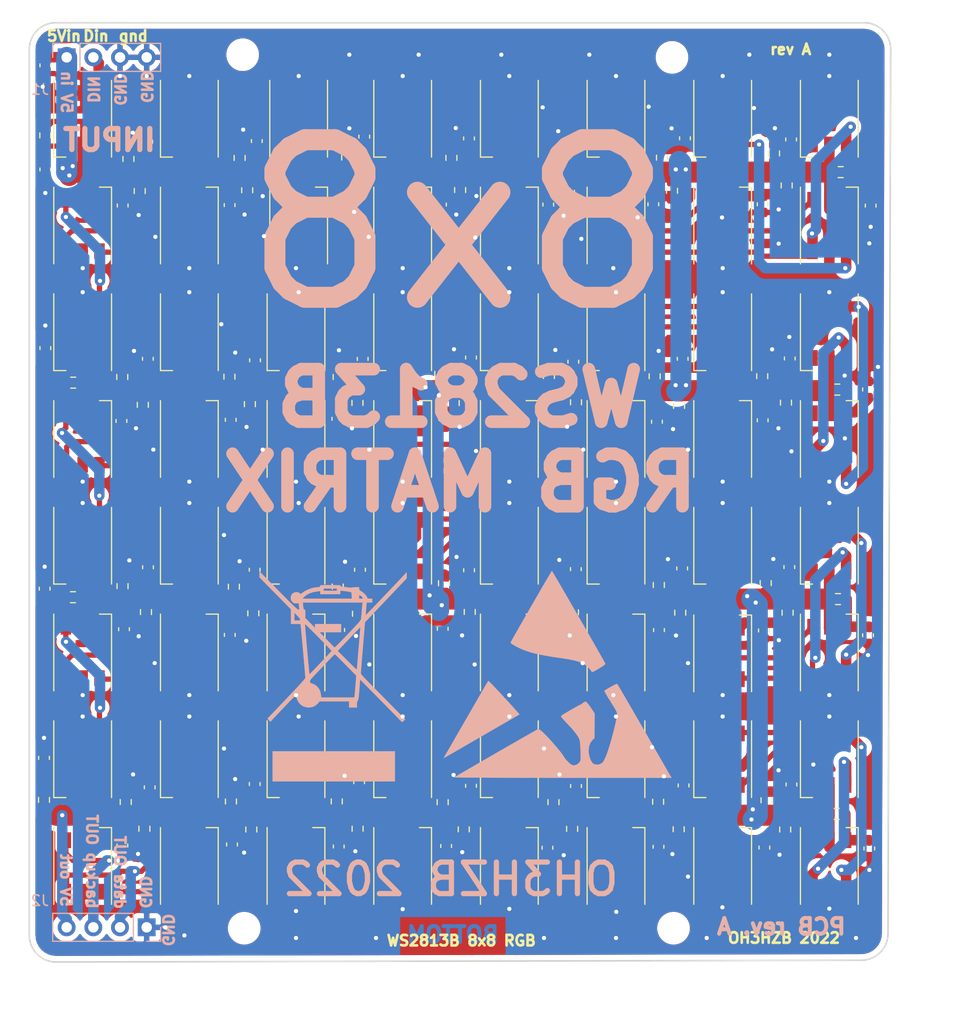
<source format=kicad_pcb>
(kicad_pcb (version 20171130) (host pcbnew 5.99.0+really5.1.10+dfsg1-1)
  (layers (0 F.Cu signal) (31 B.Cu signal) (34 B.Paste user) (35 F.Paste user) (36 B.SilkS user) (37 F.SilkS user) (38 B.Mask user) (39 F.Mask user) (44 Edge.Cuts user))
  (net 0 "")
  (net 1 "Net-(D1-Pad3)")
  (net 2 GND)
  (net 3 "Net-(D1-Pad4)")
  (net 4 "Net-(D2-Pad3)")
  (net 5 "Net-(D3-Pad3)")
  (net 6 "Net-(D4-Pad3)")
  (net 7 VCC)
  (net 8 "Net-(D5-Pad3)")
  (net 9 "Net-(D6-Pad3)")
  (net 10 "Net-(D7-Pad3)")
  (net 11 "Net-(D10-Pad4)")
  (net 12 "Net-(D10-Pad6)")
  (net 13 "Net-(D10-Pad3)")
  (net 14 "Net-(D11-Pad3)")
  (net 15 "Net-(D12-Pad3)")
  (net 16 "Net-(D13-Pad3)")
  (net 17 "Net-(D14-Pad3)")
  (net 18 "Net-(D15-Pad3)")
  (net 19 "Net-(D16-Pad3)")
  (net 20 "Net-(D17-Pad3)")
  (net 21 "Net-(D18-Pad3)")
  (net 22 "Net-(D19-Pad3)")
  (net 23 "Net-(D20-Pad3)")
  (net 24 "Net-(D21-Pad3)")
  (net 25 "Net-(D22-Pad3)")
  (net 26 "Net-(D23-Pad3)")
  (net 27 "Net-(D24-Pad3)")
  (net 28 "Net-(D25-Pad3)")
  (net 29 "Net-(D26-Pad3)")
  (net 30 "Net-(D27-Pad3)")
  (net 31 "Net-(D28-Pad3)")
  (net 32 "Net-(D29-Pad3)")
  (net 33 "Net-(D30-Pad3)")
  (net 34 "Net-(D31-Pad3)")
  (net 35 "Net-(D32-Pad3)")
  (net 36 "Net-(D33-Pad3)")
  (net 37 "Net-(D34-Pad3)")
  (net 38 "Net-(D35-Pad3)")
  (net 39 "Net-(D36-Pad3)")
  (net 40 "Net-(D37-Pad3)")
  (net 41 "Net-(D38-Pad3)")
  (net 42 "Net-(D39-Pad3)")
  (net 43 "Net-(D40-Pad3)")
  (net 44 "Net-(D41-Pad3)")
  (net 45 "Net-(D42-Pad3)")
  (net 46 "Net-(D43-Pad3)")
  (net 47 "Net-(D44-Pad3)")
  (net 48 "Net-(D45-Pad3)")
  (net 49 "Net-(D46-Pad3)")
  (net 50 "Net-(D47-Pad3)")
  (net 51 "Net-(D48-Pad3)")
  (net 52 "Net-(D49-Pad3)")
  (net 53 "Net-(D50-Pad3)")
  (net 54 "Net-(D51-Pad3)")
  (net 55 "Net-(D52-Pad3)")
  (net 56 "Net-(D53-Pad3)")
  (net 57 "Net-(D54-Pad3)")
  (net 58 "Net-(D55-Pad3)")
  (net 59 "Net-(D56-Pad3)")
  (net 60 "Net-(D57-Pad3)")
  (net 61 "Net-(D58-Pad3)")
  (net 62 "Net-(D59-Pad3)")
  (net 63 "Net-(D60-Pad3)")
  (net 64 "Net-(D61-Pad3)")
  (net 65 "Net-(D62-Pad3)")
  (net 66 "Net-(D63-Pad3)")
  (net 67 "Net-(D64-Pad3)")
  (net 68 "Net-(C9-Pad1)")
  (net 69 "Net-(C10-Pad1)")
  (net 70 "Net-(C11-Pad1)")
  (net 71 "Net-(C3-Pad1)")
  (net 72 "Net-(C1-Pad1)")
  (net 73 "Net-(C2-Pad1)")
  (net 74 "Net-(C4-Pad1)")
  (net 75 "Net-(C6-Pad1)")
  (net 76 "Net-(C7-Pad1)")
  (net 77 "Net-(C8-Pad1)")
  (net 78 "Net-(C12-Pad1)")
  (net 79 "Net-(C13-Pad1)")
  (net 80 "Net-(C14-Pad1)")
  (net 81 "Net-(C15-Pad1)")
  (net 82 "Net-(C16-Pad1)")
  (net 83 "Net-(C17-Pad1)")
  (net 84 "Net-(C18-Pad1)")
  (net 85 "Net-(C19-Pad1)")
  (net 86 "Net-(C20-Pad1)")
  (net 87 "Net-(C21-Pad1)")
  (net 88 "Net-(C22-Pad1)")
  (net 89 "Net-(C23-Pad1)")
  (net 90 "Net-(C24-Pad1)")
  (net 91 "Net-(C25-Pad1)")
  (net 92 "Net-(C26-Pad1)")
  (net 93 "Net-(C27-Pad1)")
  (net 94 "Net-(C28-Pad1)")
  (net 95 "Net-(C29-Pad1)")
  (net 96 "Net-(C30-Pad1)")
  (net 97 "Net-(C31-Pad1)")
  (net 98 "Net-(C32-Pad1)")
  (net 99 "Net-(C33-Pad1)")
  (net 100 "Net-(C34-Pad1)")
  (net 101 "Net-(C35-Pad1)")
  (net 102 "Net-(C36-Pad1)")
  (net 103 "Net-(C37-Pad1)")
  (net 104 "Net-(C38-Pad1)")
  (net 105 "Net-(C39-Pad1)")
  (net 106 "Net-(C40-Pad1)")
  (net 107 "Net-(C41-Pad1)")
  (net 108 "Net-(C42-Pad1)")
  (net 109 "Net-(C43-Pad1)")
  (net 110 "Net-(C44-Pad1)")
  (net 111 "Net-(C45-Pad1)")
  (net 112 "Net-(C46-Pad1)")
  (net 113 "Net-(C47-Pad1)")
  (net 114 "Net-(C48-Pad1)")
  (net 115 "Net-(C49-Pad1)")
  (net 116 "Net-(C50-Pad1)")
  (net 117 "Net-(C51-Pad1)")
  (net 118 "Net-(C52-Pad1)")
  (net 119 "Net-(C53-Pad1)")
  (net 120 "Net-(C54-Pad1)")
  (net 121 "Net-(C55-Pad1)")
  (net 122 "Net-(C56-Pad1)")
  (net 123 "Net-(C57-Pad1)")
  (net 124 "Net-(C58-Pad1)")
  (net 125 "Net-(C59-Pad1)")
  (net 126 "Net-(C60-Pad1)")
  (net 127 "Net-(C61-Pad1)")
  (net 128 "Net-(C62-Pad1)")
  (net 129 "Net-(C63-Pad1)")
  (net 130 "Net-(C64-Pad1)")
  (net 131 "Net-(C65-Pad1)")
  (module Resistor_SMD:R_0603_1608Metric (layer F.Cu) (at 110.0201 120.9162 90)
    (fp_text reference R65 hide)
    (fp_text value 220)
    (pad 2 smd roundrect (at 0.825 0 90) (size 0.8 0.95) (layers F.Cu F.Paste F.Mask) (net 7 VCC))
    (pad 1 smd roundrect (at -0.825 0 90) (size 0.8 0.95) (layers F.Cu F.Paste F.Mask) (net 131 "Net-(C65-Pad1)"))
  )
  (module Resistor_SMD:R_0603_1608Metric (layer F.Cu) (at 120.2055 120.9924 90)
    (fp_text reference R64 hide)
    (fp_text value 220)
    (pad 2 smd roundrect (at 0.825 0 90) (size 0.8 0.95) (layers F.Cu F.Paste F.Mask) (net 7 VCC))
    (pad 1 smd roundrect (at -0.825 0 90) (size 0.8 0.95) (layers F.Cu F.Paste F.Mask) (net 130 "Net-(C64-Pad1)"))
  )
  (module Resistor_SMD:R_0603_1608Metric (layer F.Cu) (at 130.3274 120.9162 90)
    (fp_text reference R63 hide)
    (fp_text value 220)
    (pad 2 smd roundrect (at 0.825 0 90) (size 0.8 0.95) (layers F.Cu F.Paste F.Mask) (net 7 VCC))
    (pad 1 smd roundrect (at -0.825 0 90) (size 0.8 0.95) (layers F.Cu F.Paste F.Mask) (net 129 "Net-(C63-Pad1)"))
  )
  (module Resistor_SMD:R_0603_1608Metric (layer F.Cu) (at 140.4366 120.9797 90)
    (fp_text reference R62 hide)
    (fp_text value 220)
    (pad 2 smd roundrect (at 0.825 0 90) (size 0.8 0.95) (layers F.Cu F.Paste F.Mask) (net 7 VCC))
    (pad 1 smd roundrect (at -0.825 0 90) (size 0.8 0.95) (layers F.Cu F.Paste F.Mask) (net 128 "Net-(C62-Pad1)"))
  )
  (module Resistor_SMD:R_0603_1608Metric (layer F.Cu) (at 150.7617 120.9289 90)
    (fp_text reference R61 hide)
    (fp_text value 220)
    (pad 2 smd roundrect (at 0.825 0 90) (size 0.8 0.95) (layers F.Cu F.Paste F.Mask) (net 7 VCC))
    (pad 1 smd roundrect (at -0.825 0 90) (size 0.8 0.95) (layers F.Cu F.Paste F.Mask) (net 127 "Net-(C61-Pad1)"))
  )
  (module Resistor_SMD:R_0603_1608Metric (layer F.Cu) (at 160.909 120.967 90)
    (fp_text reference R60 hide)
    (fp_text value 220)
    (pad 2 smd roundrect (at 0.825 0 90) (size 0.8 0.95) (layers F.Cu F.Paste F.Mask) (net 7 VCC))
    (pad 1 smd roundrect (at -0.825 0 90) (size 0.8 0.95) (layers F.Cu F.Paste F.Mask) (net 126 "Net-(C60-Pad1)"))
  )
  (module Resistor_SMD:R_0603_1608Metric (layer F.Cu) (at 171.0563 120.9929 90)
    (fp_text reference R59 hide)
    (fp_text value 220)
    (pad 2 smd roundrect (at 0.825 0 90) (size 0.8 0.95) (layers F.Cu F.Paste F.Mask) (net 7 VCC))
    (pad 1 smd roundrect (at -0.825 0 90) (size 0.8 0.95) (layers F.Cu F.Paste F.Mask) (net 125 "Net-(C59-Pad1)"))
  )
  (module Resistor_SMD:R_0603_1608Metric (layer F.Cu) (at 175.958 119.507 180)
    (fp_text reference R58 hide)
    (fp_text value 220)
    (pad 2 smd roundrect (at 0.825 0 180) (size 0.8 0.95) (layers F.Cu F.Paste F.Mask) (net 7 VCC))
    (pad 1 smd roundrect (at -0.825 0 180) (size 0.8 0.95) (layers F.Cu F.Paste F.Mask) (net 124 "Net-(C58-Pad1)"))
  )
  (module Resistor_SMD:R_0603_1608Metric (layer F.Cu) (at 169.2783 118.2121 270)
    (fp_text reference R57 hide)
    (fp_text value 220)
    (pad 2 smd roundrect (at 0.825 0 270) (size 0.8 0.95) (layers F.Cu F.Paste F.Mask) (net 7 VCC))
    (pad 1 smd roundrect (at -0.825 0 270) (size 0.8 0.95) (layers F.Cu F.Paste F.Mask) (net 123 "Net-(C57-Pad1)"))
  )
  (module Resistor_SMD:R_0603_1608Metric (layer F.Cu) (at 158.9532 118.3518 270)
    (fp_text reference R56 hide)
    (fp_text value 220)
    (pad 2 smd roundrect (at 0.825 0 270) (size 0.8 0.95) (layers F.Cu F.Paste F.Mask) (net 7 VCC))
    (pad 1 smd roundrect (at -0.825 0 270) (size 0.8 0.95) (layers F.Cu F.Paste F.Mask) (net 122 "Net-(C56-Pad1)"))
  )
  (module Resistor_SMD:R_0603_1608Metric (layer F.Cu) (at 148.9837 118.3889 270)
    (fp_text reference R55 hide)
    (fp_text value 220)
    (pad 2 smd roundrect (at 0.825 0 270) (size 0.8 0.95) (layers F.Cu F.Paste F.Mask) (net 7 VCC))
    (pad 1 smd roundrect (at -0.825 0 270) (size 0.8 0.95) (layers F.Cu F.Paste F.Mask) (net 121 "Net-(C55-Pad1)"))
  )
  (module Resistor_SMD:R_0603_1608Metric (layer F.Cu) (at 138.43 118.3899 270)
    (fp_text reference R54 hide)
    (fp_text value 220)
    (pad 2 smd roundrect (at 0.825 0 270) (size 0.8 0.95) (layers F.Cu F.Paste F.Mask) (net 7 VCC))
    (pad 1 smd roundrect (at -0.825 0 270) (size 0.8 0.95) (layers F.Cu F.Paste F.Mask) (net 120 "Net-(C54-Pad1)"))
  )
  (module Resistor_SMD:R_0603_1608Metric (layer F.Cu) (at 128.34112 118.32032 270)
    (fp_text reference R53 hide)
    (fp_text value 220)
    (pad 2 smd roundrect (at 0.825 0 270) (size 0.8 0.95) (layers F.Cu F.Paste F.Mask) (net 7 VCC))
    (pad 1 smd roundrect (at -0.825 0 270) (size 0.8 0.95) (layers F.Cu F.Paste F.Mask) (net 119 "Net-(C53-Pad1)"))
  )
  (module Resistor_SMD:R_0603_1608Metric (layer F.Cu) (at 118.2624 118.3264 270)
    (fp_text reference R52 hide)
    (fp_text value 220)
    (pad 2 smd roundrect (at 0.825 0 270) (size 0.8 0.95) (layers F.Cu F.Paste F.Mask) (net 7 VCC))
    (pad 1 smd roundrect (at -0.825 0 270) (size 0.8 0.95) (layers F.Cu F.Paste F.Mask) (net 118 "Net-(C52-Pad1)"))
  )
  (module Resistor_SMD:R_0603_1608Metric (layer F.Cu) (at 108.2421 118.3767 270)
    (fp_text reference R51 hide)
    (fp_text value 220)
    (pad 2 smd roundrect (at 0.825 0 270) (size 0.8 0.95) (layers F.Cu F.Paste F.Mask) (net 7 VCC))
    (pad 1 smd roundrect (at -0.825 0 270) (size 0.8 0.95) (layers F.Cu F.Paste F.Mask) (net 117 "Net-(C51-Pad1)"))
  )
  (module Resistor_SMD:R_0603_1608Metric (layer F.Cu) (at 100.457 118.173 270)
    (fp_text reference R50 hide)
    (fp_text value 220)
    (pad 2 smd roundrect (at 0.825 0 270) (size 0.8 0.95) (layers F.Cu F.Paste F.Mask) (net 7 VCC))
    (pad 1 smd roundrect (at -0.825 0 270) (size 0.8 0.95) (layers F.Cu F.Paste F.Mask) (net 116 "Net-(C50-Pad1)"))
  )
  (module Resistor_SMD:R_0603_1608Metric (layer F.Cu) (at 110.16996 100.29648 90)
    (fp_text reference R49 hide)
    (fp_text value 220)
    (pad 2 smd roundrect (at 0.825 0 90) (size 0.8 0.95) (layers F.Cu F.Paste F.Mask) (net 7 VCC))
    (pad 1 smd roundrect (at -0.825 0 90) (size 0.8 0.95) (layers F.Cu F.Paste F.Mask) (net 115 "Net-(C49-Pad1)"))
  )
  (module Resistor_SMD:R_0603_1608Metric (layer F.Cu) (at 120.396 100.4184 90)
    (fp_text reference R48 hide)
    (fp_text value 220)
    (pad 2 smd roundrect (at 0.825 0 90) (size 0.8 0.95) (layers F.Cu F.Paste F.Mask) (net 7 VCC))
    (pad 1 smd roundrect (at -0.825 0 90) (size 0.8 0.95) (layers F.Cu F.Paste F.Mask) (net 114 "Net-(C48-Pad1)"))
  )
  (module Resistor_SMD:R_0603_1608Metric (layer F.Cu) (at 130.3655 100.457 90)
    (fp_text reference R47 hide)
    (fp_text value 220)
    (pad 2 smd roundrect (at 0.825 0 90) (size 0.8 0.95) (layers F.Cu F.Paste F.Mask) (net 7 VCC))
    (pad 1 smd roundrect (at -0.825 0 90) (size 0.8 0.95) (layers F.Cu F.Paste F.Mask) (net 113 "Net-(C47-Pad1)"))
  )
  (module Resistor_SMD:R_0603_1608Metric (layer F.Cu) (at 141.0081 100.2797 90)
    (fp_text reference R46 hide)
    (fp_text value 220)
    (pad 2 smd roundrect (at 0.825 0 90) (size 0.8 0.95) (layers F.Cu F.Paste F.Mask) (net 7 VCC))
    (pad 1 smd roundrect (at -0.825 0 90) (size 0.8 0.95) (layers F.Cu F.Paste F.Mask) (net 112 "Net-(C46-Pad1)"))
  )
  (module Resistor_SMD:R_0603_1608Metric (layer F.Cu) (at 150.8379 100.3168 90)
    (fp_text reference R45 hide)
    (fp_text value 220)
    (pad 2 smd roundrect (at 0.825 0 90) (size 0.8 0.95) (layers F.Cu F.Paste F.Mask) (net 7 VCC))
    (pad 1 smd roundrect (at -0.825 0 90) (size 0.8 0.95) (layers F.Cu F.Paste F.Mask) (net 111 "Net-(C45-Pad1)"))
  )
  (module Resistor_SMD:R_0603_1608Metric (layer F.Cu) (at 161.0614 100.3549 90)
    (fp_text reference R44 hide)
    (fp_text value 220)
    (pad 2 smd roundrect (at 0.825 0 90) (size 0.8 0.95) (layers F.Cu F.Paste F.Mask) (net 7 VCC))
    (pad 1 smd roundrect (at -0.825 0 90) (size 0.8 0.95) (layers F.Cu F.Paste F.Mask) (net 110 "Net-(C44-Pad1)"))
  )
  (module Resistor_SMD:R_0603_1608Metric (layer F.Cu) (at 171.2849 100.3559 90)
    (fp_text reference R43 hide)
    (fp_text value 220)
    (pad 2 smd roundrect (at 0.825 0 90) (size 0.8 0.95) (layers F.Cu F.Paste F.Mask) (net 7 VCC))
    (pad 1 smd roundrect (at -0.825 0 90) (size 0.8 0.95) (layers F.Cu F.Paste F.Mask) (net 109 "Net-(C43-Pad1)"))
  )
  (module Resistor_SMD:R_0603_1608Metric (layer F.Cu) (at 176.086 99.06 180)
    (fp_text reference R42 hide)
    (fp_text value 220)
    (pad 2 smd roundrect (at 0.825 0 180) (size 0.8 0.95) (layers F.Cu F.Paste F.Mask) (net 7 VCC))
    (pad 1 smd roundrect (at -0.825 0 180) (size 0.8 0.95) (layers F.Cu F.Paste F.Mask) (net 108 "Net-(C42-Pad1)"))
  )
  (module Resistor_SMD:R_0603_1608Metric (layer F.Cu) (at 169.19956 97.54108 270)
    (fp_text reference R41 hide)
    (fp_text value 220)
    (pad 2 smd roundrect (at 0.825 0 270) (size 0.8 0.95) (layers F.Cu F.Paste F.Mask) (net 7 VCC))
    (pad 1 smd roundrect (at -0.825 0 270) (size 0.8 0.95) (layers F.Cu F.Paste F.Mask) (net 107 "Net-(C41-Pad1)"))
  )
  (module Resistor_SMD:R_0603_1608Metric (layer F.Cu) (at 159.0167 97.7143 270)
    (fp_text reference R40 hide)
    (fp_text value 220)
    (pad 2 smd roundrect (at 0.825 0 270) (size 0.8 0.95) (layers F.Cu F.Paste F.Mask) (net 7 VCC))
    (pad 1 smd roundrect (at -0.825 0 270) (size 0.8 0.95) (layers F.Cu F.Paste F.Mask) (net 106 "Net-(C40-Pad1)"))
  )
  (module Resistor_SMD:R_0603_1608Metric (layer F.Cu) (at 148.7424 97.7646 270)
    (fp_text reference R39 hide)
    (fp_text value 220)
    (pad 2 smd roundrect (at 0.825 0 270) (size 0.8 0.95) (layers F.Cu F.Paste F.Mask) (net 7 VCC))
    (pad 1 smd roundrect (at -0.825 0 270) (size 0.8 0.95) (layers F.Cu F.Paste F.Mask) (net 105 "Net-(C39-Pad1)"))
  )
  (module Resistor_SMD:R_0603_1608Metric (layer F.Cu) (at 138.557 97.5492 270)
    (fp_text reference R38 hide)
    (fp_text value 220)
    (pad 2 smd roundrect (at 0.825 0 270) (size 0.8 0.95) (layers F.Cu F.Paste F.Mask) (net 7 VCC))
    (pad 1 smd roundrect (at -0.825 0 270) (size 0.8 0.95) (layers F.Cu F.Paste F.Mask) (net 104 "Net-(C38-Pad1)"))
  )
  (module Resistor_SMD:R_0603_1608Metric (layer F.Cu) (at 128.4351 97.8667 270)
    (fp_text reference R37 hide)
    (fp_text value 220)
    (pad 2 smd roundrect (at 0.825 0 270) (size 0.8 0.95) (layers F.Cu F.Paste F.Mask) (net 7 VCC))
    (pad 1 smd roundrect (at -0.825 0 270) (size 0.8 0.95) (layers F.Cu F.Paste F.Mask) (net 103 "Net-(C37-Pad1)"))
  )
  (module Resistor_SMD:R_0603_1608Metric (layer F.Cu) (at 118.5418 97.88144 270)
    (fp_text reference R36 hide)
    (fp_text value 220)
    (pad 2 smd roundrect (at 0.825 0 270) (size 0.8 0.95) (layers F.Cu F.Paste F.Mask) (net 7 VCC))
    (pad 1 smd roundrect (at -0.825 0 270) (size 0.8 0.95) (layers F.Cu F.Paste F.Mask) (net 102 "Net-(C36-Pad1)"))
  )
  (module Resistor_SMD:R_0603_1608Metric (layer F.Cu) (at 107.9373 97.8286 270)
    (fp_text reference R35 hide)
    (fp_text value 220)
    (pad 2 smd roundrect (at 0.825 0 270) (size 0.8 0.95) (layers F.Cu F.Paste F.Mask) (net 7 VCC))
    (pad 1 smd roundrect (at -0.825 0 270) (size 0.8 0.95) (layers F.Cu F.Paste F.Mask) (net 101 "Net-(C35-Pad1)"))
  )
  (module Resistor_SMD:R_0603_1608Metric (layer F.Cu) (at 103.2134 98.8822)
    (fp_text reference R34 hide)
    (fp_text value 220)
    (pad 2 smd roundrect (at 0.825 0) (size 0.8 0.95) (layers F.Cu F.Paste F.Mask) (net 7 VCC))
    (pad 1 smd roundrect (at -0.825 0) (size 0.8 0.95) (layers F.Cu F.Paste F.Mask) (net 100 "Net-(C34-Pad1)"))
  )
  (module Resistor_SMD:R_0603_1608Metric (layer F.Cu) (at 109.8677 80.5693 90)
    (fp_text reference R33 hide)
    (fp_text value 220)
    (pad 2 smd roundrect (at 0.825 0 90) (size 0.8 0.95) (layers F.Cu F.Paste F.Mask) (net 7 VCC))
    (pad 1 smd roundrect (at -0.825 0 90) (size 0.8 0.95) (layers F.Cu F.Paste F.Mask) (net 99 "Net-(C33-Pad1)"))
  )
  (module Resistor_SMD:R_0603_1608Metric (layer F.Cu) (at 120.0658 80.5048 90)
    (fp_text reference R32 hide)
    (fp_text value 220)
    (pad 2 smd roundrect (at 0.825 0 90) (size 0.8 0.95) (layers F.Cu F.Paste F.Mask) (net 7 VCC))
    (pad 1 smd roundrect (at -0.825 0 90) (size 0.8 0.95) (layers F.Cu F.Paste F.Mask) (net 98 "Net-(C32-Pad1)"))
  )
  (module Resistor_SMD:R_0603_1608Metric (layer F.Cu) (at 130.3147 80.3915 90)
    (fp_text reference R31 hide)
    (fp_text value 220)
    (pad 2 smd roundrect (at 0.825 0 90) (size 0.8 0.95) (layers F.Cu F.Paste F.Mask) (net 7 VCC))
    (pad 1 smd roundrect (at -0.825 0 90) (size 0.8 0.95) (layers F.Cu F.Paste F.Mask) (net 97 "Net-(C31-Pad1)"))
  )
  (module Resistor_SMD:R_0603_1608Metric (layer F.Cu) (at 140.5255 80.4032 90)
    (fp_text reference R30 hide)
    (fp_text value 220)
    (pad 2 smd roundrect (at 0.825 0 90) (size 0.8 0.95) (layers F.Cu F.Paste F.Mask) (net 7 VCC))
    (pad 1 smd roundrect (at -0.825 0 90) (size 0.8 0.95) (layers F.Cu F.Paste F.Mask) (net 96 "Net-(C30-Pad1)"))
  )
  (module Resistor_SMD:R_0603_1608Metric (layer F.Cu) (at 151.13 80.327 90)
    (fp_text reference R29 hide)
    (fp_text value 220)
    (pad 2 smd roundrect (at 0.825 0 90) (size 0.8 0.95) (layers F.Cu F.Paste F.Mask) (net 7 VCC))
    (pad 1 smd roundrect (at -0.825 0 90) (size 0.8 0.95) (layers F.Cu F.Paste F.Mask) (net 95 "Net-(C29-Pad1)"))
  )
  (module Resistor_SMD:R_0603_1608Metric (layer F.Cu) (at 160.9471 80.6704 90)
    (fp_text reference R28 hide)
    (fp_text value 220)
    (pad 2 smd roundrect (at 0.825 0 90) (size 0.8 0.95) (layers F.Cu F.Paste F.Mask) (net 7 VCC))
    (pad 1 smd roundrect (at -0.825 0 90) (size 0.8 0.95) (layers F.Cu F.Paste F.Mask) (net 94 "Net-(C28-Pad1)"))
  )
  (module Resistor_SMD:R_0603_1608Metric (layer F.Cu) (at 171.12996 80.36052 90)
    (fp_text reference R27 hide)
    (fp_text value 220)
    (pad 2 smd roundrect (at 0.825 0 90) (size 0.8 0.95) (layers F.Cu F.Paste F.Mask) (net 7 VCC))
    (pad 1 smd roundrect (at -0.825 0 90) (size 0.8 0.95) (layers F.Cu F.Paste F.Mask) (net 93 "Net-(C27-Pad1)"))
  )
  (module Resistor_SMD:R_0603_1608Metric (layer F.Cu) (at 176.022 79.121 180)
    (fp_text reference R26 hide)
    (fp_text value 220)
    (pad 2 smd roundrect (at 0.825 0 180) (size 0.8 0.95) (layers F.Cu F.Paste F.Mask) (net 7 VCC))
    (pad 1 smd roundrect (at -0.825 0 180) (size 0.8 0.95) (layers F.Cu F.Paste F.Mask) (net 92 "Net-(C26-Pad1)"))
  )
  (module Resistor_SMD:R_0603_1608Metric (layer F.Cu) (at 168.86936 77.84388 270)
    (fp_text reference R25 hide)
    (fp_text value 220)
    (pad 2 smd roundrect (at 0.825 0 270) (size 0.8 0.95) (layers F.Cu F.Paste F.Mask) (net 7 VCC))
    (pad 1 smd roundrect (at -0.825 0 270) (size 0.8 0.95) (layers F.Cu F.Paste F.Mask) (net 91 "Net-(C25-Pad1)"))
  )
  (module Resistor_SMD:R_0603_1608Metric (layer F.Cu) (at 158.623 77.851 270)
    (fp_text reference R24 hide)
    (fp_text value 220)
    (pad 2 smd roundrect (at 0.825 0 270) (size 0.8 0.95) (layers F.Cu F.Paste F.Mask) (net 7 VCC))
    (pad 1 smd roundrect (at -0.825 0 270) (size 0.8 0.95) (layers F.Cu F.Paste F.Mask) (net 90 "Net-(C24-Pad1)"))
  )
  (module Resistor_SMD:R_0603_1608Metric (layer F.Cu) (at 148.5519 77.8256 270)
    (fp_text reference R23 hide)
    (fp_text value 220)
    (pad 2 smd roundrect (at 0.825 0 270) (size 0.8 0.95) (layers F.Cu F.Paste F.Mask) (net 7 VCC))
    (pad 1 smd roundrect (at -0.825 0 270) (size 0.8 0.95) (layers F.Cu F.Paste F.Mask) (net 89 "Net-(C23-Pad1)"))
  )
  (module Resistor_SMD:R_0603_1608Metric (layer F.Cu) (at 138.20648 77.62544 270)
    (fp_text reference R22 hide)
    (fp_text value 220)
    (pad 2 smd roundrect (at 0.825 0 270) (size 0.8 0.95) (layers F.Cu F.Paste F.Mask) (net 7 VCC))
    (pad 1 smd roundrect (at -0.825 0 270) (size 0.8 0.95) (layers F.Cu F.Paste F.Mask) (net 88 "Net-(C22-Pad1)"))
  )
  (module Resistor_SMD:R_0603_1608Metric (layer F.Cu) (at 128.524 77.915 270)
    (fp_text reference R21 hide)
    (fp_text value 220)
    (pad 2 smd roundrect (at 0.825 0 270) (size 0.8 0.95) (layers F.Cu F.Paste F.Mask) (net 7 VCC))
    (pad 1 smd roundrect (at -0.825 0 270) (size 0.8 0.95) (layers F.Cu F.Paste F.Mask) (net 87 "Net-(C21-Pad1)"))
  )
  (module Resistor_SMD:R_0603_1608Metric (layer F.Cu) (at 118.12016 77.8896 270)
    (fp_text reference R20 hide)
    (fp_text value 220)
    (pad 2 smd roundrect (at 0.825 0 270) (size 0.8 0.95) (layers F.Cu F.Paste F.Mask) (net 7 VCC))
    (pad 1 smd roundrect (at -0.825 0 270) (size 0.8 0.95) (layers F.Cu F.Paste F.Mask) (net 86 "Net-(C20-Pad1)"))
  )
  (module Resistor_SMD:R_0603_1608Metric (layer F.Cu) (at 107.9119 77.915 270)
    (fp_text reference R19 hide)
    (fp_text value 220)
    (pad 2 smd roundrect (at 0.825 0 270) (size 0.8 0.95) (layers F.Cu F.Paste F.Mask) (net 7 VCC))
    (pad 1 smd roundrect (at -0.825 0 270) (size 0.8 0.95) (layers F.Cu F.Paste F.Mask) (net 85 "Net-(C19-Pad1)"))
  )
  (module Resistor_SMD:R_0603_1608Metric (layer F.Cu) (at 103.2378 78.4606)
    (fp_text reference R18 hide)
    (fp_text value 220)
    (pad 2 smd roundrect (at 0.825 0) (size 0.8 0.95) (layers F.Cu F.Paste F.Mask) (net 7 VCC))
    (pad 1 smd roundrect (at -0.825 0) (size 0.8 0.95) (layers F.Cu F.Paste F.Mask) (net 84 "Net-(C18-Pad1)"))
  )
  (module Capacitor_SMD:C_0603_1608Metric (layer F.Cu) (at 107.9246 122.5166 270)
    (fp_text reference C65 hide)
    (fp_text value 100n)
    (pad 2 smd roundrect (at 0.775 0 270) (size 0.9 0.95) (layers F.Cu F.Paste F.Mask) (net 2 GND))
    (pad 1 smd roundrect (at -0.775 0 270) (size 0.9 0.95) (layers F.Cu F.Paste F.Mask) (net 131 "Net-(C65-Pad1)"))
  )
  (module Capacitor_SMD:C_0603_1608Metric (layer F.Cu) (at 118.364 122.415 270)
    (fp_text reference C64 hide)
    (fp_text value 100n)
    (pad 2 smd roundrect (at 0.775 0 270) (size 0.9 0.95) (layers F.Cu F.Paste F.Mask) (net 2 GND))
    (pad 1 smd roundrect (at -0.775 0 270) (size 0.9 0.95) (layers F.Cu F.Paste F.Mask) (net 130 "Net-(C64-Pad1)"))
  )
  (module Capacitor_SMD:C_0603_1608Metric (layer F.Cu) (at 128.52908 122.60804 270)
    (fp_text reference C63 hide)
    (fp_text value 100n)
    (pad 2 smd roundrect (at 0.775 0 270) (size 0.9 0.95) (layers F.Cu F.Paste F.Mask) (net 2 GND))
    (pad 1 smd roundrect (at -0.775 0 270) (size 0.9 0.95) (layers F.Cu F.Paste F.Mask) (net 129 "Net-(C63-Pad1)"))
  )
  (module Capacitor_SMD:C_0603_1608Metric (layer F.Cu) (at 138.7602 122.56292 270)
    (fp_text reference C62 hide)
    (fp_text value 100n)
    (pad 2 smd roundrect (at 0.775 0 270) (size 0.9 0.95) (layers F.Cu F.Paste F.Mask) (net 2 GND))
    (pad 1 smd roundrect (at -0.775 0 270) (size 0.9 0.95) (layers F.Cu F.Paste F.Mask) (net 128 "Net-(C62-Pad1)"))
  )
  (module Capacitor_SMD:C_0603_1608Metric (layer F.Cu) (at 148.4122 122.72772 270)
    (fp_text reference C61 hide)
    (fp_text value 100n)
    (pad 2 smd roundrect (at 0.775 0 270) (size 0.9 0.95) (layers F.Cu F.Paste F.Mask) (net 2 GND))
    (pad 1 smd roundrect (at -0.775 0 270) (size 0.9 0.95) (layers F.Cu F.Paste F.Mask) (net 127 "Net-(C61-Pad1)"))
  )
  (module Capacitor_SMD:C_0603_1608Metric (layer F.Cu) (at 158.98876 122.63344 270)
    (fp_text reference C60 hide)
    (fp_text value 100n)
    (pad 2 smd roundrect (at 0.775 0 270) (size 0.9 0.95) (layers F.Cu F.Paste F.Mask) (net 2 GND))
    (pad 1 smd roundrect (at -0.775 0 270) (size 0.9 0.95) (layers F.Cu F.Paste F.Mask) (net 126 "Net-(C60-Pad1)"))
  )
  (module Capacitor_SMD:C_0603_1608Metric (layer F.Cu) (at 169.07256 122.70964 270)
    (fp_text reference C59 hide)
    (fp_text value 100n)
    (pad 2 smd roundrect (at 0.775 0 270) (size 0.9 0.95) (layers F.Cu F.Paste F.Mask) (net 2 GND))
    (pad 1 smd roundrect (at -0.775 0 270) (size 0.9 0.95) (layers F.Cu F.Paste F.Mask) (net 125 "Net-(C59-Pad1)"))
  )
  (module Capacitor_SMD:C_0603_1608Metric (layer F.Cu) (at 179.07 122.796 270)
    (fp_text reference C58 hide)
    (fp_text value 100n)
    (pad 2 smd roundrect (at 0.775 0 270) (size 0.9 0.95) (layers F.Cu F.Paste F.Mask) (net 2 GND))
    (pad 1 smd roundrect (at -0.775 0 270) (size 0.9 0.95) (layers F.Cu F.Paste F.Mask) (net 124 "Net-(C58-Pad1)"))
  )
  (module Capacitor_SMD:C_0603_1608Metric (layer F.Cu) (at 171.6532 116.70508 90)
    (fp_text reference C57 hide)
    (fp_text value 100n)
    (pad 2 smd roundrect (at 0.775 0 90) (size 0.9 0.95) (layers F.Cu F.Paste F.Mask) (net 2 GND))
    (pad 1 smd roundrect (at -0.775 0 90) (size 0.9 0.95) (layers F.Cu F.Paste F.Mask) (net 123 "Net-(C57-Pad1)"))
  )
  (module Capacitor_SMD:C_0603_1608Metric (layer F.Cu) (at 161.37636 116.79428 90)
    (fp_text reference C56 hide)
    (fp_text value 100n)
    (pad 2 smd roundrect (at 0.775 0 90) (size 0.9 0.95) (layers F.Cu F.Paste F.Mask) (net 2 GND))
    (pad 1 smd roundrect (at -0.775 0 90) (size 0.9 0.95) (layers F.Cu F.Paste F.Mask) (net 122 "Net-(C56-Pad1)"))
  )
  (module Capacitor_SMD:C_0603_1608Metric (layer F.Cu) (at 151.13 116.853 90)
    (fp_text reference C55 hide)
    (fp_text value 100n)
    (pad 2 smd roundrect (at 0.775 0 90) (size 0.9 0.95) (layers F.Cu F.Paste F.Mask) (net 2 GND))
    (pad 1 smd roundrect (at -0.775 0 90) (size 0.9 0.95) (layers F.Cu F.Paste F.Mask) (net 121 "Net-(C55-Pad1)"))
  )
  (module Capacitor_SMD:C_0603_1608Metric (layer F.Cu) (at 141.12748 116.82984 90)
    (fp_text reference C54 hide)
    (fp_text value 100n)
    (pad 2 smd roundrect (at 0.775 0 90) (size 0.9 0.95) (layers F.Cu F.Paste F.Mask) (net 2 GND))
    (pad 1 smd roundrect (at -0.775 0 90) (size 0.9 0.95) (layers F.Cu F.Paste F.Mask) (net 120 "Net-(C54-Pad1)"))
  )
  (module Capacitor_SMD:C_0603_1608Metric (layer F.Cu) (at 130.47472 116.48186 90)
    (fp_text reference C53 hide)
    (fp_text value 100n)
    (pad 2 smd roundrect (at 0.775 0 90) (size 0.9 0.95) (layers F.Cu F.Paste F.Mask) (net 2 GND))
    (pad 1 smd roundrect (at -0.775 0 90) (size 0.9 0.95) (layers F.Cu F.Paste F.Mask) (net 119 "Net-(C53-Pad1)"))
  )
  (module Capacitor_SMD:C_0603_1608Metric (layer F.Cu) (at 120.52808 116.6622 90)
    (fp_text reference C52 hide)
    (fp_text value 100n)
    (pad 2 smd roundrect (at 0.775 0 90) (size 0.9 0.95) (layers F.Cu F.Paste F.Mask) (net 2 GND))
    (pad 1 smd roundrect (at -0.775 0 90) (size 0.9 0.95) (layers F.Cu F.Paste F.Mask) (net 118 "Net-(C52-Pad1)"))
  )
  (module Capacitor_SMD:C_0603_1608Metric (layer F.Cu) (at 110.52556 116.97746 90)
    (fp_text reference C51 hide)
    (fp_text value 100n)
    (pad 2 smd roundrect (at 0.775 0 90) (size 0.9 0.95) (layers F.Cu F.Paste F.Mask) (net 2 GND))
    (pad 1 smd roundrect (at -0.775 0 90) (size 0.9 0.95) (layers F.Cu F.Paste F.Mask) (net 117 "Net-(C51-Pad1)"))
  )
  (module Capacitor_SMD:C_0603_1608Metric (layer F.Cu) (at 100.457 114.173 90)
    (fp_text reference C50 hide)
    (fp_text value 100n)
    (pad 2 smd roundrect (at 0.775 0 90) (size 0.9 0.95) (layers F.Cu F.Paste F.Mask) (net 2 GND))
    (pad 1 smd roundrect (at -0.775 0 90) (size 0.9 0.95) (layers F.Cu F.Paste F.Mask) (net 116 "Net-(C50-Pad1)"))
  )
  (module Capacitor_SMD:C_0603_1608Metric (layer F.Cu) (at 108.077 101.92512 270)
    (fp_text reference C49 hide)
    (fp_text value 100n)
    (pad 2 smd roundrect (at 0.775 0 270) (size 0.9 0.95) (layers F.Cu F.Paste F.Mask) (net 2 GND))
    (pad 1 smd roundrect (at -0.775 0 270) (size 0.9 0.95) (layers F.Cu F.Paste F.Mask) (net 115 "Net-(C49-Pad1)"))
  )
  (module Capacitor_SMD:C_0603_1608Metric (layer F.Cu) (at 118.15064 102.47152 270)
    (fp_text reference C48 hide)
    (fp_text value 100n)
    (pad 2 smd roundrect (at 0.775 0 270) (size 0.9 0.95) (layers F.Cu F.Paste F.Mask) (net 2 GND))
    (pad 1 smd roundrect (at -0.775 0 270) (size 0.9 0.95) (layers F.Cu F.Paste F.Mask) (net 114 "Net-(C48-Pad1)"))
  )
  (module Capacitor_SMD:C_0603_1608Metric (layer F.Cu) (at 128.5748 101.99624 270)
    (fp_text reference C47 hide)
    (fp_text value 100n)
    (pad 2 smd roundrect (at 0.775 0 270) (size 0.9 0.95) (layers F.Cu F.Paste F.Mask) (net 2 GND))
    (pad 1 smd roundrect (at -0.775 0 270) (size 0.9 0.95) (layers F.Cu F.Paste F.Mask) (net 113 "Net-(C47-Pad1)"))
  )
  (module Capacitor_SMD:C_0603_1608Metric (layer F.Cu) (at 138.43254 101.88732 270)
    (fp_text reference C46 hide)
    (fp_text value 100n)
    (pad 2 smd roundrect (at 0.775 0 270) (size 0.9 0.95) (layers F.Cu F.Paste F.Mask) (net 2 GND))
    (pad 1 smd roundrect (at -0.775 0 270) (size 0.9 0.95) (layers F.Cu F.Paste F.Mask) (net 112 "Net-(C46-Pad1)"))
  )
  (module Capacitor_SMD:C_0603_1608Metric (layer F.Cu) (at 148.82368 102.1461 270)
    (fp_text reference C45 hide)
    (fp_text value 100n)
    (pad 2 smd roundrect (at 0.775 0 270) (size 0.9 0.95) (layers F.Cu F.Paste F.Mask) (net 2 GND))
    (pad 1 smd roundrect (at -0.775 0 270) (size 0.9 0.95) (layers F.Cu F.Paste F.Mask) (net 111 "Net-(C45-Pad1)"))
  )
  (module Capacitor_SMD:C_0603_1608Metric (layer F.Cu) (at 159.03448 102.01178 270)
    (fp_text reference C44 hide)
    (fp_text value 100n)
    (pad 2 smd roundrect (at 0.775 0 270) (size 0.9 0.95) (layers F.Cu F.Paste F.Mask) (net 2 GND))
    (pad 1 smd roundrect (at -0.775 0 270) (size 0.9 0.95) (layers F.Cu F.Paste F.Mask) (net 110 "Net-(C44-Pad1)"))
  )
  (module Capacitor_SMD:C_0603_1608Metric (layer F.Cu) (at 169.02684 102.04928 270)
    (fp_text reference C43 hide)
    (fp_text value 100n)
    (pad 2 smd roundrect (at 0.775 0 270) (size 0.9 0.95) (layers F.Cu F.Paste F.Mask) (net 2 GND))
    (pad 1 smd roundrect (at -0.775 0 270) (size 0.9 0.95) (layers F.Cu F.Paste F.Mask) (net 109 "Net-(C43-Pad1)"))
  )
  (module Capacitor_SMD:C_0603_1608Metric (layer F.Cu) (at 178.943 102.502 270)
    (fp_text reference C42 hide)
    (fp_text value 100n)
    (pad 2 smd roundrect (at 0.775 0 270) (size 0.9 0.95) (layers F.Cu F.Paste F.Mask) (net 2 GND))
    (pad 1 smd roundrect (at -0.775 0 270) (size 0.9 0.95) (layers F.Cu F.Paste F.Mask) (net 108 "Net-(C42-Pad1)"))
  )
  (module Capacitor_SMD:C_0603_1608Metric (layer F.Cu) (at 171.45 96.012 90)
    (fp_text reference C41 hide)
    (fp_text value 100n)
    (pad 2 smd roundrect (at 0.775 0 90) (size 0.9 0.95) (layers F.Cu F.Paste F.Mask) (net 2 GND))
    (pad 1 smd roundrect (at -0.775 0 90) (size 0.9 0.95) (layers F.Cu F.Paste F.Mask) (net 107 "Net-(C41-Pad1)"))
  )
  (module Capacitor_SMD:C_0603_1608Metric (layer F.Cu) (at 161.24428 96.14184 90)
    (fp_text reference C40 hide)
    (fp_text value 100n)
    (pad 2 smd roundrect (at 0.775 0 90) (size 0.9 0.95) (layers F.Cu F.Paste F.Mask) (net 2 GND))
    (pad 1 smd roundrect (at -0.775 0 90) (size 0.9 0.95) (layers F.Cu F.Paste F.Mask) (net 106 "Net-(C40-Pad1)"))
  )
  (module Capacitor_SMD:C_0603_1608Metric (layer F.Cu) (at 151.11476 96.20982 90)
    (fp_text reference C39 hide)
    (fp_text value 100n)
    (pad 2 smd roundrect (at 0.775 0 90) (size 0.9 0.95) (layers F.Cu F.Paste F.Mask) (net 2 GND))
    (pad 1 smd roundrect (at -0.775 0 90) (size 0.9 0.95) (layers F.Cu F.Paste F.Mask) (net 105 "Net-(C39-Pad1)"))
  )
  (module Capacitor_SMD:C_0603_1608Metric (layer F.Cu) (at 140.9446 96.3168 90)
    (fp_text reference C38 hide)
    (fp_text value 100n)
    (pad 2 smd roundrect (at 0.775 0 90) (size 0.9 0.95) (layers F.Cu F.Paste F.Mask) (net 2 GND))
    (pad 1 smd roundrect (at -0.775 0 90) (size 0.9 0.95) (layers F.Cu F.Paste F.Mask) (net 104 "Net-(C38-Pad1)"))
  )
  (module Capacitor_SMD:C_0603_1608Metric (layer F.Cu) (at 130.556 96.266 90)
    (fp_text reference C37 hide)
    (fp_text value 100n)
    (pad 2 smd roundrect (at 0.775 0 90) (size 0.9 0.95) (layers F.Cu F.Paste F.Mask) (net 2 GND))
    (pad 1 smd roundrect (at -0.775 0 90) (size 0.9 0.95) (layers F.Cu F.Paste F.Mask) (net 103 "Net-(C37-Pad1)"))
  )
  (module Capacitor_SMD:C_0603_1608Metric (layer F.Cu) (at 120.523 96.266 90)
    (fp_text reference C36 hide)
    (fp_text value 100n)
    (pad 2 smd roundrect (at 0.775 0 90) (size 0.9 0.95) (layers F.Cu F.Paste F.Mask) (net 2 GND))
    (pad 1 smd roundrect (at -0.775 0 90) (size 0.9 0.95) (layers F.Cu F.Paste F.Mask) (net 102 "Net-(C36-Pad1)"))
  )
  (module Capacitor_SMD:C_0603_1608Metric (layer F.Cu) (at 110.363 96.025 90)
    (fp_text reference C35 hide)
    (fp_text value 100n)
    (pad 2 smd roundrect (at 0.775 0 90) (size 0.9 0.95) (layers F.Cu F.Paste F.Mask) (net 2 GND))
    (pad 1 smd roundrect (at -0.775 0 90) (size 0.9 0.95) (layers F.Cu F.Paste F.Mask) (net 101 "Net-(C35-Pad1)"))
  )
  (module Capacitor_SMD:C_0603_1608Metric (layer F.Cu) (at 100.51796 98.06686 90)
    (fp_text reference C34 hide)
    (fp_text value 100n)
    (pad 2 smd roundrect (at 0.775 0 90) (size 0.9 0.95) (layers F.Cu F.Paste F.Mask) (net 2 GND))
    (pad 1 smd roundrect (at -0.775 0 90) (size 0.9 0.95) (layers F.Cu F.Paste F.Mask) (net 100 "Net-(C34-Pad1)"))
  )
  (module Capacitor_SMD:C_0603_1608Metric (layer F.Cu) (at 107.83316 82.10296 270)
    (fp_text reference C33 hide)
    (fp_text value 100n)
    (pad 2 smd roundrect (at 0.775 0 270) (size 0.9 0.95) (layers F.Cu F.Paste F.Mask) (net 2 GND))
    (pad 1 smd roundrect (at -0.775 0 270) (size 0.9 0.95) (layers F.Cu F.Paste F.Mask) (net 99 "Net-(C33-Pad1)"))
  )
  (module Capacitor_SMD:C_0603_1608Metric (layer F.Cu) (at 118.24208 81.99628 270)
    (fp_text reference C32 hide)
    (fp_text value 100n)
    (pad 2 smd roundrect (at 0.775 0 270) (size 0.9 0.95) (layers F.Cu F.Paste F.Mask) (net 2 GND))
    (pad 1 smd roundrect (at -0.775 0 270) (size 0.9 0.95) (layers F.Cu F.Paste F.Mask) (net 98 "Net-(C32-Pad1)"))
  )
  (module Capacitor_SMD:C_0603_1608Metric (layer F.Cu) (at 128.397 81.902 270)
    (fp_text reference C31 hide)
    (fp_text value 100n)
    (pad 2 smd roundrect (at 0.775 0 270) (size 0.9 0.95) (layers F.Cu F.Paste F.Mask) (net 2 GND))
    (pad 1 smd roundrect (at -0.775 0 270) (size 0.9 0.95) (layers F.Cu F.Paste F.Mask) (net 97 "Net-(C31-Pad1)"))
  )
  (module Capacitor_SMD:C_0603_1608Metric (layer F.Cu) (at 138.59256 81.92292 270)
    (fp_text reference C30 hide)
    (fp_text value 100n)
    (pad 2 smd roundrect (at 0.775 0 270) (size 0.9 0.95) (layers F.Cu F.Paste F.Mask) (net 2 GND))
    (pad 1 smd roundrect (at -0.775 0 270) (size 0.9 0.95) (layers F.Cu F.Paste F.Mask) (net 96 "Net-(C30-Pad1)"))
  )
  (module Capacitor_SMD:C_0603_1608Metric (layer F.Cu) (at 148.62556 82.0036 270)
    (fp_text reference C29 hide)
    (fp_text value 100n)
    (pad 2 smd roundrect (at 0.775 0 270) (size 0.9 0.95) (layers F.Cu F.Paste F.Mask) (net 2 GND))
    (pad 1 smd roundrect (at -0.775 0 270) (size 0.9 0.95) (layers F.Cu F.Paste F.Mask) (net 95 "Net-(C29-Pad1)"))
  )
  (module Capacitor_SMD:C_0603_1608Metric (layer F.Cu) (at 158.84144 82.17946 270)
    (fp_text reference C28 hide)
    (fp_text value 100n)
    (pad 2 smd roundrect (at 0.775 0 270) (size 0.9 0.95) (layers F.Cu F.Paste F.Mask) (net 2 GND))
    (pad 1 smd roundrect (at -0.775 0 270) (size 0.9 0.95) (layers F.Cu F.Paste F.Mask) (net 94 "Net-(C28-Pad1)"))
  )
  (module Capacitor_SMD:C_0603_1608Metric (layer F.Cu) (at 168.91 82.042 270)
    (fp_text reference C27 hide)
    (fp_text value 100n)
    (pad 2 smd roundrect (at 0.775 0 270) (size 0.9 0.95) (layers F.Cu F.Paste F.Mask) (net 2 GND))
    (pad 1 smd roundrect (at -0.775 0 270) (size 0.9 0.95) (layers F.Cu F.Paste F.Mask) (net 93 "Net-(C27-Pad1)"))
  )
  (module Capacitor_SMD:C_0603_1608Metric (layer F.Cu) (at 178.943 79.108 90)
    (fp_text reference C26 hide)
    (fp_text value 100n)
    (pad 2 smd roundrect (at 0.775 0 90) (size 0.9 0.95) (layers F.Cu F.Paste F.Mask) (net 2 GND))
    (pad 1 smd roundrect (at -0.775 0 90) (size 0.9 0.95) (layers F.Cu F.Paste F.Mask) (net 92 "Net-(C26-Pad1)"))
  )
  (module Capacitor_SMD:C_0603_1608Metric (layer F.Cu) (at 171.49064 76.15652 90)
    (fp_text reference C25 hide)
    (fp_text value 100n)
    (pad 2 smd roundrect (at 0.775 0 90) (size 0.9 0.95) (layers F.Cu F.Paste F.Mask) (net 2 GND))
    (pad 1 smd roundrect (at -0.775 0 90) (size 0.9 0.95) (layers F.Cu F.Paste F.Mask) (net 91 "Net-(C25-Pad1)"))
  )
  (module Capacitor_SMD:C_0603_1608Metric (layer F.Cu) (at 161.29 76.187 90)
    (fp_text reference C24 hide)
    (fp_text value 100n)
    (pad 2 smd roundrect (at 0.775 0 90) (size 0.9 0.95) (layers F.Cu F.Paste F.Mask) (net 2 GND))
    (pad 1 smd roundrect (at -0.775 0 90) (size 0.9 0.95) (layers F.Cu F.Paste F.Mask) (net 90 "Net-(C24-Pad1)"))
  )
  (module Capacitor_SMD:C_0603_1608Metric (layer F.Cu) (at 150.876 76.467 90)
    (fp_text reference C23 hide)
    (fp_text value 100n)
    (pad 2 smd roundrect (at 0.775 0 90) (size 0.9 0.95) (layers F.Cu F.Paste F.Mask) (net 2 GND))
    (pad 1 smd roundrect (at -0.775 0 90) (size 0.9 0.95) (layers F.Cu F.Paste F.Mask) (net 89 "Net-(C23-Pad1)"))
  )
  (module Capacitor_SMD:C_0603_1608Metric (layer F.Cu) (at 141.12748 76.07076 90)
    (fp_text reference C22 hide)
    (fp_text value 100n)
    (pad 2 smd roundrect (at 0.775 0 90) (size 0.9 0.95) (layers F.Cu F.Paste F.Mask) (net 2 GND))
    (pad 1 smd roundrect (at -0.775 0 90) (size 0.9 0.95) (layers F.Cu F.Paste F.Mask) (net 88 "Net-(C22-Pad1)"))
  )
  (module Capacitor_SMD:C_0603_1608Metric (layer F.Cu) (at 130.81 76.2 90)
    (fp_text reference C21 hide)
    (fp_text value 100n)
    (pad 2 smd roundrect (at 0.775 0 90) (size 0.9 0.95) (layers F.Cu F.Paste F.Mask) (net 2 GND))
    (pad 1 smd roundrect (at -0.775 0 90) (size 0.9 0.95) (layers F.Cu F.Paste F.Mask) (net 87 "Net-(C21-Pad1)"))
  )
  (module Capacitor_SMD:C_0603_1608Metric (layer F.Cu) (at 120.55856 76.327 90)
    (fp_text reference C20 hide)
    (fp_text value 100n)
    (pad 2 smd roundrect (at 0.775 0 90) (size 0.9 0.95) (layers F.Cu F.Paste F.Mask) (net 2 GND))
    (pad 1 smd roundrect (at -0.775 0 90) (size 0.9 0.95) (layers F.Cu F.Paste F.Mask) (net 86 "Net-(C20-Pad1)"))
  )
  (module Capacitor_SMD:C_0603_1608Metric (layer F.Cu) (at 110.3503 76.187 90)
    (fp_text reference C19 hide)
    (fp_text value 100n)
    (pad 2 smd roundrect (at 0.775 0 90) (size 0.9 0.95) (layers F.Cu F.Paste F.Mask) (net 2 GND))
    (pad 1 smd roundrect (at -0.775 0 90) (size 0.9 0.95) (layers F.Cu F.Paste F.Mask) (net 85 "Net-(C19-Pad1)"))
  )
  (module Capacitor_SMD:C_0603_1608Metric (layer F.Cu) (at 100.584 75.171 90)
    (fp_text reference C18 hide)
    (fp_text value 100n)
    (pad 2 smd roundrect (at 0.775 0 90) (size 0.9 0.95) (layers F.Cu F.Paste F.Mask) (net 2 GND))
    (pad 1 smd roundrect (at -0.775 0 90) (size 0.9 0.95) (layers F.Cu F.Paste F.Mask) (net 84 "Net-(C18-Pad1)"))
  )
  (module Resistor_SMD:R_0603_1608Metric (layer F.Cu) (at 109.5756 60.2234 90)
    (fp_text reference R17 hide)
    (fp_text value 220)
    (pad 2 smd roundrect (at 0.825 0 90) (size 0.8 0.95) (layers F.Cu F.Paste F.Mask) (net 7 VCC))
    (pad 1 smd roundrect (at -0.825 0 90) (size 0.8 0.95) (layers F.Cu F.Paste F.Mask) (net 83 "Net-(C17-Pad1)"))
  )
  (module Resistor_SMD:R_0603_1608Metric (layer F.Cu) (at 119.8118 60.1472 90)
    (fp_text reference R16 hide)
    (fp_text value 220)
    (pad 2 smd roundrect (at 0.825 0 90) (size 0.8 0.95) (layers F.Cu F.Paste F.Mask) (net 7 VCC))
    (pad 1 smd roundrect (at -0.825 0 90) (size 0.8 0.95) (layers F.Cu F.Paste F.Mask) (net 82 "Net-(C16-Pad1)"))
  )
  (module Resistor_SMD:R_0603_1608Metric (layer F.Cu) (at 130.5814 60.0842 90)
    (fp_text reference R15 hide)
    (fp_text value 220)
    (pad 2 smd roundrect (at 0.825 0 90) (size 0.8 0.95) (layers F.Cu F.Paste F.Mask) (net 7 VCC))
    (pad 1 smd roundrect (at -0.825 0 90) (size 0.8 0.95) (layers F.Cu F.Paste F.Mask) (net 81 "Net-(C15-Pad1)"))
  )
  (module Resistor_SMD:R_0603_1608Metric (layer F.Cu) (at 140.0937 60.1223 90)
    (fp_text reference R14 hide)
    (fp_text value 220)
    (pad 2 smd roundrect (at 0.825 0 90) (size 0.8 0.95) (layers F.Cu F.Paste F.Mask) (net 7 VCC))
    (pad 1 smd roundrect (at -0.825 0 90) (size 0.8 0.95) (layers F.Cu F.Paste F.Mask) (net 80 "Net-(C14-Pad1)"))
  )
  (module Resistor_SMD:R_0603_1608Metric (layer F.Cu) (at 150.4569 60.3885 90)
    (fp_text reference R13 hide)
    (fp_text value 220)
    (pad 2 smd roundrect (at 0.825 0 90) (size 0.8 0.95) (layers F.Cu F.Paste F.Mask) (net 7 VCC))
    (pad 1 smd roundrect (at -0.825 0 90) (size 0.8 0.95) (layers F.Cu F.Paste F.Mask) (net 79 "Net-(C13-Pad1)"))
  )
  (module Resistor_SMD:R_0603_1608Metric (layer F.Cu) (at 160.274 60.198 90)
    (fp_text reference R12 hide)
    (fp_text value 220)
    (pad 2 smd roundrect (at 0.825 0 90) (size 0.8 0.95) (layers F.Cu F.Paste F.Mask) (net 7 VCC))
    (pad 1 smd roundrect (at -0.825 0 90) (size 0.8 0.95) (layers F.Cu F.Paste F.Mask) (net 78 "Net-(C12-Pad1)"))
  )
  (module Resistor_SMD:R_0603_1608Metric (layer F.Cu) (at 171.196 59.69 90)
    (fp_text reference R11 hide)
    (fp_text value 220)
    (pad 2 smd roundrect (at 0.825 0 90) (size 0.8 0.95) (layers F.Cu F.Paste F.Mask) (net 7 VCC))
    (pad 1 smd roundrect (at -0.825 0 90) (size 0.8 0.95) (layers F.Cu F.Paste F.Mask) (net 70 "Net-(C11-Pad1)"))
  )
  (module Resistor_SMD:R_0603_1608Metric (layer F.Cu) (at 176.34 58.42 180)
    (fp_text reference R10 hide)
    (fp_text value 220)
    (pad 2 smd roundrect (at 0.825 0 180) (size 0.8 0.95) (layers F.Cu F.Paste F.Mask) (net 7 VCC))
    (pad 1 smd roundrect (at -0.825 0 180) (size 0.8 0.95) (layers F.Cu F.Paste F.Mask) (net 69 "Net-(C10-Pad1)"))
  )
  (module Capacitor_SMD:C_0603_1608Metric (layer F.Cu) (at 107.95 61.595 270)
    (fp_text reference C17 hide)
    (fp_text value 100n)
    (pad 2 smd roundrect (at 0.775 0 270) (size 0.9 0.95) (layers F.Cu F.Paste F.Mask) (net 2 GND))
    (pad 1 smd roundrect (at -0.775 0 270) (size 0.9 0.95) (layers F.Cu F.Paste F.Mask) (net 83 "Net-(C17-Pad1)"))
  )
  (module Capacitor_SMD:C_0603_1608Metric (layer F.Cu) (at 118.1354 61.5572 270)
    (fp_text reference C16 hide)
    (fp_text value 100n)
    (pad 2 smd roundrect (at 0.775 0 270) (size 0.9 0.95) (layers F.Cu F.Paste F.Mask) (net 2 GND))
    (pad 1 smd roundrect (at -0.775 0 270) (size 0.9 0.95) (layers F.Cu F.Paste F.Mask) (net 82 "Net-(C16-Pad1)"))
  )
  (module Capacitor_SMD:C_0603_1608Metric (layer F.Cu) (at 128.5494 61.5572 270)
    (fp_text reference C15 hide)
    (fp_text value 100n)
    (pad 2 smd roundrect (at 0.775 0 270) (size 0.9 0.95) (layers F.Cu F.Paste F.Mask) (net 2 GND))
    (pad 1 smd roundrect (at -0.775 0 270) (size 0.9 0.95) (layers F.Cu F.Paste F.Mask) (net 81 "Net-(C15-Pad1)"))
  )
  (module Capacitor_SMD:C_0603_1608Metric (layer F.Cu) (at 138.2649 61.5061 270)
    (fp_text reference C14 hide)
    (fp_text value 100n)
    (pad 2 smd roundrect (at 0.775 0 270) (size 0.9 0.95) (layers F.Cu F.Paste F.Mask) (net 2 GND))
    (pad 1 smd roundrect (at -0.775 0 270) (size 0.9 0.95) (layers F.Cu F.Paste F.Mask) (net 80 "Net-(C14-Pad1)"))
  )
  (module Capacitor_SMD:C_0603_1608Metric (layer F.Cu) (at 148.4884 61.5064 270)
    (fp_text reference C13 hide)
    (fp_text value 100n)
    (pad 2 smd roundrect (at 0.775 0 270) (size 0.9 0.95) (layers F.Cu F.Paste F.Mask) (net 2 GND))
    (pad 1 smd roundrect (at -0.775 0 270) (size 0.9 0.95) (layers F.Cu F.Paste F.Mask) (net 79 "Net-(C13-Pad1)"))
  )
  (module Capacitor_SMD:C_0603_1608Metric (layer F.Cu) (at 158.496 61.481 270)
    (fp_text reference C12 hide)
    (fp_text value 100n)
    (pad 2 smd roundrect (at 0.775 0 270) (size 0.9 0.95) (layers F.Cu F.Paste F.Mask) (net 2 GND))
    (pad 1 smd roundrect (at -0.775 0 270) (size 0.9 0.95) (layers F.Cu F.Paste F.Mask) (net 78 "Net-(C12-Pad1)"))
  )
  (module Capacitor_SMD:C_0603_1608Metric (layer F.Cu) (at 168.91 61.481 270)
    (fp_text reference C11 hide)
    (fp_text value 100n)
    (pad 2 smd roundrect (at 0.775 0 270) (size 0.9 0.95) (layers F.Cu F.Paste F.Mask) (net 2 GND))
    (pad 1 smd roundrect (at -0.775 0 270) (size 0.9 0.95) (layers F.Cu F.Paste F.Mask) (net 70 "Net-(C11-Pad1)"))
  )
  (module Capacitor_SMD:C_0603_1608Metric (layer F.Cu) (at 179.197 61.608 270)
    (fp_text reference C10 hide)
    (fp_text value 100n)
    (pad 2 smd roundrect (at 0.775 0 270) (size 0.9 0.95) (layers F.Cu F.Paste F.Mask) (net 2 GND))
    (pad 1 smd roundrect (at -0.775 0 270) (size 0.9 0.95) (layers F.Cu F.Paste F.Mask) (net 69 "Net-(C10-Pad1)"))
  )
  (module Capacitor_SMD:C_0603_1608Metric (layer F.Cu) (at 100.584 48.26 270)
    (fp_text reference C5 hide)
    (fp_text value 100n)
    (pad 2 smd roundrect (at 0.775 0 270) (size 0.9 0.95) (layers F.Cu F.Paste F.Mask) (net 2 GND))
    (pad 1 smd roundrect (at -0.775 0 270) (size 0.9 0.95) (layers F.Cu F.Paste F.Mask) (net 7 VCC))
  )
  (module Resistor_SMD:R_0603_1608Metric (layer F.Cu) (at 169.99204 56.642 270)
    (fp_text reference R9 hide)
    (fp_text value 220)
    (pad 2 smd roundrect (at 0.825 0 270) (size 0.8 0.95) (layers F.Cu F.Paste F.Mask) (net 7 VCC))
    (pad 1 smd roundrect (at -0.825 0 270) (size 0.8 0.95) (layers F.Cu F.Paste F.Mask) (net 68 "Net-(C9-Pad1)"))
  )
  (module Resistor_SMD:R_0603_1608Metric (layer F.Cu) (at 159.31896 57.04536 270)
    (fp_text reference R8 hide)
    (fp_text value 220)
    (pad 2 smd roundrect (at 0.825 0 270) (size 0.8 0.95) (layers F.Cu F.Paste F.Mask) (net 7 VCC))
    (pad 1 smd roundrect (at -0.825 0 270) (size 0.8 0.95) (layers F.Cu F.Paste F.Mask) (net 77 "Net-(C8-Pad1)"))
  )
  (module Resistor_SMD:R_0603_1608Metric (layer F.Cu) (at 149.45868 56.84724 270)
    (fp_text reference R7 hide)
    (fp_text value 220)
    (pad 2 smd roundrect (at 0.825 0 270) (size 0.8 0.95) (layers F.Cu F.Paste F.Mask) (net 7 VCC))
    (pad 1 smd roundrect (at -0.825 0 270) (size 0.8 0.95) (layers F.Cu F.Paste F.Mask) (net 76 "Net-(C7-Pad1)"))
  )
  (module Resistor_SMD:R_0603_1608Metric (layer F.Cu) (at 139.26312 57.06364 270)
    (fp_text reference R6 hide)
    (fp_text value 220)
    (pad 2 smd roundrect (at 0.825 0 270) (size 0.8 0.95) (layers F.Cu F.Paste F.Mask) (net 7 VCC))
    (pad 1 smd roundrect (at -0.825 0 270) (size 0.8 0.95) (layers F.Cu F.Paste F.Mask) (net 75 "Net-(C6-Pad1)"))
  )
  (module Capacitor_SMD:C_0603_1608Metric (layer F.Cu) (at 171.61764 55.31104 90)
    (fp_text reference C9 hide)
    (fp_text value 100n)
    (pad 2 smd roundrect (at 0.775 0 90) (size 0.9 0.95) (layers F.Cu F.Paste F.Mask) (net 2 GND))
    (pad 1 smd roundrect (at -0.775 0 90) (size 0.9 0.95) (layers F.Cu F.Paste F.Mask) (net 68 "Net-(C9-Pad1)"))
  )
  (module Capacitor_SMD:C_0603_1608Metric (layer F.Cu) (at 161.50844 55.20152 90)
    (fp_text reference C8 hide)
    (fp_text value 100n)
    (pad 2 smd roundrect (at 0.775 0 90) (size 0.9 0.95) (layers F.Cu F.Paste F.Mask) (net 2 GND))
    (pad 1 smd roundrect (at -0.775 0 90) (size 0.9 0.95) (layers F.Cu F.Paste F.Mask) (net 77 "Net-(C8-Pad1)"))
  )
  (module Capacitor_SMD:C_0603_1608Metric (layer F.Cu) (at 151.21128 55.21228 90)
    (fp_text reference C7 hide)
    (fp_text value 100n)
    (pad 2 smd roundrect (at 0.775 0 90) (size 0.9 0.95) (layers F.Cu F.Paste F.Mask) (net 2 GND))
    (pad 1 smd roundrect (at -0.775 0 90) (size 0.9 0.95) (layers F.Cu F.Paste F.Mask) (net 76 "Net-(C7-Pad1)"))
  )
  (module Capacitor_SMD:C_0603_1608Metric (layer F.Cu) (at 140.93952 55.21676 90)
    (fp_text reference C6 hide)
    (fp_text value 100n)
    (pad 2 smd roundrect (at 0.775 0 90) (size 0.9 0.95) (layers F.Cu F.Paste F.Mask) (net 2 GND))
    (pad 1 smd roundrect (at -0.775 0 90) (size 0.9 0.95) (layers F.Cu F.Paste F.Mask) (net 75 "Net-(C6-Pad1)"))
  )
  (module Capacitor_SMD:C_0603_1608Metric (layer F.Cu) (at 130.9624 55.0415 90)
    (fp_text reference C4 hide)
    (fp_text value 100n)
    (pad 2 smd roundrect (at 0.775 0 90) (size 0.9 0.95) (layers F.Cu F.Paste F.Mask) (net 2 GND))
    (pad 1 smd roundrect (at -0.775 0 90) (size 0.9 0.95) (layers F.Cu F.Paste F.Mask) (net 74 "Net-(C4-Pad1)"))
  )
  (module Capacitor_SMD:C_0603_1608Metric (layer F.Cu) (at 110.2868 55.5244 90)
    (fp_text reference C2 hide)
    (fp_text value 100n)
    (pad 2 smd roundrect (at 0.775 0 90) (size 0.9 0.95) (layers F.Cu F.Paste F.Mask) (net 2 GND))
    (pad 1 smd roundrect (at -0.775 0 90) (size 0.9 0.95) (layers F.Cu F.Paste F.Mask) (net 73 "Net-(C2-Pad1)"))
  )
  (module Capacitor_SMD:C_0603_1608Metric (layer F.Cu) (at 100.584 58.166 270)
    (fp_text reference C1 hide)
    (fp_text value 100n)
    (pad 2 smd roundrect (at 0.775 0 270) (size 0.9 0.95) (layers F.Cu F.Paste F.Mask) (net 2 GND))
    (pad 1 smd roundrect (at -0.775 0 270) (size 0.9 0.95) (layers F.Cu F.Paste F.Mask) (net 72 "Net-(C1-Pad1)"))
  )
  (module Capacitor_SMD:C_0603_1608Metric (layer F.Cu) (at 120.7262 55.4609 90)
    (fp_text reference C3 hide)
    (fp_text value 100n)
    (pad 2 smd roundrect (at 0.775 0 90) (size 0.9 0.95) (layers F.Cu F.Paste F.Mask) (net 2 GND))
    (pad 1 smd roundrect (at -0.775 0 90) (size 0.9 0.95) (layers F.Cu F.Paste F.Mask) (net 71 "Net-(C3-Pad1)"))
  )
  (module Resistor_SMD:R_0603_1608Metric (layer F.Cu) (at 129.3368 57.0357 270)
    (fp_text reference R5 hide)
    (fp_text value 220)
    (pad 2 smd roundrect (at 0.825 0 270) (size 0.8 0.95) (layers F.Cu F.Paste F.Mask) (net 7 VCC))
    (pad 1 smd roundrect (at -0.825 0 270) (size 0.8 0.95) (layers F.Cu F.Paste F.Mask) (net 74 "Net-(C4-Pad1)"))
  )
  (module Resistor_SMD:R_0603_1608Metric (layer F.Cu) (at 108.49864 57.16524 270)
    (fp_text reference R3 hide)
    (fp_text value 220)
    (pad 2 smd roundrect (at 0.825 0 270) (size 0.8 0.95) (layers F.Cu F.Paste F.Mask) (net 7 VCC))
    (pad 1 smd roundrect (at -0.825 0 270) (size 0.8 0.95) (layers F.Cu F.Paste F.Mask) (net 73 "Net-(C2-Pad1)"))
  )
  (module Resistor_SMD:R_0603_1608Metric (layer F.Cu) (at 100.584 54.927 90)
    (fp_text reference R2 hide)
    (fp_text value 220)
    (pad 2 smd roundrect (at 0.825 0 90) (size 0.8 0.95) (layers F.Cu F.Paste F.Mask) (net 7 VCC))
    (pad 1 smd roundrect (at -0.825 0 90) (size 0.8 0.95) (layers F.Cu F.Paste F.Mask) (net 72 "Net-(C1-Pad1)"))
  )
  (module Resistor_SMD:R_0603_1608Metric (layer F.Cu) (at 119.09044 57.06872 270)
    (fp_text reference R4 hide)
    (fp_text value 220)
    (pad 2 smd roundrect (at 0.825 0 270) (size 0.8 0.95) (layers F.Cu F.Paste F.Mask) (net 7 VCC))
    (pad 1 smd roundrect (at -0.825 0 270) (size 0.8 0.95) (layers F.Cu F.Paste F.Mask) (net 71 "Net-(C3-Pad1)"))
  )
  (module LED_SMD:LED_WS2812_PLCC6_5.0x5.0mm_P1.6mm (layer F.Cu) (at 134.62 124.46 270)
    (fp_text reference D61 hide)
    (fp_text value WS2813)
    (pad 4 smd rect (at 2.45 1.6 270) (size 1.5 1) (layers F.Cu F.Paste F.Mask) (net 63 "Net-(D60-Pad3)"))
    (pad 5 smd rect (at 2.45 0 270) (size 1.5 1) (layers F.Cu F.Paste F.Mask) (net 2 GND))
    (pad 6 smd rect (at 2.45 -1.6 270) (size 1.5 1) (layers F.Cu F.Paste F.Mask) (net 62 "Net-(D59-Pad3)"))
    (pad 3 smd rect (at -2.45 1.6 270) (size 1.5 1) (layers F.Cu F.Paste F.Mask) (net 64 "Net-(D61-Pad3)"))
    (pad 2 smd rect (at -2.45 0 270) (size 1.5 1) (layers F.Cu F.Paste F.Mask) (net 7 VCC))
    (pad 1 smd rect (at -2.45 -1.6 270) (size 1.5 1) (layers F.Cu F.Paste F.Mask) (net 128 "Net-(C62-Pad1)"))
  )
  (module LED_SMD:LED_WS2812_PLCC6_5.0x5.0mm_P1.6mm (layer F.Cu) (at 124.46 124.46 270)
    (fp_text reference D62 hide)
    (fp_text value WS2813)
    (pad 4 smd rect (at 2.45 1.6 270) (size 1.5 1) (layers F.Cu F.Paste F.Mask) (net 64 "Net-(D61-Pad3)"))
    (pad 5 smd rect (at 2.45 0 270) (size 1.5 1) (layers F.Cu F.Paste F.Mask) (net 2 GND))
    (pad 6 smd rect (at 2.45 -1.6 270) (size 1.5 1) (layers F.Cu F.Paste F.Mask) (net 63 "Net-(D60-Pad3)"))
    (pad 3 smd rect (at -2.45 1.6 270) (size 1.5 1) (layers F.Cu F.Paste F.Mask) (net 65 "Net-(D62-Pad3)"))
    (pad 2 smd rect (at -2.45 0 270) (size 1.5 1) (layers F.Cu F.Paste F.Mask) (net 7 VCC))
    (pad 1 smd rect (at -2.45 -1.6 270) (size 1.5 1) (layers F.Cu F.Paste F.Mask) (net 129 "Net-(C63-Pad1)"))
  )
  (module LED_SMD:LED_WS2812_PLCC6_5.0x5.0mm_P1.6mm (layer F.Cu) (at 114.3 124.46 270)
    (fp_text reference D63 hide)
    (fp_text value WS2813)
    (pad 4 smd rect (at 2.45 1.6 270) (size 1.5 1) (layers F.Cu F.Paste F.Mask) (net 65 "Net-(D62-Pad3)"))
    (pad 5 smd rect (at 2.45 0 270) (size 1.5 1) (layers F.Cu F.Paste F.Mask) (net 2 GND))
    (pad 6 smd rect (at 2.45 -1.6 270) (size 1.5 1) (layers F.Cu F.Paste F.Mask) (net 64 "Net-(D61-Pad3)"))
    (pad 3 smd rect (at -2.45 1.6 270) (size 1.5 1) (layers F.Cu F.Paste F.Mask) (net 66 "Net-(D63-Pad3)"))
    (pad 2 smd rect (at -2.45 0 270) (size 1.5 1) (layers F.Cu F.Paste F.Mask) (net 7 VCC))
    (pad 1 smd rect (at -2.45 -1.6 270) (size 1.5 1) (layers F.Cu F.Paste F.Mask) (net 130 "Net-(C64-Pad1)"))
  )
  (module LED_SMD:LED_WS2812_PLCC6_5.0x5.0mm_P1.6mm (layer F.Cu) (at 144.78 124.46 270)
    (fp_text reference D60 hide)
    (fp_text value WS2813)
    (pad 4 smd rect (at 2.45 1.6 270) (size 1.5 1) (layers F.Cu F.Paste F.Mask) (net 62 "Net-(D59-Pad3)"))
    (pad 5 smd rect (at 2.45 0 270) (size 1.5 1) (layers F.Cu F.Paste F.Mask) (net 2 GND))
    (pad 6 smd rect (at 2.45 -1.6 270) (size 1.5 1) (layers F.Cu F.Paste F.Mask) (net 61 "Net-(D58-Pad3)"))
    (pad 3 smd rect (at -2.45 1.6 270) (size 1.5 1) (layers F.Cu F.Paste F.Mask) (net 63 "Net-(D60-Pad3)"))
    (pad 2 smd rect (at -2.45 0 270) (size 1.5 1) (layers F.Cu F.Paste F.Mask) (net 7 VCC))
    (pad 1 smd rect (at -2.45 -1.6 270) (size 1.5 1) (layers F.Cu F.Paste F.Mask) (net 127 "Net-(C61-Pad1)"))
  )
  (module LED_SMD:LED_WS2812_PLCC6_5.0x5.0mm_P1.6mm (layer F.Cu) (at 104.14 124.46 270)
    (fp_text reference D64 hide)
    (fp_text value WS2813)
    (pad 4 smd rect (at 2.45 1.6 270) (size 1.5 1) (layers F.Cu F.Paste F.Mask) (net 66 "Net-(D63-Pad3)"))
    (pad 5 smd rect (at 2.45 0 270) (size 1.5 1) (layers F.Cu F.Paste F.Mask) (net 2 GND))
    (pad 6 smd rect (at 2.45 -1.6 270) (size 1.5 1) (layers F.Cu F.Paste F.Mask) (net 65 "Net-(D62-Pad3)"))
    (pad 3 smd rect (at -2.45 1.6 270) (size 1.5 1) (layers F.Cu F.Paste F.Mask) (net 67 "Net-(D64-Pad3)"))
    (pad 2 smd rect (at -2.45 0 270) (size 1.5 1) (layers F.Cu F.Paste F.Mask) (net 7 VCC))
    (pad 1 smd rect (at -2.45 -1.6 270) (size 1.5 1) (layers F.Cu F.Paste F.Mask) (net 131 "Net-(C65-Pad1)"))
  )
  (module LED_SMD:LED_WS2812_PLCC6_5.0x5.0mm_P1.6mm (layer F.Cu) (at 154.94 124.46 270)
    (fp_text reference D59 hide)
    (fp_text value WS2813)
    (pad 4 smd rect (at 2.45 1.6 270) (size 1.5 1) (layers F.Cu F.Paste F.Mask) (net 61 "Net-(D58-Pad3)"))
    (pad 5 smd rect (at 2.45 0 270) (size 1.5 1) (layers F.Cu F.Paste F.Mask) (net 2 GND))
    (pad 6 smd rect (at 2.45 -1.6 270) (size 1.5 1) (layers F.Cu F.Paste F.Mask) (net 60 "Net-(D57-Pad3)"))
    (pad 3 smd rect (at -2.45 1.6 270) (size 1.5 1) (layers F.Cu F.Paste F.Mask) (net 62 "Net-(D59-Pad3)"))
    (pad 2 smd rect (at -2.45 0 270) (size 1.5 1) (layers F.Cu F.Paste F.Mask) (net 7 VCC))
    (pad 1 smd rect (at -2.45 -1.6 270) (size 1.5 1) (layers F.Cu F.Paste F.Mask) (net 126 "Net-(C60-Pad1)"))
  )
  (module LED_SMD:LED_WS2812_PLCC6_5.0x5.0mm_P1.6mm (layer F.Cu) (at 165.1 124.46 270)
    (fp_text reference D58 hide)
    (fp_text value WS2813)
    (pad 4 smd rect (at 2.45 1.6 270) (size 1.5 1) (layers F.Cu F.Paste F.Mask) (net 60 "Net-(D57-Pad3)"))
    (pad 5 smd rect (at 2.45 0 270) (size 1.5 1) (layers F.Cu F.Paste F.Mask) (net 2 GND))
    (pad 6 smd rect (at 2.45 -1.6 270) (size 1.5 1) (layers F.Cu F.Paste F.Mask) (net 59 "Net-(D56-Pad3)"))
    (pad 3 smd rect (at -2.45 1.6 270) (size 1.5 1) (layers F.Cu F.Paste F.Mask) (net 61 "Net-(D58-Pad3)"))
    (pad 2 smd rect (at -2.45 0 270) (size 1.5 1) (layers F.Cu F.Paste F.Mask) (net 7 VCC))
    (pad 1 smd rect (at -2.45 -1.6 270) (size 1.5 1) (layers F.Cu F.Paste F.Mask) (net 125 "Net-(C59-Pad1)"))
  )
  (module LED_SMD:LED_WS2812_PLCC6_5.0x5.0mm_P1.6mm (layer F.Cu) (at 175.26 124.46 270)
    (fp_text reference D57 hide)
    (fp_text value WS2813)
    (pad 4 smd rect (at 2.45 1.6 270) (size 1.5 1) (layers F.Cu F.Paste F.Mask) (net 59 "Net-(D56-Pad3)"))
    (pad 5 smd rect (at 2.45 0 270) (size 1.5 1) (layers F.Cu F.Paste F.Mask) (net 2 GND))
    (pad 6 smd rect (at 2.45 -1.6 270) (size 1.5 1) (layers F.Cu F.Paste F.Mask) (net 58 "Net-(D55-Pad3)"))
    (pad 3 smd rect (at -2.45 1.6 270) (size 1.5 1) (layers F.Cu F.Paste F.Mask) (net 60 "Net-(D57-Pad3)"))
    (pad 2 smd rect (at -2.45 0 270) (size 1.5 1) (layers F.Cu F.Paste F.Mask) (net 7 VCC))
    (pad 1 smd rect (at -2.45 -1.6 270) (size 1.5 1) (layers F.Cu F.Paste F.Mask) (net 124 "Net-(C58-Pad1)"))
  )
  (module Symbol:ESD-Logo_22x20mm_SilkScreen (layer B.Cu) (at 149.352 106.172 180)
    (fp_text reference REF** hide)
    (fp_text value ESD-Logo_22x20mm_SilkScreen hide)
  )
  (module Symbol:WEEE-Logo_14x20mm_SilkScreen (layer B.Cu) (at 128.016 106.426 180)
    (fp_text reference REF** hide)
    (fp_text value WEEE-Logo_14x20mm_SilkScreen hide)
  )
  (module MountingHole:MountingHole_2.1mm (layer F.Cu) (at 160.42132 130.38836)
    (fp_text reference H4 hide)
    (fp_text value MountingHole)
    (pad "" np_thru_hole circle (at 0 0) (size 2.1 2.1) (drill 2.1) (layers *.Cu *.Mask))
  )
  (module MountingHole:MountingHole_2.1mm (layer F.Cu) (at 119.52732 130.38836)
    (fp_text reference H3 hide)
    (fp_text value MountingHole hide)
    (pad "" np_thru_hole circle (at 0 0) (size 2.1 2.1) (drill 2.1) (layers *.Cu *.Mask))
  )
  (module MountingHole:MountingHole_2.1mm (layer F.Cu) (at 160.274 47.498)
    (fp_text reference H2 hide)
    (fp_text value MountingHole hide)
    (pad "" np_thru_hole circle (at 0 0) (size 2.1 2.1) (drill 2.1) (layers *.Cu *.Mask))
  )
  (module MountingHole:MountingHole_2.1mm (layer F.Cu) (at 119.38 47.244)
    (fp_text reference H1 hide)
    (fp_text value MountingHole hide)
    (pad "" np_thru_hole circle (at 0 0) (size 2.1 2.1) (drill 2.1) (layers *.Cu *.Mask))
  )
  (module Connector_PinHeader_2.54mm:PinHeader_1x04_P2.54mm_Vertical (layer B.Cu) (at 110.236 130.302 90)
    (fp_text reference J2 (at 2.54 -10.16) (layer B.SilkS) (effects (justify mirror)))
    (fp_text value OUT)
    (pad 4 thru_hole oval (at 0 -7.62 90) (size 1.7 1.7) (drill 1) (layers *.Cu *.Mask) (net 7 VCC))
    (pad 3 thru_hole oval (at 0 -5.08 90) (size 1.7 1.7) (drill 1) (layers *.Cu *.Mask) (net 67 "Net-(D64-Pad3)"))
    (pad 2 thru_hole oval (at 0 -2.54 90) (size 1.7 1.7) (drill 1) (layers *.Cu *.Mask) (net 66 "Net-(D63-Pad3)"))
    (pad 1 thru_hole rect (at 0 0 90) (size 1.7 1.7) (drill 1) (layers *.Cu *.Mask) (net 2 GND))
  )
  (module Connector_PinHeader_2.54mm:PinHeader_1x04_P2.54mm_Vertical (layer B.Cu) (at 102.616 47.498 270)
    (fp_text reference J1 (at 3.048 2.54 180) (layer B.SilkS) (effects (justify mirror)))
    (fp_text value IN)
    (pad 4 thru_hole oval (at 0 -7.62 270) (size 1.7 1.7) (drill 1) (layers *.Cu *.Mask) (net 2 GND))
    (pad 3 thru_hole oval (at 0 -5.08 270) (size 1.7 1.7) (drill 1) (layers *.Cu *.Mask) (net 2 GND))
    (pad 2 thru_hole oval (at 0 -2.54 270) (size 1.7 1.7) (drill 1) (layers *.Cu *.Mask) (net 3 "Net-(D1-Pad4)"))
    (pad 1 thru_hole rect (at 0 0 270) (size 1.7 1.7) (drill 1) (layers *.Cu *.Mask) (net 7 VCC))
  )
  (module LED_SMD:LED_WS2812_PLCC6_5.0x5.0mm_P1.6mm (layer F.Cu) (at 175.26 114.3 90)
    (fp_text reference D56 hide)
    (fp_text value WS2813)
    (pad 1 smd rect (at -2.45 -1.6 90) (size 1.5 1) (layers F.Cu F.Paste F.Mask) (net 123 "Net-(C57-Pad1)"))
    (pad 2 smd rect (at -2.45 0 90) (size 1.5 1) (layers F.Cu F.Paste F.Mask) (net 7 VCC))
    (pad 3 smd rect (at -2.45 1.6 90) (size 1.5 1) (layers F.Cu F.Paste F.Mask) (net 59 "Net-(D56-Pad3)"))
    (pad 6 smd rect (at 2.45 -1.6 90) (size 1.5 1) (layers F.Cu F.Paste F.Mask) (net 57 "Net-(D54-Pad3)"))
    (pad 5 smd rect (at 2.45 0 90) (size 1.5 1) (layers F.Cu F.Paste F.Mask) (net 2 GND))
    (pad 4 smd rect (at 2.45 1.6 90) (size 1.5 1) (layers F.Cu F.Paste F.Mask) (net 58 "Net-(D55-Pad3)"))
  )
  (module LED_SMD:LED_WS2812_PLCC6_5.0x5.0mm_P1.6mm (layer F.Cu) (at 165.1 114.3 90)
    (fp_text reference D55 hide)
    (fp_text value WS2813)
    (pad 1 smd rect (at -2.45 -1.6 90) (size 1.5 1) (layers F.Cu F.Paste F.Mask) (net 122 "Net-(C56-Pad1)"))
    (pad 2 smd rect (at -2.45 0 90) (size 1.5 1) (layers F.Cu F.Paste F.Mask) (net 7 VCC))
    (pad 3 smd rect (at -2.45 1.6 90) (size 1.5 1) (layers F.Cu F.Paste F.Mask) (net 58 "Net-(D55-Pad3)"))
    (pad 6 smd rect (at 2.45 -1.6 90) (size 1.5 1) (layers F.Cu F.Paste F.Mask) (net 56 "Net-(D53-Pad3)"))
    (pad 5 smd rect (at 2.45 0 90) (size 1.5 1) (layers F.Cu F.Paste F.Mask) (net 2 GND))
    (pad 4 smd rect (at 2.45 1.6 90) (size 1.5 1) (layers F.Cu F.Paste F.Mask) (net 57 "Net-(D54-Pad3)"))
  )
  (module LED_SMD:LED_WS2812_PLCC6_5.0x5.0mm_P1.6mm (layer F.Cu) (at 154.94 114.3 90)
    (fp_text reference D54 hide)
    (fp_text value WS2813)
    (pad 1 smd rect (at -2.45 -1.6 90) (size 1.5 1) (layers F.Cu F.Paste F.Mask) (net 121 "Net-(C55-Pad1)"))
    (pad 2 smd rect (at -2.45 0 90) (size 1.5 1) (layers F.Cu F.Paste F.Mask) (net 7 VCC))
    (pad 3 smd rect (at -2.45 1.6 90) (size 1.5 1) (layers F.Cu F.Paste F.Mask) (net 57 "Net-(D54-Pad3)"))
    (pad 6 smd rect (at 2.45 -1.6 90) (size 1.5 1) (layers F.Cu F.Paste F.Mask) (net 55 "Net-(D52-Pad3)"))
    (pad 5 smd rect (at 2.45 0 90) (size 1.5 1) (layers F.Cu F.Paste F.Mask) (net 2 GND))
    (pad 4 smd rect (at 2.45 1.6 90) (size 1.5 1) (layers F.Cu F.Paste F.Mask) (net 56 "Net-(D53-Pad3)"))
  )
  (module LED_SMD:LED_WS2812_PLCC6_5.0x5.0mm_P1.6mm (layer F.Cu) (at 144.78 114.3 90)
    (fp_text reference D53 hide)
    (fp_text value WS2813)
    (pad 1 smd rect (at -2.45 -1.6 90) (size 1.5 1) (layers F.Cu F.Paste F.Mask) (net 120 "Net-(C54-Pad1)"))
    (pad 2 smd rect (at -2.45 0 90) (size 1.5 1) (layers F.Cu F.Paste F.Mask) (net 7 VCC))
    (pad 3 smd rect (at -2.45 1.6 90) (size 1.5 1) (layers F.Cu F.Paste F.Mask) (net 56 "Net-(D53-Pad3)"))
    (pad 6 smd rect (at 2.45 -1.6 90) (size 1.5 1) (layers F.Cu F.Paste F.Mask) (net 54 "Net-(D51-Pad3)"))
    (pad 5 smd rect (at 2.45 0 90) (size 1.5 1) (layers F.Cu F.Paste F.Mask) (net 2 GND))
    (pad 4 smd rect (at 2.45 1.6 90) (size 1.5 1) (layers F.Cu F.Paste F.Mask) (net 55 "Net-(D52-Pad3)"))
  )
  (module LED_SMD:LED_WS2812_PLCC6_5.0x5.0mm_P1.6mm (layer F.Cu) (at 134.62 114.3 90)
    (fp_text reference D52 hide)
    (fp_text value WS2813)
    (pad 1 smd rect (at -2.45 -1.6 90) (size 1.5 1) (layers F.Cu F.Paste F.Mask) (net 119 "Net-(C53-Pad1)"))
    (pad 2 smd rect (at -2.45 0 90) (size 1.5 1) (layers F.Cu F.Paste F.Mask) (net 7 VCC))
    (pad 3 smd rect (at -2.45 1.6 90) (size 1.5 1) (layers F.Cu F.Paste F.Mask) (net 55 "Net-(D52-Pad3)"))
    (pad 6 smd rect (at 2.45 -1.6 90) (size 1.5 1) (layers F.Cu F.Paste F.Mask) (net 53 "Net-(D50-Pad3)"))
    (pad 5 smd rect (at 2.45 0 90) (size 1.5 1) (layers F.Cu F.Paste F.Mask) (net 2 GND))
    (pad 4 smd rect (at 2.45 1.6 90) (size 1.5 1) (layers F.Cu F.Paste F.Mask) (net 54 "Net-(D51-Pad3)"))
  )
  (module LED_SMD:LED_WS2812_PLCC6_5.0x5.0mm_P1.6mm (layer F.Cu) (at 124.46 114.3 90)
    (fp_text reference D51 hide)
    (fp_text value WS2813)
    (pad 1 smd rect (at -2.45 -1.6 90) (size 1.5 1) (layers F.Cu F.Paste F.Mask) (net 118 "Net-(C52-Pad1)"))
    (pad 2 smd rect (at -2.45 0 90) (size 1.5 1) (layers F.Cu F.Paste F.Mask) (net 7 VCC))
    (pad 3 smd rect (at -2.45 1.6 90) (size 1.5 1) (layers F.Cu F.Paste F.Mask) (net 54 "Net-(D51-Pad3)"))
    (pad 6 smd rect (at 2.45 -1.6 90) (size 1.5 1) (layers F.Cu F.Paste F.Mask) (net 52 "Net-(D49-Pad3)"))
    (pad 5 smd rect (at 2.45 0 90) (size 1.5 1) (layers F.Cu F.Paste F.Mask) (net 2 GND))
    (pad 4 smd rect (at 2.45 1.6 90) (size 1.5 1) (layers F.Cu F.Paste F.Mask) (net 53 "Net-(D50-Pad3)"))
  )
  (module LED_SMD:LED_WS2812_PLCC6_5.0x5.0mm_P1.6mm (layer F.Cu) (at 114.3 114.3 90)
    (fp_text reference D50 hide)
    (fp_text value WS2813)
    (pad 1 smd rect (at -2.45 -1.6 90) (size 1.5 1) (layers F.Cu F.Paste F.Mask) (net 117 "Net-(C51-Pad1)"))
    (pad 2 smd rect (at -2.45 0 90) (size 1.5 1) (layers F.Cu F.Paste F.Mask) (net 7 VCC))
    (pad 3 smd rect (at -2.45 1.6 90) (size 1.5 1) (layers F.Cu F.Paste F.Mask) (net 53 "Net-(D50-Pad3)"))
    (pad 6 smd rect (at 2.45 -1.6 90) (size 1.5 1) (layers F.Cu F.Paste F.Mask) (net 51 "Net-(D48-Pad3)"))
    (pad 5 smd rect (at 2.45 0 90) (size 1.5 1) (layers F.Cu F.Paste F.Mask) (net 2 GND))
    (pad 4 smd rect (at 2.45 1.6 90) (size 1.5 1) (layers F.Cu F.Paste F.Mask) (net 52 "Net-(D49-Pad3)"))
  )
  (module LED_SMD:LED_WS2812_PLCC6_5.0x5.0mm_P1.6mm (layer F.Cu) (at 104.14 114.3 90)
    (fp_text reference D49 hide)
    (fp_text value WS2813)
    (pad 1 smd rect (at -2.45 -1.6 90) (size 1.5 1) (layers F.Cu F.Paste F.Mask) (net 116 "Net-(C50-Pad1)"))
    (pad 2 smd rect (at -2.45 0 90) (size 1.5 1) (layers F.Cu F.Paste F.Mask) (net 7 VCC))
    (pad 3 smd rect (at -2.45 1.6 90) (size 1.5 1) (layers F.Cu F.Paste F.Mask) (net 52 "Net-(D49-Pad3)"))
    (pad 6 smd rect (at 2.45 -1.6 90) (size 1.5 1) (layers F.Cu F.Paste F.Mask) (net 50 "Net-(D47-Pad3)"))
    (pad 5 smd rect (at 2.45 0 90) (size 1.5 1) (layers F.Cu F.Paste F.Mask) (net 2 GND))
    (pad 4 smd rect (at 2.45 1.6 90) (size 1.5 1) (layers F.Cu F.Paste F.Mask) (net 51 "Net-(D48-Pad3)"))
  )
  (module LED_SMD:LED_WS2812_PLCC6_5.0x5.0mm_P1.6mm (layer F.Cu) (at 104.14 104.14 270)
    (fp_text reference D48 hide)
    (fp_text value WS2813)
    (pad 1 smd rect (at -2.45 -1.6 270) (size 1.5 1) (layers F.Cu F.Paste F.Mask) (net 115 "Net-(C49-Pad1)"))
    (pad 2 smd rect (at -2.45 0 270) (size 1.5 1) (layers F.Cu F.Paste F.Mask) (net 7 VCC))
    (pad 3 smd rect (at -2.45 1.6 270) (size 1.5 1) (layers F.Cu F.Paste F.Mask) (net 51 "Net-(D48-Pad3)"))
    (pad 6 smd rect (at 2.45 -1.6 270) (size 1.5 1) (layers F.Cu F.Paste F.Mask) (net 49 "Net-(D46-Pad3)"))
    (pad 5 smd rect (at 2.45 0 270) (size 1.5 1) (layers F.Cu F.Paste F.Mask) (net 2 GND))
    (pad 4 smd rect (at 2.45 1.6 270) (size 1.5 1) (layers F.Cu F.Paste F.Mask) (net 50 "Net-(D47-Pad3)"))
  )
  (module LED_SMD:LED_WS2812_PLCC6_5.0x5.0mm_P1.6mm (layer F.Cu) (at 114.3 104.14 270)
    (fp_text reference D47 hide)
    (fp_text value WS2813)
    (pad 1 smd rect (at -2.45 -1.6 270) (size 1.5 1) (layers F.Cu F.Paste F.Mask) (net 114 "Net-(C48-Pad1)"))
    (pad 2 smd rect (at -2.45 0 270) (size 1.5 1) (layers F.Cu F.Paste F.Mask) (net 7 VCC))
    (pad 3 smd rect (at -2.45 1.6 270) (size 1.5 1) (layers F.Cu F.Paste F.Mask) (net 50 "Net-(D47-Pad3)"))
    (pad 6 smd rect (at 2.45 -1.6 270) (size 1.5 1) (layers F.Cu F.Paste F.Mask) (net 48 "Net-(D45-Pad3)"))
    (pad 5 smd rect (at 2.45 0 270) (size 1.5 1) (layers F.Cu F.Paste F.Mask) (net 2 GND))
    (pad 4 smd rect (at 2.45 1.6 270) (size 1.5 1) (layers F.Cu F.Paste F.Mask) (net 49 "Net-(D46-Pad3)"))
  )
  (module LED_SMD:LED_WS2812_PLCC6_5.0x5.0mm_P1.6mm (layer F.Cu) (at 124.46 104.14 270)
    (fp_text reference D46 hide)
    (fp_text value WS2813)
    (pad 1 smd rect (at -2.45 -1.6 270) (size 1.5 1) (layers F.Cu F.Paste F.Mask) (net 113 "Net-(C47-Pad1)"))
    (pad 2 smd rect (at -2.45 0 270) (size 1.5 1) (layers F.Cu F.Paste F.Mask) (net 7 VCC))
    (pad 3 smd rect (at -2.45 1.6 270) (size 1.5 1) (layers F.Cu F.Paste F.Mask) (net 49 "Net-(D46-Pad3)"))
    (pad 6 smd rect (at 2.45 -1.6 270) (size 1.5 1) (layers F.Cu F.Paste F.Mask) (net 47 "Net-(D44-Pad3)"))
    (pad 5 smd rect (at 2.45 0 270) (size 1.5 1) (layers F.Cu F.Paste F.Mask) (net 2 GND))
    (pad 4 smd rect (at 2.45 1.6 270) (size 1.5 1) (layers F.Cu F.Paste F.Mask) (net 48 "Net-(D45-Pad3)"))
  )
  (module LED_SMD:LED_WS2812_PLCC6_5.0x5.0mm_P1.6mm (layer F.Cu) (at 134.62 104.14 270)
    (fp_text reference D45 hide)
    (fp_text value WS2813)
    (pad 1 smd rect (at -2.45 -1.6 270) (size 1.5 1) (layers F.Cu F.Paste F.Mask) (net 112 "Net-(C46-Pad1)"))
    (pad 2 smd rect (at -2.45 0 270) (size 1.5 1) (layers F.Cu F.Paste F.Mask) (net 7 VCC))
    (pad 3 smd rect (at -2.45 1.6 270) (size 1.5 1) (layers F.Cu F.Paste F.Mask) (net 48 "Net-(D45-Pad3)"))
    (pad 6 smd rect (at 2.45 -1.6 270) (size 1.5 1) (layers F.Cu F.Paste F.Mask) (net 46 "Net-(D43-Pad3)"))
    (pad 5 smd rect (at 2.45 0 270) (size 1.5 1) (layers F.Cu F.Paste F.Mask) (net 2 GND))
    (pad 4 smd rect (at 2.45 1.6 270) (size 1.5 1) (layers F.Cu F.Paste F.Mask) (net 47 "Net-(D44-Pad3)"))
  )
  (module LED_SMD:LED_WS2812_PLCC6_5.0x5.0mm_P1.6mm (layer F.Cu) (at 144.78 104.14 270)
    (fp_text reference D44 hide)
    (fp_text value WS2813)
    (pad 1 smd rect (at -2.45 -1.6 270) (size 1.5 1) (layers F.Cu F.Paste F.Mask) (net 111 "Net-(C45-Pad1)"))
    (pad 2 smd rect (at -2.45 0 270) (size 1.5 1) (layers F.Cu F.Paste F.Mask) (net 7 VCC))
    (pad 3 smd rect (at -2.45 1.6 270) (size 1.5 1) (layers F.Cu F.Paste F.Mask) (net 47 "Net-(D44-Pad3)"))
    (pad 6 smd rect (at 2.45 -1.6 270) (size 1.5 1) (layers F.Cu F.Paste F.Mask) (net 45 "Net-(D42-Pad3)"))
    (pad 5 smd rect (at 2.45 0 270) (size 1.5 1) (layers F.Cu F.Paste F.Mask) (net 2 GND))
    (pad 4 smd rect (at 2.45 1.6 270) (size 1.5 1) (layers F.Cu F.Paste F.Mask) (net 46 "Net-(D43-Pad3)"))
  )
  (module LED_SMD:LED_WS2812_PLCC6_5.0x5.0mm_P1.6mm (layer F.Cu) (at 154.94 104.14 270)
    (fp_text reference D43 hide)
    (fp_text value WS2813)
    (pad 1 smd rect (at -2.45 -1.6 270) (size 1.5 1) (layers F.Cu F.Paste F.Mask) (net 110 "Net-(C44-Pad1)"))
    (pad 2 smd rect (at -2.45 0 270) (size 1.5 1) (layers F.Cu F.Paste F.Mask) (net 7 VCC))
    (pad 3 smd rect (at -2.45 1.6 270) (size 1.5 1) (layers F.Cu F.Paste F.Mask) (net 46 "Net-(D43-Pad3)"))
    (pad 6 smd rect (at 2.45 -1.6 270) (size 1.5 1) (layers F.Cu F.Paste F.Mask) (net 44 "Net-(D41-Pad3)"))
    (pad 5 smd rect (at 2.45 0 270) (size 1.5 1) (layers F.Cu F.Paste F.Mask) (net 2 GND))
    (pad 4 smd rect (at 2.45 1.6 270) (size 1.5 1) (layers F.Cu F.Paste F.Mask) (net 45 "Net-(D42-Pad3)"))
  )
  (module LED_SMD:LED_WS2812_PLCC6_5.0x5.0mm_P1.6mm (layer F.Cu) (at 165.1 104.23 270)
    (fp_text reference D42 hide)
    (fp_text value WS2813)
    (pad 1 smd rect (at -2.45 -1.6 270) (size 1.5 1) (layers F.Cu F.Paste F.Mask) (net 109 "Net-(C43-Pad1)"))
    (pad 2 smd rect (at -2.45 0 270) (size 1.5 1) (layers F.Cu F.Paste F.Mask) (net 7 VCC))
    (pad 3 smd rect (at -2.45 1.6 270) (size 1.5 1) (layers F.Cu F.Paste F.Mask) (net 45 "Net-(D42-Pad3)"))
    (pad 6 smd rect (at 2.45 -1.6 270) (size 1.5 1) (layers F.Cu F.Paste F.Mask) (net 43 "Net-(D40-Pad3)"))
    (pad 5 smd rect (at 2.45 0 270) (size 1.5 1) (layers F.Cu F.Paste F.Mask) (net 2 GND))
    (pad 4 smd rect (at 2.45 1.6 270) (size 1.5 1) (layers F.Cu F.Paste F.Mask) (net 44 "Net-(D41-Pad3)"))
  )
  (module LED_SMD:LED_WS2812_PLCC6_5.0x5.0mm_P1.6mm (layer F.Cu) (at 175.26 104.14 270)
    (fp_text reference D41 hide)
    (fp_text value WS2813)
    (pad 1 smd rect (at -2.45 -1.6 270) (size 1.5 1) (layers F.Cu F.Paste F.Mask) (net 108 "Net-(C42-Pad1)"))
    (pad 2 smd rect (at -2.45 0 270) (size 1.5 1) (layers F.Cu F.Paste F.Mask) (net 7 VCC))
    (pad 3 smd rect (at -2.45 1.6 270) (size 1.5 1) (layers F.Cu F.Paste F.Mask) (net 44 "Net-(D41-Pad3)"))
    (pad 6 smd rect (at 2.45 -1.6 270) (size 1.5 1) (layers F.Cu F.Paste F.Mask) (net 42 "Net-(D39-Pad3)"))
    (pad 5 smd rect (at 2.45 0 270) (size 1.5 1) (layers F.Cu F.Paste F.Mask) (net 2 GND))
    (pad 4 smd rect (at 2.45 1.6 270) (size 1.5 1) (layers F.Cu F.Paste F.Mask) (net 43 "Net-(D40-Pad3)"))
  )
  (module LED_SMD:LED_WS2812_PLCC6_5.0x5.0mm_P1.6mm (layer F.Cu) (at 175.26 93.98 90)
    (fp_text reference D40 hide)
    (fp_text value WS2813)
    (pad 1 smd rect (at -2.45 -1.6 90) (size 1.5 1) (layers F.Cu F.Paste F.Mask) (net 107 "Net-(C41-Pad1)"))
    (pad 2 smd rect (at -2.45 0 90) (size 1.5 1) (layers F.Cu F.Paste F.Mask) (net 7 VCC))
    (pad 3 smd rect (at -2.45 1.6 90) (size 1.5 1) (layers F.Cu F.Paste F.Mask) (net 43 "Net-(D40-Pad3)"))
    (pad 6 smd rect (at 2.45 -1.6 90) (size 1.5 1) (layers F.Cu F.Paste F.Mask) (net 41 "Net-(D38-Pad3)"))
    (pad 5 smd rect (at 2.45 0 90) (size 1.5 1) (layers F.Cu F.Paste F.Mask) (net 2 GND))
    (pad 4 smd rect (at 2.45 1.6 90) (size 1.5 1) (layers F.Cu F.Paste F.Mask) (net 42 "Net-(D39-Pad3)"))
  )
  (module LED_SMD:LED_WS2812_PLCC6_5.0x5.0mm_P1.6mm (layer F.Cu) (at 165.1 93.98 90)
    (fp_text reference D39 hide)
    (fp_text value WS2813)
    (pad 1 smd rect (at -2.45 -1.6 90) (size 1.5 1) (layers F.Cu F.Paste F.Mask) (net 106 "Net-(C40-Pad1)"))
    (pad 2 smd rect (at -2.45 0 90) (size 1.5 1) (layers F.Cu F.Paste F.Mask) (net 7 VCC))
    (pad 3 smd rect (at -2.45 1.6 90) (size 1.5 1) (layers F.Cu F.Paste F.Mask) (net 42 "Net-(D39-Pad3)"))
    (pad 6 smd rect (at 2.45 -1.6 90) (size 1.5 1) (layers F.Cu F.Paste F.Mask) (net 40 "Net-(D37-Pad3)"))
    (pad 5 smd rect (at 2.45 0 90) (size 1.5 1) (layers F.Cu F.Paste F.Mask) (net 2 GND))
    (pad 4 smd rect (at 2.45 1.6 90) (size 1.5 1) (layers F.Cu F.Paste F.Mask) (net 41 "Net-(D38-Pad3)"))
  )
  (module LED_SMD:LED_WS2812_PLCC6_5.0x5.0mm_P1.6mm (layer F.Cu) (at 154.94 93.98 90)
    (fp_text reference D38 hide)
    (fp_text value WS2813)
    (pad 1 smd rect (at -2.45 -1.6 90) (size 1.5 1) (layers F.Cu F.Paste F.Mask) (net 105 "Net-(C39-Pad1)"))
    (pad 2 smd rect (at -2.45 0 90) (size 1.5 1) (layers F.Cu F.Paste F.Mask) (net 7 VCC))
    (pad 3 smd rect (at -2.45 1.6 90) (size 1.5 1) (layers F.Cu F.Paste F.Mask) (net 41 "Net-(D38-Pad3)"))
    (pad 6 smd rect (at 2.45 -1.6 90) (size 1.5 1) (layers F.Cu F.Paste F.Mask) (net 39 "Net-(D36-Pad3)"))
    (pad 5 smd rect (at 2.45 0 90) (size 1.5 1) (layers F.Cu F.Paste F.Mask) (net 2 GND))
    (pad 4 smd rect (at 2.45 1.6 90) (size 1.5 1) (layers F.Cu F.Paste F.Mask) (net 40 "Net-(D37-Pad3)"))
  )
  (module LED_SMD:LED_WS2812_PLCC6_5.0x5.0mm_P1.6mm (layer F.Cu) (at 144.78 93.98 90)
    (fp_text reference D37 hide)
    (fp_text value WS2813)
    (pad 1 smd rect (at -2.45 -1.6 90) (size 1.5 1) (layers F.Cu F.Paste F.Mask) (net 104 "Net-(C38-Pad1)"))
    (pad 2 smd rect (at -2.45 0 90) (size 1.5 1) (layers F.Cu F.Paste F.Mask) (net 7 VCC))
    (pad 3 smd rect (at -2.45 1.6 90) (size 1.5 1) (layers F.Cu F.Paste F.Mask) (net 40 "Net-(D37-Pad3)"))
    (pad 6 smd rect (at 2.45 -1.6 90) (size 1.5 1) (layers F.Cu F.Paste F.Mask) (net 38 "Net-(D35-Pad3)"))
    (pad 5 smd rect (at 2.45 0 90) (size 1.5 1) (layers F.Cu F.Paste F.Mask) (net 2 GND))
    (pad 4 smd rect (at 2.45 1.6 90) (size 1.5 1) (layers F.Cu F.Paste F.Mask) (net 39 "Net-(D36-Pad3)"))
  )
  (module LED_SMD:LED_WS2812_PLCC6_5.0x5.0mm_P1.6mm (layer F.Cu) (at 134.62 93.98 90)
    (fp_text reference D36 hide)
    (fp_text value WS2813)
    (pad 1 smd rect (at -2.45 -1.6 90) (size 1.5 1) (layers F.Cu F.Paste F.Mask) (net 103 "Net-(C37-Pad1)"))
    (pad 2 smd rect (at -2.45 0 90) (size 1.5 1) (layers F.Cu F.Paste F.Mask) (net 7 VCC))
    (pad 3 smd rect (at -2.45 1.6 90) (size 1.5 1) (layers F.Cu F.Paste F.Mask) (net 39 "Net-(D36-Pad3)"))
    (pad 6 smd rect (at 2.45 -1.6 90) (size 1.5 1) (layers F.Cu F.Paste F.Mask) (net 37 "Net-(D34-Pad3)"))
    (pad 5 smd rect (at 2.45 0 90) (size 1.5 1) (layers F.Cu F.Paste F.Mask) (net 2 GND))
    (pad 4 smd rect (at 2.45 1.6 90) (size 1.5 1) (layers F.Cu F.Paste F.Mask) (net 38 "Net-(D35-Pad3)"))
  )
  (module LED_SMD:LED_WS2812_PLCC6_5.0x5.0mm_P1.6mm (layer F.Cu) (at 124.46 93.98 90)
    (fp_text reference D35 hide)
    (fp_text value WS2813)
    (pad 1 smd rect (at -2.45 -1.6 90) (size 1.5 1) (layers F.Cu F.Paste F.Mask) (net 102 "Net-(C36-Pad1)"))
    (pad 2 smd rect (at -2.45 0 90) (size 1.5 1) (layers F.Cu F.Paste F.Mask) (net 7 VCC))
    (pad 3 smd rect (at -2.45 1.6 90) (size 1.5 1) (layers F.Cu F.Paste F.Mask) (net 38 "Net-(D35-Pad3)"))
    (pad 6 smd rect (at 2.45 -1.6 90) (size 1.5 1) (layers F.Cu F.Paste F.Mask) (net 36 "Net-(D33-Pad3)"))
    (pad 5 smd rect (at 2.45 0 90) (size 1.5 1) (layers F.Cu F.Paste F.Mask) (net 2 GND))
    (pad 4 smd rect (at 2.45 1.6 90) (size 1.5 1) (layers F.Cu F.Paste F.Mask) (net 37 "Net-(D34-Pad3)"))
  )
  (module LED_SMD:LED_WS2812_PLCC6_5.0x5.0mm_P1.6mm (layer F.Cu) (at 114.3 93.98 90)
    (fp_text reference D34 hide)
    (fp_text value WS2813)
    (pad 1 smd rect (at -2.45 -1.6 90) (size 1.5 1) (layers F.Cu F.Paste F.Mask) (net 101 "Net-(C35-Pad1)"))
    (pad 2 smd rect (at -2.45 0 90) (size 1.5 1) (layers F.Cu F.Paste F.Mask) (net 7 VCC))
    (pad 3 smd rect (at -2.45 1.6 90) (size 1.5 1) (layers F.Cu F.Paste F.Mask) (net 37 "Net-(D34-Pad3)"))
    (pad 6 smd rect (at 2.45 -1.6 90) (size 1.5 1) (layers F.Cu F.Paste F.Mask) (net 35 "Net-(D32-Pad3)"))
    (pad 5 smd rect (at 2.45 0 90) (size 1.5 1) (layers F.Cu F.Paste F.Mask) (net 2 GND))
    (pad 4 smd rect (at 2.45 1.6 90) (size 1.5 1) (layers F.Cu F.Paste F.Mask) (net 36 "Net-(D33-Pad3)"))
  )
  (module LED_SMD:LED_WS2812_PLCC6_5.0x5.0mm_P1.6mm (layer F.Cu) (at 104.14 93.98 90)
    (fp_text reference D33 hide)
    (fp_text value WS2813)
    (pad 1 smd rect (at -2.45 -1.6 90) (size 1.5 1) (layers F.Cu F.Paste F.Mask) (net 100 "Net-(C34-Pad1)"))
    (pad 2 smd rect (at -2.45 0 90) (size 1.5 1) (layers F.Cu F.Paste F.Mask) (net 7 VCC))
    (pad 3 smd rect (at -2.45 1.6 90) (size 1.5 1) (layers F.Cu F.Paste F.Mask) (net 36 "Net-(D33-Pad3)"))
    (pad 6 smd rect (at 2.45 -1.6 90) (size 1.5 1) (layers F.Cu F.Paste F.Mask) (net 34 "Net-(D31-Pad3)"))
    (pad 5 smd rect (at 2.45 0 90) (size 1.5 1) (layers F.Cu F.Paste F.Mask) (net 2 GND))
    (pad 4 smd rect (at 2.45 1.6 90) (size 1.5 1) (layers F.Cu F.Paste F.Mask) (net 35 "Net-(D32-Pad3)"))
  )
  (module LED_SMD:LED_WS2812_PLCC6_5.0x5.0mm_P1.6mm (layer F.Cu) (at 104.14 83.82 270)
    (fp_text reference D32 hide)
    (fp_text value WS2813)
    (pad 1 smd rect (at -2.45 -1.6 270) (size 1.5 1) (layers F.Cu F.Paste F.Mask) (net 99 "Net-(C33-Pad1)"))
    (pad 2 smd rect (at -2.45 0 270) (size 1.5 1) (layers F.Cu F.Paste F.Mask) (net 7 VCC))
    (pad 3 smd rect (at -2.45 1.6 270) (size 1.5 1) (layers F.Cu F.Paste F.Mask) (net 35 "Net-(D32-Pad3)"))
    (pad 6 smd rect (at 2.45 -1.6 270) (size 1.5 1) (layers F.Cu F.Paste F.Mask) (net 33 "Net-(D30-Pad3)"))
    (pad 5 smd rect (at 2.45 0 270) (size 1.5 1) (layers F.Cu F.Paste F.Mask) (net 2 GND))
    (pad 4 smd rect (at 2.45 1.6 270) (size 1.5 1) (layers F.Cu F.Paste F.Mask) (net 34 "Net-(D31-Pad3)"))
  )
  (module LED_SMD:LED_WS2812_PLCC6_5.0x5.0mm_P1.6mm (layer F.Cu) (at 114.3 83.82 270)
    (fp_text reference D31 hide)
    (fp_text value WS2813)
    (pad 1 smd rect (at -2.45 -1.6 270) (size 1.5 1) (layers F.Cu F.Paste F.Mask) (net 98 "Net-(C32-Pad1)"))
    (pad 2 smd rect (at -2.45 0 270) (size 1.5 1) (layers F.Cu F.Paste F.Mask) (net 7 VCC))
    (pad 3 smd rect (at -2.45 1.6 270) (size 1.5 1) (layers F.Cu F.Paste F.Mask) (net 34 "Net-(D31-Pad3)"))
    (pad 6 smd rect (at 2.45 -1.6 270) (size 1.5 1) (layers F.Cu F.Paste F.Mask) (net 32 "Net-(D29-Pad3)"))
    (pad 5 smd rect (at 2.45 0 270) (size 1.5 1) (layers F.Cu F.Paste F.Mask) (net 2 GND))
    (pad 4 smd rect (at 2.45 1.6 270) (size 1.5 1) (layers F.Cu F.Paste F.Mask) (net 33 "Net-(D30-Pad3)"))
  )
  (module LED_SMD:LED_WS2812_PLCC6_5.0x5.0mm_P1.6mm (layer F.Cu) (at 124.46 83.82 270)
    (fp_text reference D30 hide)
    (fp_text value WS2813)
    (pad 1 smd rect (at -2.45 -1.6 270) (size 1.5 1) (layers F.Cu F.Paste F.Mask) (net 97 "Net-(C31-Pad1)"))
    (pad 2 smd rect (at -2.45 0 270) (size 1.5 1) (layers F.Cu F.Paste F.Mask) (net 7 VCC))
    (pad 3 smd rect (at -2.45 1.6 270) (size 1.5 1) (layers F.Cu F.Paste F.Mask) (net 33 "Net-(D30-Pad3)"))
    (pad 6 smd rect (at 2.45 -1.6 270) (size 1.5 1) (layers F.Cu F.Paste F.Mask) (net 31 "Net-(D28-Pad3)"))
    (pad 5 smd rect (at 2.45 0 270) (size 1.5 1) (layers F.Cu F.Paste F.Mask) (net 2 GND))
    (pad 4 smd rect (at 2.45 1.6 270) (size 1.5 1) (layers F.Cu F.Paste F.Mask) (net 32 "Net-(D29-Pad3)"))
  )
  (module LED_SMD:LED_WS2812_PLCC6_5.0x5.0mm_P1.6mm (layer F.Cu) (at 134.62 83.82 270)
    (fp_text reference D29 hide)
    (fp_text value WS2813)
    (pad 1 smd rect (at -2.45 -1.6 270) (size 1.5 1) (layers F.Cu F.Paste F.Mask) (net 96 "Net-(C30-Pad1)"))
    (pad 2 smd rect (at -2.45 0 270) (size 1.5 1) (layers F.Cu F.Paste F.Mask) (net 7 VCC))
    (pad 3 smd rect (at -2.45 1.6 270) (size 1.5 1) (layers F.Cu F.Paste F.Mask) (net 32 "Net-(D29-Pad3)"))
    (pad 6 smd rect (at 2.45 -1.6 270) (size 1.5 1) (layers F.Cu F.Paste F.Mask) (net 30 "Net-(D27-Pad3)"))
    (pad 5 smd rect (at 2.45 0 270) (size 1.5 1) (layers F.Cu F.Paste F.Mask) (net 2 GND))
    (pad 4 smd rect (at 2.45 1.6 270) (size 1.5 1) (layers F.Cu F.Paste F.Mask) (net 31 "Net-(D28-Pad3)"))
  )
  (module LED_SMD:LED_WS2812_PLCC6_5.0x5.0mm_P1.6mm (layer F.Cu) (at 144.78 83.82 270)
    (fp_text reference D28 hide)
    (fp_text value WS2813)
    (pad 1 smd rect (at -2.45 -1.6 270) (size 1.5 1) (layers F.Cu F.Paste F.Mask) (net 95 "Net-(C29-Pad1)"))
    (pad 2 smd rect (at -2.45 0 270) (size 1.5 1) (layers F.Cu F.Paste F.Mask) (net 7 VCC))
    (pad 3 smd rect (at -2.45 1.6 270) (size 1.5 1) (layers F.Cu F.Paste F.Mask) (net 31 "Net-(D28-Pad3)"))
    (pad 6 smd rect (at 2.45 -1.6 270) (size 1.5 1) (layers F.Cu F.Paste F.Mask) (net 29 "Net-(D26-Pad3)"))
    (pad 5 smd rect (at 2.45 0 270) (size 1.5 1) (layers F.Cu F.Paste F.Mask) (net 2 GND))
    (pad 4 smd rect (at 2.45 1.6 270) (size 1.5 1) (layers F.Cu F.Paste F.Mask) (net 30 "Net-(D27-Pad3)"))
  )
  (module LED_SMD:LED_WS2812_PLCC6_5.0x5.0mm_P1.6mm (layer F.Cu) (at 154.94 83.82 270)
    (fp_text reference D27 hide)
    (fp_text value WS2813)
    (pad 1 smd rect (at -2.45 -1.6 270) (size 1.5 1) (layers F.Cu F.Paste F.Mask) (net 94 "Net-(C28-Pad1)"))
    (pad 2 smd rect (at -2.45 0 270) (size 1.5 1) (layers F.Cu F.Paste F.Mask) (net 7 VCC))
    (pad 3 smd rect (at -2.45 1.6 270) (size 1.5 1) (layers F.Cu F.Paste F.Mask) (net 30 "Net-(D27-Pad3)"))
    (pad 6 smd rect (at 2.45 -1.6 270) (size 1.5 1) (layers F.Cu F.Paste F.Mask) (net 28 "Net-(D25-Pad3)"))
    (pad 5 smd rect (at 2.45 0 270) (size 1.5 1) (layers F.Cu F.Paste F.Mask) (net 2 GND))
    (pad 4 smd rect (at 2.45 1.6 270) (size 1.5 1) (layers F.Cu F.Paste F.Mask) (net 29 "Net-(D26-Pad3)"))
  )
  (module LED_SMD:LED_WS2812_PLCC6_5.0x5.0mm_P1.6mm (layer F.Cu) (at 165.1 83.82 270)
    (fp_text reference D26 hide)
    (fp_text value WS2813)
    (pad 1 smd rect (at -2.45 -1.6 270) (size 1.5 1) (layers F.Cu F.Paste F.Mask) (net 93 "Net-(C27-Pad1)"))
    (pad 2 smd rect (at -2.45 0 270) (size 1.5 1) (layers F.Cu F.Paste F.Mask) (net 7 VCC))
    (pad 3 smd rect (at -2.45 1.6 270) (size 1.5 1) (layers F.Cu F.Paste F.Mask) (net 29 "Net-(D26-Pad3)"))
    (pad 6 smd rect (at 2.45 -1.6 270) (size 1.5 1) (layers F.Cu F.Paste F.Mask) (net 27 "Net-(D24-Pad3)"))
    (pad 5 smd rect (at 2.45 0 270) (size 1.5 1) (layers F.Cu F.Paste F.Mask) (net 2 GND))
    (pad 4 smd rect (at 2.45 1.6 270) (size 1.5 1) (layers F.Cu F.Paste F.Mask) (net 28 "Net-(D25-Pad3)"))
  )
  (module LED_SMD:LED_WS2812_PLCC6_5.0x5.0mm_P1.6mm (layer F.Cu) (at 175.26 83.82 270)
    (fp_text reference D25 hide)
    (fp_text value WS2813)
    (pad 1 smd rect (at -2.45 -1.6 270) (size 1.5 1) (layers F.Cu F.Paste F.Mask) (net 92 "Net-(C26-Pad1)"))
    (pad 2 smd rect (at -2.45 0 270) (size 1.5 1) (layers F.Cu F.Paste F.Mask) (net 7 VCC))
    (pad 3 smd rect (at -2.45 1.6 270) (size 1.5 1) (layers F.Cu F.Paste F.Mask) (net 28 "Net-(D25-Pad3)"))
    (pad 6 smd rect (at 2.45 -1.6 270) (size 1.5 1) (layers F.Cu F.Paste F.Mask) (net 26 "Net-(D23-Pad3)"))
    (pad 5 smd rect (at 2.45 0 270) (size 1.5 1) (layers F.Cu F.Paste F.Mask) (net 2 GND))
    (pad 4 smd rect (at 2.45 1.6 270) (size 1.5 1) (layers F.Cu F.Paste F.Mask) (net 27 "Net-(D24-Pad3)"))
  )
  (module LED_SMD:LED_WS2812_PLCC6_5.0x5.0mm_P1.6mm (layer F.Cu) (at 175.26 73.66 90)
    (fp_text reference D24 hide)
    (fp_text value WS2813)
    (pad 1 smd rect (at -2.45 -1.6 90) (size 1.5 1) (layers F.Cu F.Paste F.Mask) (net 91 "Net-(C25-Pad1)"))
    (pad 2 smd rect (at -2.45 0 90) (size 1.5 1) (layers F.Cu F.Paste F.Mask) (net 7 VCC))
    (pad 3 smd rect (at -2.45 1.6 90) (size 1.5 1) (layers F.Cu F.Paste F.Mask) (net 27 "Net-(D24-Pad3)"))
    (pad 6 smd rect (at 2.45 -1.6 90) (size 1.5 1) (layers F.Cu F.Paste F.Mask) (net 25 "Net-(D22-Pad3)"))
    (pad 5 smd rect (at 2.45 0 90) (size 1.5 1) (layers F.Cu F.Paste F.Mask) (net 2 GND))
    (pad 4 smd rect (at 2.45 1.6 90) (size 1.5 1) (layers F.Cu F.Paste F.Mask) (net 26 "Net-(D23-Pad3)"))
  )
  (module LED_SMD:LED_WS2812_PLCC6_5.0x5.0mm_P1.6mm (layer F.Cu) (at 165.1 73.66 90)
    (fp_text reference D23 hide)
    (fp_text value WS2813)
    (pad 1 smd rect (at -2.45 -1.6 90) (size 1.5 1) (layers F.Cu F.Paste F.Mask) (net 90 "Net-(C24-Pad1)"))
    (pad 2 smd rect (at -2.45 0 90) (size 1.5 1) (layers F.Cu F.Paste F.Mask) (net 7 VCC))
    (pad 3 smd rect (at -2.45 1.6 90) (size 1.5 1) (layers F.Cu F.Paste F.Mask) (net 26 "Net-(D23-Pad3)"))
    (pad 6 smd rect (at 2.45 -1.6 90) (size 1.5 1) (layers F.Cu F.Paste F.Mask) (net 24 "Net-(D21-Pad3)"))
    (pad 5 smd rect (at 2.45 0 90) (size 1.5 1) (layers F.Cu F.Paste F.Mask) (net 2 GND))
    (pad 4 smd rect (at 2.45 1.6 90) (size 1.5 1) (layers F.Cu F.Paste F.Mask) (net 25 "Net-(D22-Pad3)"))
  )
  (module LED_SMD:LED_WS2812_PLCC6_5.0x5.0mm_P1.6mm (layer F.Cu) (at 154.94 73.66 90)
    (fp_text reference D22 hide)
    (fp_text value WS2813)
    (pad 1 smd rect (at -2.45 -1.6 90) (size 1.5 1) (layers F.Cu F.Paste F.Mask) (net 89 "Net-(C23-Pad1)"))
    (pad 2 smd rect (at -2.45 0 90) (size 1.5 1) (layers F.Cu F.Paste F.Mask) (net 7 VCC))
    (pad 3 smd rect (at -2.45 1.6 90) (size 1.5 1) (layers F.Cu F.Paste F.Mask) (net 25 "Net-(D22-Pad3)"))
    (pad 6 smd rect (at 2.45 -1.6 90) (size 1.5 1) (layers F.Cu F.Paste F.Mask) (net 23 "Net-(D20-Pad3)"))
    (pad 5 smd rect (at 2.45 0 90) (size 1.5 1) (layers F.Cu F.Paste F.Mask) (net 2 GND))
    (pad 4 smd rect (at 2.45 1.6 90) (size 1.5 1) (layers F.Cu F.Paste F.Mask) (net 24 "Net-(D21-Pad3)"))
  )
  (module LED_SMD:LED_WS2812_PLCC6_5.0x5.0mm_P1.6mm (layer F.Cu) (at 144.78 73.66 90)
    (fp_text reference D21 hide)
    (fp_text value WS2813)
    (pad 1 smd rect (at -2.45 -1.6 90) (size 1.5 1) (layers F.Cu F.Paste F.Mask) (net 88 "Net-(C22-Pad1)"))
    (pad 2 smd rect (at -2.45 0 90) (size 1.5 1) (layers F.Cu F.Paste F.Mask) (net 7 VCC))
    (pad 3 smd rect (at -2.45 1.6 90) (size 1.5 1) (layers F.Cu F.Paste F.Mask) (net 24 "Net-(D21-Pad3)"))
    (pad 6 smd rect (at 2.45 -1.6 90) (size 1.5 1) (layers F.Cu F.Paste F.Mask) (net 22 "Net-(D19-Pad3)"))
    (pad 5 smd rect (at 2.45 0 90) (size 1.5 1) (layers F.Cu F.Paste F.Mask) (net 2 GND))
    (pad 4 smd rect (at 2.45 1.6 90) (size 1.5 1) (layers F.Cu F.Paste F.Mask) (net 23 "Net-(D20-Pad3)"))
  )
  (module LED_SMD:LED_WS2812_PLCC6_5.0x5.0mm_P1.6mm (layer F.Cu) (at 134.62 73.66 90)
    (fp_text reference D20 hide)
    (fp_text value WS2813)
    (pad 1 smd rect (at -2.45 -1.6 90) (size 1.5 1) (layers F.Cu F.Paste F.Mask) (net 87 "Net-(C21-Pad1)"))
    (pad 2 smd rect (at -2.45 0 90) (size 1.5 1) (layers F.Cu F.Paste F.Mask) (net 7 VCC))
    (pad 3 smd rect (at -2.45 1.6 90) (size 1.5 1) (layers F.Cu F.Paste F.Mask) (net 23 "Net-(D20-Pad3)"))
    (pad 6 smd rect (at 2.45 -1.6 90) (size 1.5 1) (layers F.Cu F.Paste F.Mask) (net 21 "Net-(D18-Pad3)"))
    (pad 5 smd rect (at 2.45 0 90) (size 1.5 1) (layers F.Cu F.Paste F.Mask) (net 2 GND))
    (pad 4 smd rect (at 2.45 1.6 90) (size 1.5 1) (layers F.Cu F.Paste F.Mask) (net 22 "Net-(D19-Pad3)"))
  )
  (module LED_SMD:LED_WS2812_PLCC6_5.0x5.0mm_P1.6mm (layer F.Cu) (at 124.46 73.66 90)
    (fp_text reference D19 hide)
    (fp_text value WS2813)
    (pad 1 smd rect (at -2.45 -1.6 90) (size 1.5 1) (layers F.Cu F.Paste F.Mask) (net 86 "Net-(C20-Pad1)"))
    (pad 2 smd rect (at -2.45 0 90) (size 1.5 1) (layers F.Cu F.Paste F.Mask) (net 7 VCC))
    (pad 3 smd rect (at -2.45 1.6 90) (size 1.5 1) (layers F.Cu F.Paste F.Mask) (net 22 "Net-(D19-Pad3)"))
    (pad 6 smd rect (at 2.45 -1.6 90) (size 1.5 1) (layers F.Cu F.Paste F.Mask) (net 20 "Net-(D17-Pad3)"))
    (pad 5 smd rect (at 2.45 0 90) (size 1.5 1) (layers F.Cu F.Paste F.Mask) (net 2 GND))
    (pad 4 smd rect (at 2.45 1.6 90) (size 1.5 1) (layers F.Cu F.Paste F.Mask) (net 21 "Net-(D18-Pad3)"))
  )
  (module LED_SMD:LED_WS2812_PLCC6_5.0x5.0mm_P1.6mm (layer F.Cu) (at 114.3 73.66 90)
    (fp_text reference D18 hide)
    (fp_text value WS2813)
    (pad 1 smd rect (at -2.45 -1.6 90) (size 1.5 1) (layers F.Cu F.Paste F.Mask) (net 85 "Net-(C19-Pad1)"))
    (pad 2 smd rect (at -2.45 0 90) (size 1.5 1) (layers F.Cu F.Paste F.Mask) (net 7 VCC))
    (pad 3 smd rect (at -2.45 1.6 90) (size 1.5 1) (layers F.Cu F.Paste F.Mask) (net 21 "Net-(D18-Pad3)"))
    (pad 6 smd rect (at 2.45 -1.6 90) (size 1.5 1) (layers F.Cu F.Paste F.Mask) (net 19 "Net-(D16-Pad3)"))
    (pad 5 smd rect (at 2.45 0 90) (size 1.5 1) (layers F.Cu F.Paste F.Mask) (net 2 GND))
    (pad 4 smd rect (at 2.45 1.6 90) (size 1.5 1) (layers F.Cu F.Paste F.Mask) (net 20 "Net-(D17-Pad3)"))
  )
  (module LED_SMD:LED_WS2812_PLCC6_5.0x5.0mm_P1.6mm (layer F.Cu) (at 104.14 73.66 90)
    (fp_text reference D17 hide)
    (fp_text value WS2813)
    (pad 1 smd rect (at -2.45 -1.6 90) (size 1.5 1) (layers F.Cu F.Paste F.Mask) (net 84 "Net-(C18-Pad1)"))
    (pad 2 smd rect (at -2.45 0 90) (size 1.5 1) (layers F.Cu F.Paste F.Mask) (net 7 VCC))
    (pad 3 smd rect (at -2.45 1.6 90) (size 1.5 1) (layers F.Cu F.Paste F.Mask) (net 20 "Net-(D17-Pad3)"))
    (pad 6 smd rect (at 2.45 -1.6 90) (size 1.5 1) (layers F.Cu F.Paste F.Mask) (net 18 "Net-(D15-Pad3)"))
    (pad 5 smd rect (at 2.45 0 90) (size 1.5 1) (layers F.Cu F.Paste F.Mask) (net 2 GND))
    (pad 4 smd rect (at 2.45 1.6 90) (size 1.5 1) (layers F.Cu F.Paste F.Mask) (net 19 "Net-(D16-Pad3)"))
  )
  (module LED_SMD:LED_WS2812_PLCC6_5.0x5.0mm_P1.6mm (layer F.Cu) (at 104.14 63.5 270)
    (fp_text reference D16 hide)
    (fp_text value WS2813)
    (pad 1 smd rect (at -2.45 -1.6 270) (size 1.5 1) (layers F.Cu F.Paste F.Mask) (net 83 "Net-(C17-Pad1)"))
    (pad 2 smd rect (at -2.45 0 270) (size 1.5 1) (layers F.Cu F.Paste F.Mask) (net 7 VCC))
    (pad 3 smd rect (at -2.45 1.6 270) (size 1.5 1) (layers F.Cu F.Paste F.Mask) (net 19 "Net-(D16-Pad3)"))
    (pad 6 smd rect (at 2.45 -1.6 270) (size 1.5 1) (layers F.Cu F.Paste F.Mask) (net 17 "Net-(D14-Pad3)"))
    (pad 5 smd rect (at 2.45 0 270) (size 1.5 1) (layers F.Cu F.Paste F.Mask) (net 2 GND))
    (pad 4 smd rect (at 2.45 1.6 270) (size 1.5 1) (layers F.Cu F.Paste F.Mask) (net 18 "Net-(D15-Pad3)"))
  )
  (module LED_SMD:LED_WS2812_PLCC6_5.0x5.0mm_P1.6mm (layer F.Cu) (at 114.3 63.5 270)
    (fp_text reference D15 hide)
    (fp_text value WS2813)
    (pad 1 smd rect (at -2.45 -1.6 270) (size 1.5 1) (layers F.Cu F.Paste F.Mask) (net 82 "Net-(C16-Pad1)"))
    (pad 2 smd rect (at -2.45 0 270) (size 1.5 1) (layers F.Cu F.Paste F.Mask) (net 7 VCC))
    (pad 3 smd rect (at -2.45 1.6 270) (size 1.5 1) (layers F.Cu F.Paste F.Mask) (net 18 "Net-(D15-Pad3)"))
    (pad 6 smd rect (at 2.45 -1.6 270) (size 1.5 1) (layers F.Cu F.Paste F.Mask) (net 16 "Net-(D13-Pad3)"))
    (pad 5 smd rect (at 2.45 0 270) (size 1.5 1) (layers F.Cu F.Paste F.Mask) (net 2 GND))
    (pad 4 smd rect (at 2.45 1.6 270) (size 1.5 1) (layers F.Cu F.Paste F.Mask) (net 17 "Net-(D14-Pad3)"))
  )
  (module LED_SMD:LED_WS2812_PLCC6_5.0x5.0mm_P1.6mm (layer F.Cu) (at 124.714 63.5 270)
    (fp_text reference D14 hide)
    (fp_text value WS2813)
    (pad 1 smd rect (at -2.45 -1.6 270) (size 1.5 1) (layers F.Cu F.Paste F.Mask) (net 81 "Net-(C15-Pad1)"))
    (pad 2 smd rect (at -2.45 0 270) (size 1.5 1) (layers F.Cu F.Paste F.Mask) (net 7 VCC))
    (pad 3 smd rect (at -2.45 1.6 270) (size 1.5 1) (layers F.Cu F.Paste F.Mask) (net 17 "Net-(D14-Pad3)"))
    (pad 6 smd rect (at 2.45 -1.6 270) (size 1.5 1) (layers F.Cu F.Paste F.Mask) (net 15 "Net-(D12-Pad3)"))
    (pad 5 smd rect (at 2.45 0 270) (size 1.5 1) (layers F.Cu F.Paste F.Mask) (net 2 GND))
    (pad 4 smd rect (at 2.45 1.6 270) (size 1.5 1) (layers F.Cu F.Paste F.Mask) (net 16 "Net-(D13-Pad3)"))
  )
  (module LED_SMD:LED_WS2812_PLCC6_5.0x5.0mm_P1.6mm (layer F.Cu) (at 134.62 63.5 270)
    (fp_text reference D13 hide)
    (fp_text value WS2813)
    (pad 1 smd rect (at -2.45 -1.6 270) (size 1.5 1) (layers F.Cu F.Paste F.Mask) (net 80 "Net-(C14-Pad1)"))
    (pad 2 smd rect (at -2.45 0 270) (size 1.5 1) (layers F.Cu F.Paste F.Mask) (net 7 VCC))
    (pad 3 smd rect (at -2.45 1.6 270) (size 1.5 1) (layers F.Cu F.Paste F.Mask) (net 16 "Net-(D13-Pad3)"))
    (pad 6 smd rect (at 2.45 -1.6 270) (size 1.5 1) (layers F.Cu F.Paste F.Mask) (net 14 "Net-(D11-Pad3)"))
    (pad 5 smd rect (at 2.45 0 270) (size 1.5 1) (layers F.Cu F.Paste F.Mask) (net 2 GND))
    (pad 4 smd rect (at 2.45 1.6 270) (size 1.5 1) (layers F.Cu F.Paste F.Mask) (net 15 "Net-(D12-Pad3)"))
  )
  (module LED_SMD:LED_WS2812_PLCC6_5.0x5.0mm_P1.6mm (layer F.Cu) (at 144.78 63.5 270)
    (fp_text reference D12 hide)
    (fp_text value WS2813)
    (pad 1 smd rect (at -2.45 -1.6 270) (size 1.5 1) (layers F.Cu F.Paste F.Mask) (net 79 "Net-(C13-Pad1)"))
    (pad 2 smd rect (at -2.45 0 270) (size 1.5 1) (layers F.Cu F.Paste F.Mask) (net 7 VCC))
    (pad 3 smd rect (at -2.45 1.6 270) (size 1.5 1) (layers F.Cu F.Paste F.Mask) (net 15 "Net-(D12-Pad3)"))
    (pad 6 smd rect (at 2.45 -1.6 270) (size 1.5 1) (layers F.Cu F.Paste F.Mask) (net 13 "Net-(D10-Pad3)"))
    (pad 5 smd rect (at 2.45 0 270) (size 1.5 1) (layers F.Cu F.Paste F.Mask) (net 2 GND))
    (pad 4 smd rect (at 2.45 1.6 270) (size 1.5 1) (layers F.Cu F.Paste F.Mask) (net 14 "Net-(D11-Pad3)"))
  )
  (module LED_SMD:LED_WS2812_PLCC6_5.0x5.0mm_P1.6mm (layer F.Cu) (at 154.94 63.5 270)
    (fp_text reference D11 hide)
    (fp_text value WS2813)
    (pad 1 smd rect (at -2.45 -1.6 270) (size 1.5 1) (layers F.Cu F.Paste F.Mask) (net 78 "Net-(C12-Pad1)"))
    (pad 2 smd rect (at -2.45 0 270) (size 1.5 1) (layers F.Cu F.Paste F.Mask) (net 7 VCC))
    (pad 3 smd rect (at -2.45 1.6 270) (size 1.5 1) (layers F.Cu F.Paste F.Mask) (net 14 "Net-(D11-Pad3)"))
    (pad 6 smd rect (at 2.45 -1.6 270) (size 1.5 1) (layers F.Cu F.Paste F.Mask) (net 11 "Net-(D10-Pad4)"))
    (pad 5 smd rect (at 2.45 0 270) (size 1.5 1) (layers F.Cu F.Paste F.Mask) (net 2 GND))
    (pad 4 smd rect (at 2.45 1.6 270) (size 1.5 1) (layers F.Cu F.Paste F.Mask) (net 13 "Net-(D10-Pad3)"))
  )
  (module LED_SMD:LED_WS2812_PLCC6_5.0x5.0mm_P1.6mm (layer F.Cu) (at 165.1 63.5 270)
    (fp_text reference D10 hide)
    (fp_text value WS2813)
    (pad 1 smd rect (at -2.45 -1.6 270) (size 1.5 1) (layers F.Cu F.Paste F.Mask) (net 70 "Net-(C11-Pad1)"))
    (pad 2 smd rect (at -2.45 0 270) (size 1.5 1) (layers F.Cu F.Paste F.Mask) (net 7 VCC))
    (pad 3 smd rect (at -2.45 1.6 270) (size 1.5 1) (layers F.Cu F.Paste F.Mask) (net 13 "Net-(D10-Pad3)"))
    (pad 6 smd rect (at 2.45 -1.6 270) (size 1.5 1) (layers F.Cu F.Paste F.Mask) (net 12 "Net-(D10-Pad6)"))
    (pad 5 smd rect (at 2.45 0 270) (size 1.5 1) (layers F.Cu F.Paste F.Mask) (net 2 GND))
    (pad 4 smd rect (at 2.45 1.6 270) (size 1.5 1) (layers F.Cu F.Paste F.Mask) (net 11 "Net-(D10-Pad4)"))
  )
  (module LED_SMD:LED_WS2812_PLCC6_5.0x5.0mm_P1.6mm (layer F.Cu) (at 175.26 63.5 270)
    (fp_text reference D9 hide)
    (fp_text value WS2813)
    (pad 1 smd rect (at -2.45 -1.6 270) (size 1.5 1) (layers F.Cu F.Paste F.Mask) (net 69 "Net-(C10-Pad1)"))
    (pad 2 smd rect (at -2.45 0 270) (size 1.5 1) (layers F.Cu F.Paste F.Mask) (net 7 VCC))
    (pad 3 smd rect (at -2.45 1.6 270) (size 1.5 1) (layers F.Cu F.Paste F.Mask) (net 11 "Net-(D10-Pad4)"))
    (pad 6 smd rect (at 2.45 -1.6 270) (size 1.5 1) (layers F.Cu F.Paste F.Mask) (net 10 "Net-(D7-Pad3)"))
    (pad 5 smd rect (at 2.45 0 270) (size 1.5 1) (layers F.Cu F.Paste F.Mask) (net 2 GND))
    (pad 4 smd rect (at 2.45 1.6 270) (size 1.5 1) (layers F.Cu F.Paste F.Mask) (net 12 "Net-(D10-Pad6)"))
  )
  (module LED_SMD:LED_WS2812_PLCC6_5.0x5.0mm_P1.6mm (layer F.Cu) (at 175.26 53.34 90)
    (fp_text reference D8 hide)
    (fp_text value WS2813)
    (pad 1 smd rect (at -2.45 -1.6 90) (size 1.5 1) (layers F.Cu F.Paste F.Mask) (net 68 "Net-(C9-Pad1)"))
    (pad 2 smd rect (at -2.45 0 90) (size 1.5 1) (layers F.Cu F.Paste F.Mask) (net 7 VCC))
    (pad 3 smd rect (at -2.45 1.6 90) (size 1.5 1) (layers F.Cu F.Paste F.Mask) (net 12 "Net-(D10-Pad6)"))
    (pad 6 smd rect (at 2.45 -1.6 90) (size 1.5 1) (layers F.Cu F.Paste F.Mask) (net 9 "Net-(D6-Pad3)"))
    (pad 5 smd rect (at 2.45 0 90) (size 1.5 1) (layers F.Cu F.Paste F.Mask) (net 2 GND))
    (pad 4 smd rect (at 2.45 1.6 90) (size 1.5 1) (layers F.Cu F.Paste F.Mask) (net 10 "Net-(D7-Pad3)"))
  )
  (module LED_SMD:LED_WS2812_PLCC6_5.0x5.0mm_P1.6mm (layer F.Cu) (at 165.1 53.34 90)
    (fp_text reference D7 hide)
    (fp_text value WS2813)
    (pad 1 smd rect (at -2.45 -1.6 90) (size 1.5 1) (layers F.Cu F.Paste F.Mask) (net 77 "Net-(C8-Pad1)"))
    (pad 2 smd rect (at -2.45 0 90) (size 1.5 1) (layers F.Cu F.Paste F.Mask) (net 7 VCC))
    (pad 3 smd rect (at -2.45 1.6 90) (size 1.5 1) (layers F.Cu F.Paste F.Mask) (net 10 "Net-(D7-Pad3)"))
    (pad 6 smd rect (at 2.45 -1.6 90) (size 1.5 1) (layers F.Cu F.Paste F.Mask) (net 8 "Net-(D5-Pad3)"))
    (pad 5 smd rect (at 2.45 0 90) (size 1.5 1) (layers F.Cu F.Paste F.Mask) (net 2 GND))
    (pad 4 smd rect (at 2.45 1.6 90) (size 1.5 1) (layers F.Cu F.Paste F.Mask) (net 9 "Net-(D6-Pad3)"))
  )
  (module LED_SMD:LED_WS2812_PLCC6_5.0x5.0mm_P1.6mm (layer F.Cu) (at 154.94 53.34 90)
    (fp_text reference D6 hide)
    (fp_text value WS2813)
    (pad 1 smd rect (at -2.45 -1.6 90) (size 1.5 1) (layers F.Cu F.Paste F.Mask) (net 76 "Net-(C7-Pad1)"))
    (pad 2 smd rect (at -2.45 0 90) (size 1.5 1) (layers F.Cu F.Paste F.Mask) (net 7 VCC))
    (pad 3 smd rect (at -2.45 1.6 90) (size 1.5 1) (layers F.Cu F.Paste F.Mask) (net 9 "Net-(D6-Pad3)"))
    (pad 6 smd rect (at 2.45 -1.6 90) (size 1.5 1) (layers F.Cu F.Paste F.Mask) (net 6 "Net-(D4-Pad3)"))
    (pad 5 smd rect (at 2.45 0 90) (size 1.5 1) (layers F.Cu F.Paste F.Mask) (net 2 GND))
    (pad 4 smd rect (at 2.45 1.6 90) (size 1.5 1) (layers F.Cu F.Paste F.Mask) (net 8 "Net-(D5-Pad3)"))
  )
  (module LED_SMD:LED_WS2812_PLCC6_5.0x5.0mm_P1.6mm (layer F.Cu) (at 144.78 53.34 90)
    (fp_text reference D5 hide)
    (fp_text value WS2813)
    (pad 1 smd rect (at -2.45 -1.6 90) (size 1.5 1) (layers F.Cu F.Paste F.Mask) (net 75 "Net-(C6-Pad1)"))
    (pad 2 smd rect (at -2.45 0 90) (size 1.5 1) (layers F.Cu F.Paste F.Mask) (net 7 VCC))
    (pad 3 smd rect (at -2.45 1.6 90) (size 1.5 1) (layers F.Cu F.Paste F.Mask) (net 8 "Net-(D5-Pad3)"))
    (pad 6 smd rect (at 2.45 -1.6 90) (size 1.5 1) (layers F.Cu F.Paste F.Mask) (net 5 "Net-(D3-Pad3)"))
    (pad 5 smd rect (at 2.45 0 90) (size 1.5 1) (layers F.Cu F.Paste F.Mask) (net 2 GND))
    (pad 4 smd rect (at 2.45 1.6 90) (size 1.5 1) (layers F.Cu F.Paste F.Mask) (net 6 "Net-(D4-Pad3)"))
  )
  (module LED_SMD:LED_WS2812_PLCC6_5.0x5.0mm_P1.6mm (layer F.Cu) (at 104.14 53.34 90)
    (fp_text reference D1 hide)
    (fp_text value WS2813)
    (pad 1 smd rect (at -2.45 -1.6 90) (size 1.5 1) (layers F.Cu F.Paste F.Mask) (net 72 "Net-(C1-Pad1)"))
    (pad 2 smd rect (at -2.45 0 90) (size 1.5 1) (layers F.Cu F.Paste F.Mask) (net 7 VCC))
    (pad 3 smd rect (at -2.45 1.6 90) (size 1.5 1) (layers F.Cu F.Paste F.Mask) (net 1 "Net-(D1-Pad3)"))
    (pad 6 smd rect (at 2.45 -1.6 90) (size 1.5 1) (layers F.Cu F.Paste F.Mask) (net 2 GND))
    (pad 5 smd rect (at 2.45 0 90) (size 1.5 1) (layers F.Cu F.Paste F.Mask) (net 2 GND))
    (pad 4 smd rect (at 2.45 1.6 90) (size 1.5 1) (layers F.Cu F.Paste F.Mask) (net 3 "Net-(D1-Pad4)"))
  )
  (module LED_SMD:LED_WS2812_PLCC6_5.0x5.0mm_P1.6mm (layer F.Cu) (at 134.62 53.34 90)
    (fp_text reference D4 hide)
    (fp_text value WS2813)
    (pad 1 smd rect (at -2.45 -1.6 90) (size 1.5 1) (layers F.Cu F.Paste F.Mask) (net 74 "Net-(C4-Pad1)"))
    (pad 2 smd rect (at -2.45 0 90) (size 1.5 1) (layers F.Cu F.Paste F.Mask) (net 7 VCC))
    (pad 3 smd rect (at -2.45 1.6 90) (size 1.5 1) (layers F.Cu F.Paste F.Mask) (net 6 "Net-(D4-Pad3)"))
    (pad 6 smd rect (at 2.45 -1.6 90) (size 1.5 1) (layers F.Cu F.Paste F.Mask) (net 4 "Net-(D2-Pad3)"))
    (pad 5 smd rect (at 2.45 0 90) (size 1.5 1) (layers F.Cu F.Paste F.Mask) (net 2 GND))
    (pad 4 smd rect (at 2.45 1.6 90) (size 1.5 1) (layers F.Cu F.Paste F.Mask) (net 5 "Net-(D3-Pad3)"))
  )
  (module LED_SMD:LED_WS2812_PLCC6_5.0x5.0mm_P1.6mm (layer F.Cu) (at 124.714 53.34 90)
    (fp_text reference D3 hide)
    (fp_text value WS2813)
    (pad 1 smd rect (at -2.45 -1.6 90) (size 1.5 1) (layers F.Cu F.Paste F.Mask) (net 71 "Net-(C3-Pad1)"))
    (pad 2 smd rect (at -2.45 0 90) (size 1.5 1) (layers F.Cu F.Paste F.Mask) (net 7 VCC))
    (pad 3 smd rect (at -2.45 1.6 90) (size 1.5 1) (layers F.Cu F.Paste F.Mask) (net 5 "Net-(D3-Pad3)"))
    (pad 6 smd rect (at 2.45 -1.6 90) (size 1.5 1) (layers F.Cu F.Paste F.Mask) (net 1 "Net-(D1-Pad3)"))
    (pad 5 smd rect (at 2.45 0 90) (size 1.5 1) (layers F.Cu F.Paste F.Mask) (net 2 GND))
    (pad 4 smd rect (at 2.45 1.6 90) (size 1.5 1) (layers F.Cu F.Paste F.Mask) (net 4 "Net-(D2-Pad3)"))
  )
  (module LED_SMD:LED_WS2812_PLCC6_5.0x5.0mm_P1.6mm (layer F.Cu) (at 114.3 53.34 90)
    (fp_text reference D2 hide)
    (fp_text value WS2813)
    (pad 1 smd rect (at -2.45 -1.6 90) (size 1.5 1) (layers F.Cu F.Paste F.Mask) (net 73 "Net-(C2-Pad1)"))
    (pad 2 smd rect (at -2.45 0 90) (size 1.5 1) (layers F.Cu F.Paste F.Mask) (net 7 VCC))
    (pad 3 smd rect (at -2.45 1.6 90) (size 1.5 1) (layers F.Cu F.Paste F.Mask) (net 4 "Net-(D2-Pad3)"))
    (pad 6 smd rect (at 2.45 -1.6 90) (size 1.5 1) (layers F.Cu F.Paste F.Mask) (net 3 "Net-(D1-Pad4)"))
    (pad 5 smd rect (at 2.45 0 90) (size 1.5 1) (layers F.Cu F.Paste F.Mask) (net 2 GND))
    (pad 4 smd rect (at 2.45 1.6 90) (size 1.5 1) (layers F.Cu F.Paste F.Mask) (net 1 "Net-(D1-Pad3)"))
  )
  (gr_text "PCB rev. A" (at 170.688 130.2385) (layer B.SilkS) (effects (font (size 1.5 1.5) (thickness 0.375)) (justify mirror)))
  (gr_text "rev A" (at 171.577 46.736) (layer F.SilkS) (effects (font (size 1 1) (thickness 0.25))))
  (gr_text Din (at 105.41 45.466) (layer F.SilkS) (effects (font (size 1 1) (thickness 0.25))))
  (gr_text gnd (at 108.966 45.466) (layer F.SilkS) (effects (font (size 1 1) (thickness 0.25))))
  (gr_text 5Vin (at 102.362 45.466) (layer F.SilkS) (effects (font (size 1 1) (thickness 0.25))))
  (gr_text "OH3HZB 2022" (at 170.942 131.318) (layer F.SilkS) (effects (font (size 1 1) (thickness 0.25))))
  (gr_arc (start 178.308 130.8989) (end 178.308 133.4389) (angle -90) (layer Edge.Cuts) (width 0.15))
  (gr_arc (start 101.6 131.064) (end 99.06 131.064) (angle -90) (layer Edge.Cuts) (width 0.15))
  (gr_arc (start 101.6 46.736) (end 101.6 44.196) (angle -90) (layer Edge.Cuts) (width 0.15))
  (gr_arc (start 178.562 46.736) (end 181.102 46.736) (angle -90) (layer Edge.Cuts) (width 0.15))
  (gr_text "WS2813B 8x8 RGB" (at 140.208 131.572) (layer F.SilkS) (effects (font (size 1 1) (thickness 0.25))))
  (gr_text GND (at 112.268 130.556 270) (layer B.SilkS) (effects (font (size 1 1) (thickness 0.25)) (justify mirror)))
  (gr_text GND (at 110.11154 126.9492 270) (layer B.SilkS) (effects (font (size 1 1) (thickness 0.25)) (justify mirror)))
  (gr_text "WS2813B\nRGB MATRIX" (at 140.081 83.947) (layer B.SilkS) (effects (font (size 5 5) (thickness 1.2)) (justify mirror)))
  (gr_text "OH3HZB 2022" (at 139.192 125.73) (layer B.SilkS) (effects (font (size 3 3) (thickness 0.5)) (justify mirror)))
  (gr_text BOTTOM (at 139.40282 131.0132) (layer B.Cu) (effects (font (size 1.5 1.5) (thickness 0.375)) (justify mirror)))
  (gr_text TOP (at 140.208 47.244) (layer F.Cu) (effects (font (size 1.5 1.5) (thickness 0.375))))
  (gr_text 8x8 (at 139.954 63.5) (layer B.SilkS) (effects (font (size 15 15) (thickness 2)) (justify mirror)))
  (gr_text INPUT (at 106.68 55.372) (layer B.SilkS) (effects (font (size 2 2) (thickness 0.5)) (justify mirror)))
  (gr_text DIN (at 105.156 50.546 -90) (layer B.SilkS) (effects (font (size 1 1) (thickness 0.25)) (justify mirror)))
  (gr_text "5V in" (at 102.616 50.8 -90) (layer B.SilkS) (effects (font (size 1 1) (thickness 0.25)) (justify mirror)))
  (gr_text GND (at 107.696 50.546 -90) (layer B.SilkS) (effects (font (size 1 1) (thickness 0.25)) (justify mirror)))
  (gr_text GND (at 110.236 50.292 270) (layer B.SilkS) (effects (font (size 1 1) (thickness 0.25)) (justify mirror)))
  (gr_text "backup OUT" (at 105.02392 124.03836 -90) (layer B.SilkS) (effects (font (size 1 1) (thickness 0.25)) (justify mirror)))
  (gr_text "data OUT" (at 107.68076 125.06452 -90) (layer B.SilkS) (effects (font (size 1 1) (thickness 0.25)) (justify mirror)))
  (gr_text "5V out" (at 102.54234 125.83668 270) (layer B.SilkS) (effects (font (size 1 1) (thickness 0.25)) (justify mirror)))
  (gr_line (start 99.06 131.064) (end 99.06 46.736) (layer Edge.Cuts) (width 0.15))
  (gr_line (start 178.308 133.4389) (end 101.6 133.604) (layer Edge.Cuts) (width 0.15))
  (gr_line (start 181.102 46.736) (end 180.848 130.8989) (layer Edge.Cuts) (width 0.15))
  (gr_line (start 101.6 44.196) (end 178.562 44.196) (layer Edge.Cuts) (width 0.15))
  (segment (start 100.584 55.943) (end 102.553 55.943) (width 0.5) (layer F.Cu) (net 72))
  (segment (start 102.553 55.943) (end 102.616 55.88) (width 0.5) (layer F.Cu) (net 72))
  (segment (start 105.74 55.79) (end 108.698 52.832) (width 0.5) (layer F.Cu) (net 1))
  (segment (start 108.698 52.832) (end 115.316 52.832) (width 0.5) (layer F.Cu) (net 1))
  (segment (start 115.316 52.832) (end 115.824 52.324) (width 0.5) (layer F.Cu) (net 1))
  (segment (start 115.824 52.324) (end 115.824 50.8) (width 0.5) (layer F.Cu) (net 1))
  (segment (start 115.9 50.89) (end 123.026 50.89) (width 0.5) (layer F.Cu) (net 1))
  (segment (start 123.026 50.89) (end 123.19 51.054) (width 0.5) (layer F.Cu) (net 1))
  (via (at 170.51528 123.3932) (size 0.8) (drill 0.4) (layers F.Cu B.Cu) (net 2))
  (via (at 114.3 49.276) (size 0.8) (drill 0.4) (layers F.Cu B.Cu) (net 2))
  (via (at 124.714 49.276) (size 0.8) (drill 0.4) (layers F.Cu B.Cu) (net 2))
  (via (at 134.62 49.276) (size 0.8) (drill 0.4) (layers F.Cu B.Cu) (net 2))
  (via (at 144.78 49.276) (size 0.8) (drill 0.4) (layers F.Cu B.Cu) (net 2))
  (via (at 154.94 49.276) (size 0.8) (drill 0.4) (layers F.Cu B.Cu) (net 2))
  (via (at 165.1 49.276) (size 0.8) (drill 0.4) (layers F.Cu B.Cu) (net 2))
  (via (at 175.26 49.276) (size 0.8) (drill 0.4) (layers F.Cu B.Cu) (net 2))
  (via (at 154.686 67.564) (size 0.8) (drill 0.4) (layers F.Cu B.Cu) (net 2))
  (via (at 124.46 67.564) (size 0.8) (drill 0.4) (layers F.Cu B.Cu) (net 2))
  (via (at 179.07 65.2018) (size 0.8) (drill 0.4) (layers F.Cu B.Cu) (net 2))
  (via (at 165.1 67.564) (size 0.8) (drill 0.4) (layers F.Cu B.Cu) (net 2))
  (via (at 104.14 67.564) (size 0.8) (drill 0.4) (layers F.Cu B.Cu) (net 2))
  (via (at 114.3 67.564) (size 0.8) (drill 0.4) (layers F.Cu B.Cu) (net 2))
  (via (at 144.78 67.564) (size 0.8) (drill 0.4) (layers F.Cu B.Cu) (net 2))
  (via (at 134.62 67.564) (size 0.8) (drill 0.4) (layers F.Cu B.Cu) (net 2))
  (via (at 165.1 69.85) (size 0.8) (drill 0.4) (layers F.Cu B.Cu) (net 2))
  (via (at 104.14 69.85) (size 0.8) (drill 0.4) (layers F.Cu B.Cu) (net 2))
  (via (at 134.62 69.85) (size 0.8) (drill 0.4) (layers F.Cu B.Cu) (net 2))
  (via (at 124.714 69.85) (size 0.8) (drill 0.4) (layers F.Cu B.Cu) (net 2))
  (via (at 154.94 69.85) (size 0.8) (drill 0.4) (layers F.Cu B.Cu) (net 2))
  (via (at 114.3 69.85) (size 0.8) (drill 0.4) (layers F.Cu B.Cu) (net 2))
  (via (at 175.26 69.85) (size 0.8) (drill 0.4) (layers F.Cu B.Cu) (net 2))
  (via (at 144.78 69.85) (size 0.8) (drill 0.4) (layers F.Cu B.Cu) (net 2))
  (via (at 114.3 87.884) (size 0.8) (drill 0.4) (layers F.Cu B.Cu) (net 2))
  (via (at 175.26 87.884) (size 0.8) (drill 0.4) (layers F.Cu B.Cu) (net 2))
  (via (at 144.78 87.884) (size 0.8) (drill 0.4) (layers F.Cu B.Cu) (net 2))
  (via (at 154.94 87.884) (size 0.8) (drill 0.4) (layers F.Cu B.Cu) (net 2))
  (via (at 124.46 87.884) (size 0.8) (drill 0.4) (layers F.Cu B.Cu) (net 2))
  (via (at 165.1 87.884) (size 0.8) (drill 0.4) (layers F.Cu B.Cu) (net 2))
  (via (at 104.14 87.884) (size 0.8) (drill 0.4) (layers F.Cu B.Cu) (net 2))
  (via (at 134.62 87.884) (size 0.8) (drill 0.4) (layers F.Cu B.Cu) (net 2))
  (via (at 119.4308 54.3814) (size 0.8) (drill 0.4) (layers F.Cu B.Cu) (net 2))
  (via (at 129.54 54.2544) (size 0.8) (drill 0.4) (layers F.Cu B.Cu) (net 2))
  (via (at 139.67968 54.22392) (size 0.8) (drill 0.4) (layers F.Cu B.Cu) (net 2))
  (via (at 149.43836 54.52872) (size 0.8) (drill 0.4) (layers F.Cu B.Cu) (net 2))
  (via (at 160.23336 54.2544) (size 0.8) (drill 0.4) (layers F.Cu B.Cu) (net 2))
  (via (at 170.07332 54.23916) (size 0.8) (drill 0.4) (layers F.Cu B.Cu) (net 2))
  (via (at 108.90758 54.66334) (size 0.8) (drill 0.4) (layers F.Cu B.Cu) (net 2))
  (via (at 144.78 89.916) (size 0.8) (drill 0.4) (layers F.Cu B.Cu) (net 2))
  (via (at 175.26 89.916) (size 0.8) (drill 0.4) (layers F.Cu B.Cu) (net 2))
  (via (at 114.3 89.916) (size 0.8) (drill 0.4) (layers F.Cu B.Cu) (net 2))
  (via (at 154.94 89.916) (size 0.8) (drill 0.4) (layers F.Cu B.Cu) (net 2))
  (via (at 134.62 89.916) (size 0.8) (drill 0.4) (layers F.Cu B.Cu) (net 2))
  (via (at 104.14 89.916) (size 0.8) (drill 0.4) (layers F.Cu B.Cu) (net 2))
  (via (at 165.1 89.916) (size 0.8) (drill 0.4) (layers F.Cu B.Cu) (net 2))
  (via (at 124.714 89.916) (size 0.8) (drill 0.4) (layers F.Cu B.Cu) (net 2))
  (via (at 114.3 108.204) (size 0.8) (drill 0.4) (layers F.Cu B.Cu) (net 2))
  (via (at 104.14 108.204) (size 0.8) (drill 0.4) (layers F.Cu B.Cu) (net 2))
  (via (at 134.62 108.204) (size 0.8) (drill 0.4) (layers F.Cu B.Cu) (net 2))
  (via (at 124.46 108.204) (size 0.8) (drill 0.4) (layers F.Cu B.Cu) (net 2))
  (via (at 175.26 108.204) (size 0.8) (drill 0.4) (layers F.Cu B.Cu) (net 2))
  (via (at 144.78 108.204) (size 0.8) (drill 0.4) (layers F.Cu B.Cu) (net 2))
  (via (at 165.1 108.204) (size 0.8) (drill 0.4) (layers F.Cu B.Cu) (net 2))
  (via (at 154.686 108.204) (size 0.8) (drill 0.4) (layers F.Cu B.Cu) (net 2))
  (via (at 114.3 110.236) (size 0.8) (drill 0.4) (layers F.Cu B.Cu) (net 2))
  (via (at 124.714 110.236) (size 0.8) (drill 0.4) (layers F.Cu B.Cu) (net 2))
  (via (at 175.26 110.236) (size 0.8) (drill 0.4) (layers F.Cu B.Cu) (net 2))
  (via (at 165.1 110.236) (size 0.8) (drill 0.4) (layers F.Cu B.Cu) (net 2))
  (via (at 134.62 110.236) (size 0.8) (drill 0.4) (layers F.Cu B.Cu) (net 2))
  (via (at 104.14 110.236) (size 0.8) (drill 0.4) (layers F.Cu B.Cu) (net 2))
  (via (at 144.78 110.236) (size 0.8) (drill 0.4) (layers F.Cu B.Cu) (net 2))
  (via (at 154.94 110.236) (size 0.8) (drill 0.4) (layers F.Cu B.Cu) (net 2))
  (via (at 109.474 62.5094) (size 0.8) (drill 0.4) (layers F.Cu B.Cu) (net 2))
  (via (at 141.6431 60.6933) (size 0.8) (drill 0.4) (layers F.Cu B.Cu) (net 2))
  (via (at 121.285 60.706) (size 0.8) (drill 0.4) (layers F.Cu B.Cu) (net 2))
  (via (at 149.9489 62.5729) (size 0.8) (drill 0.4) (layers F.Cu B.Cu) (net 2))
  (via (at 151.638 64.77) (size 0.8) (drill 0.4) (layers F.Cu B.Cu) (net 2))
  (via (at 129.9972 62.2046) (size 0.8) (drill 0.4) (layers F.Cu B.Cu) (net 2))
  (via (at 118.67388 75.59548) (size 0.8) (drill 0.4) (layers F.Cu B.Cu) (net 2))
  (via (at 149.1615 75.3491) (size 0.8) (drill 0.4) (layers F.Cu B.Cu) (net 2))
  (via (at 169.81424 75.29068) (size 0.8) (drill 0.4) (layers F.Cu B.Cu) (net 2))
  (via (at 159.004 75.438) (size 0.8) (drill 0.4) (layers F.Cu B.Cu) (net 2))
  (via (at 139.51204 75.28052) (size 0.8) (drill 0.4) (layers F.Cu B.Cu) (net 2))
  (via (at 128.5494 75.3745) (size 0.8) (drill 0.4) (layers F.Cu B.Cu) (net 2))
  (via (at 109.22 82.804) (size 0.8) (drill 0.4) (layers F.Cu B.Cu) (net 2))
  (via (at 129.794 82.804) (size 0.8) (drill 0.4) (layers F.Cu B.Cu) (net 2))
  (via (at 119.7483 82.677) (size 0.8) (drill 0.4) (layers F.Cu B.Cu) (net 2))
  (via (at 140.0429 82.6643) (size 0.8) (drill 0.4) (layers F.Cu B.Cu) (net 2))
  (via (at 150.27656 82.6516) (size 0.8) (drill 0.4) (layers F.Cu B.Cu) (net 2))
  (via (at 160.3756 82.8802) (size 0.8) (drill 0.4) (layers F.Cu B.Cu) (net 2))
  (via (at 149.53996 95.33382) (size 0.8) (drill 0.4) (layers F.Cu B.Cu) (net 2))
  (via (at 139.7508 95.0468) (size 0.8) (drill 0.4) (layers F.Cu B.Cu) (net 2))
  (via (at 119.08536 95.45828) (size 0.8) (drill 0.4) (layers F.Cu B.Cu) (net 2))
  (via (at 129.1336 95.504) (size 0.8) (drill 0.4) (layers F.Cu B.Cu) (net 2))
  (via (at 159.8803 95.2627) (size 0.8) (drill 0.4) (layers F.Cu B.Cu) (net 2))
  (via (at 169.926 95.25) (size 0.8) (drill 0.4) (layers F.Cu B.Cu) (net 2))
  (via (at 150.5331 102.5271) (size 0.8) (drill 0.4) (layers F.Cu B.Cu) (net 2))
  (via (at 160.655 102.5271) (size 0.8) (drill 0.4) (layers F.Cu B.Cu) (net 2))
  (via (at 130.175 102.5652) (size 0.8) (drill 0.4) (layers F.Cu B.Cu) (net 2))
  (via (at 119.72544 103.02748) (size 0.8) (drill 0.4) (layers F.Cu B.Cu) (net 2))
  (via (at 140.28166 102.52202) (size 0.8) (drill 0.4) (layers F.Cu B.Cu) (net 2))
  (via (at 109.474 102.60076) (size 0.8) (drill 0.4) (layers F.Cu B.Cu) (net 2))
  (via (at 159.4993 115.9256) (size 0.8) (drill 0.4) (layers F.Cu B.Cu) (net 2))
  (via (at 129.09804 115.87988) (size 0.8) (drill 0.4) (layers F.Cu B.Cu) (net 2))
  (via (at 139.46632 115.7986) (size 0.8) (drill 0.4) (layers F.Cu B.Cu) (net 2))
  (via (at 149.5552 115.7605) (size 0.8) (drill 0.4) (layers F.Cu B.Cu) (net 2))
  (via (at 170.42384 115.35664) (size 0.8) (drill 0.4) (layers F.Cu B.Cu) (net 2))
  (via (at 118.6688 116.1923) (size 0.8) (drill 0.4) (layers F.Cu B.Cu) (net 2))
  (via (at 110.236 49.276) (size 0.8) (drill 0.4) (layers F.Cu B.Cu) (net 2))
  (via (at 107.696 49.276) (size 0.8) (drill 0.4) (layers F.Cu B.Cu) (net 2))
  (via (at 144.018 47.244) (size 0.8) (drill 0.4) (layers F.Cu B.Cu) (net 2))
  (via (at 136.144 47.244) (size 0.8) (drill 0.4) (layers F.Cu B.Cu) (net 2))
  (via (at 161.798 84.836) (size 0.8) (drill 0.4) (layers F.Cu B.Cu) (net 2))
  (via (at 117.602 92.964) (size 0.8) (drill 0.4) (layers F.Cu B.Cu) (net 2))
  (via (at 117.602 113.284) (size 0.8) (drill 0.4) (layers F.Cu B.Cu) (net 2))
  (via (at 117.348 72.898) (size 0.8) (drill 0.4) (layers F.Cu B.Cu) (net 2))
  (via (at 161.798 105.156) (size 0.8) (drill 0.4) (layers F.Cu B.Cu) (net 2))
  (via (at 165.0365 62.738) (size 0.8) (drill 0.4) (layers F.Cu B.Cu) (net 2))
  (via (at 154.94 131.318) (size 0.8) (drill 0.4) (layers F.Cu B.Cu) (net 2))
  (via (at 148.082 131.318) (size 0.8) (drill 0.4) (layers F.Cu B.Cu) (net 2))
  (via (at 132.08 131.318) (size 0.8) (drill 0.4) (layers F.Cu B.Cu) (net 2))
  (via (at 124.46 131.318) (size 0.8) (drill 0.4) (layers F.Cu B.Cu) (net 2))
  (via (at 129.54 47.244) (size 0.8) (drill 0.4) (layers F.Cu B.Cu) (net 2))
  (via (at 152.4 47.244) (size 0.8) (drill 0.4) (layers F.Cu B.Cu) (net 2))
  (via (at 167.64 47.244) (size 0.8) (drill 0.4) (layers F.Cu B.Cu) (net 2))
  (via (at 175.26 47.244) (size 0.8) (drill 0.4) (layers F.Cu B.Cu) (net 2))
  (via (at 113.8301 131.07416) (size 0.8) (drill 0.4) (layers F.Cu B.Cu) (net 2))
  (via (at 163.576 131.318) (size 0.8) (drill 0.4) (layers F.Cu B.Cu) (net 2))
  (via (at 170.434 61.976) (size 0.8) (drill 0.4) (layers F.Cu B.Cu) (net 2))
  (segment (start 165.1 65.95) (end 165.1 67.564) (width 1) (layer F.Cu) (net 2))
  (segment (start 154.94 67.31) (end 154.686 67.564) (width 1) (layer F.Cu) (net 2))
  (segment (start 154.94 65.95) (end 154.94 67.31) (width 1) (layer F.Cu) (net 2))
  (segment (start 144.78 65.95) (end 144.78 67.564) (width 1) (layer F.Cu) (net 2))
  (segment (start 124.714 67.31) (end 124.46 67.564) (width 1) (layer F.Cu) (net 2))
  (segment (start 124.714 65.95) (end 124.714 67.31) (width 1) (layer F.Cu) (net 2))
  (segment (start 134.62 65.95) (end 134.62 67.564) (width 1) (layer F.Cu) (net 2))
  (segment (start 114.3 65.95) (end 114.3 67.564) (width 1) (layer F.Cu) (net 2))
  (segment (start 104.14 65.95) (end 104.14 67.564) (width 1) (layer F.Cu) (net 2))
  (segment (start 175.26 65.95) (end 175.26 67.564) (width 1) (layer F.Cu) (net 2))
  (via (at 170.41368 82.804) (size 0.8) (drill 0.4) (layers F.Cu B.Cu) (net 2))
  (via (at 109.0295 75.438) (size 0.8) (drill 0.4) (layers F.Cu B.Cu) (net 2))
  (via (at 108.585 95.377) (size 0.8) (drill 0.4) (layers F.Cu B.Cu) (net 2))
  (segment (start 109.474 95.504) (end 109.22 95.25) (width 1) (layer F.Cu) (net 2))
  (via (at 170.44924 102.9716) (size 0.8) (drill 0.4) (layers F.Cu B.Cu) (net 2))
  (via (at 108.94568 115.7478) (size 0.8) (drill 0.4) (layers F.Cu B.Cu) (net 2))
  (segment (start 104.14 110.236) (end 104.14 112.014) (width 1) (layer F.Cu) (net 2))
  (segment (start 114.3 110.236) (end 114.3 112.014) (width 1) (layer F.Cu) (net 2))
  (via (at 160.3121 123.3297) (size 0.8) (drill 0.4) (layers F.Cu B.Cu) (net 2))
  (via (at 130.1115 123.063) (size 0.8) (drill 0.4) (layers F.Cu B.Cu) (net 2))
  (via (at 140.2969 123.1519) (size 0.8) (drill 0.4) (layers F.Cu B.Cu) (net 2))
  (via (at 149.9616 123.43892) (size 0.8) (drill 0.4) (layers F.Cu B.Cu) (net 2))
  (via (at 119.5197 123.19) (size 0.8) (drill 0.4) (layers F.Cu B.Cu) (net 2))
  (via (at 109.41304 123.317) (size 0.8) (drill 0.4) (layers F.Cu B.Cu) (net 2))
  (via (at 161.798 125.476) (size 0.8) (drill 0.4) (layers F.Cu B.Cu) (net 2))
  (via (at 131.445 84.836) (size 0.8) (drill 0.4) (layers F.Cu B.Cu) (net 2))
  (via (at 124.46 128.7526) (size 0.8) (drill 0.4) (layers F.Cu B.Cu) (net 2))
  (via (at 154.9654 128.8288) (size 0.8) (drill 0.4) (layers F.Cu B.Cu) (net 2))
  (via (at 144.78 128.5494) (size 0.8) (drill 0.4) (layers F.Cu B.Cu) (net 2))
  (segment (start 144.78 126.91) (end 144.78 128.5494) (width 1) (layer F.Cu) (net 2))
  (via (at 112.014 130.302) (size 0.8) (drill 0.4) (layers F.Cu B.Cu) (net 2))
  (via (at 134.62 128.5748) (size 0.8) (drill 0.4) (layers F.Cu B.Cu) (net 2))
  (via (at 165.0746 128.397) (size 0.8) (drill 0.4) (layers F.Cu B.Cu) (net 2))
  (via (at 170.434 65.2272) (size 0.8) (drill 0.4) (layers F.Cu B.Cu) (net 2))
  (via (at 171.65066 84.99348) (size 0.8) (drill 0.4) (layers F.Cu B.Cu) (net 2))
  (via (at 176.74082 83.75904) (size 0.8) (drill 0.4) (layers F.Cu B.Cu) (net 2))
  (via (at 177.8 131.318) (size 0.8) (drill 0.4) (layers F.Cu B.Cu) (net 2))
  (via (at 175.26 128.524) (size 0.8) (drill 0.4) (layers F.Cu B.Cu) (net 2))
  (via (at 100.584 60.4012) (size 0.8) (drill 0.4) (layers F.Cu B.Cu) (net 2))
  (segment (start 100.5332 50.2412) (end 101.092 50.8) (width 1) (layer F.Cu) (net 2))
  (via (at 100.33 50.292) (size 0.8) (drill 0.4) (layers F.Cu B.Cu) (net 2))
  (segment (start 158.496 62.256) (end 158.014 62.738) (width 1) (layer F.Cu) (net 2))
  (segment (start 158.014 62.738) (end 156.718 62.738) (width 1) (layer F.Cu) (net 2))
  (via (at 119.5578 62.4586) (size 0.8) (drill 0.4) (layers F.Cu B.Cu) (net 2))
  (via (at 139.7254 62.4586) (size 0.8) (drill 0.4) (layers F.Cu B.Cu) (net 2))
  (via (at 156.9974 62.7253) (size 0.8) (drill 0.4) (layers F.Cu B.Cu) (net 2))
  (via (at 173.736 114.808) (size 0.8) (drill 0.4) (layers F.Cu B.Cu) (net 2))
  (via (at 100.51796 95.97644) (size 0.8) (drill 0.4) (layers F.Cu B.Cu) (net 2))
  (via (at 100.584 73.025) (size 0.8) (drill 0.4) (layers F.Cu B.Cu) (net 2))
  (via (at 100.457 112.268) (size 0.8) (drill 0.4) (layers F.Cu B.Cu) (net 2))
  (via (at 179.07 124.841) (size 0.8) (drill 0.4) (layers F.Cu B.Cu) (net 2))
  (via (at 178.943 104.394) (size 0.8) (drill 0.4) (layers F.Cu B.Cu) (net 2))
  (via (at 179.197 63.627) (size 0.8) (drill 0.4) (layers F.Cu B.Cu) (net 2))
  (via (at 158.369 113.157) (size 0.8) (drill 0.4) (layers F.Cu B.Cu) (net 2))
  (via (at 148.082 113.284) (size 0.8) (drill 0.4) (layers F.Cu B.Cu) (net 2))
  (via (at 141.478 105.283) (size 0.8) (drill 0.4) (layers F.Cu B.Cu) (net 2))
  (via (at 131.445 105.283) (size 0.8) (drill 0.4) (layers F.Cu B.Cu) (net 2))
  (via (at 110.998 105.156) (size 0.8) (drill 0.4) (layers F.Cu B.Cu) (net 2))
  (via (at 110.871 84.836) (size 0.8) (drill 0.4) (layers F.Cu B.Cu) (net 2))
  (via (at 121.285 84.836) (size 0.8) (drill 0.4) (layers F.Cu B.Cu) (net 2))
  (via (at 141.605 84.963) (size 0.8) (drill 0.4) (layers F.Cu B.Cu) (net 2))
  (via (at 151.8285 84.836) (size 0.8) (drill 0.4) (layers F.Cu B.Cu) (net 2))
  (via (at 121.412 64.516) (size 0.8) (drill 0.4) (layers F.Cu B.Cu) (net 2))
  (via (at 111.0615 64.5795) (size 0.8) (drill 0.4) (layers F.Cu B.Cu) (net 2))
  (via (at 131.3815 64.5795) (size 0.8) (drill 0.4) (layers F.Cu B.Cu) (net 2))
  (via (at 141.5415 64.643) (size 0.8) (drill 0.4) (layers F.Cu B.Cu) (net 2))
  (via (at 151.765 105.156) (size 0.8) (drill 0.4) (layers F.Cu B.Cu) (net 2))
  (via (at 168.0845 52.324) (size 0.8) (drill 0.4) (layers F.Cu B.Cu) (net 2))
  (via (at 158.0515 52.197) (size 0.8) (drill 0.4) (layers F.Cu B.Cu) (net 2))
  (via (at 147.955 52.2605) (size 0.8) (drill 0.4) (layers F.Cu B.Cu) (net 2))
  (via (at 171.45 74.1045) (size 0.8) (drill 0.4) (layers F.Cu B.Cu) (net 2))
  (via (at 176.7205 77.7875) (size 0.8) (drill 0.4) (layers F.Cu B.Cu) (net 2))
  (via (at 179.8955 76.962) (size 0.8) (drill 0.4) (layers F.Cu B.Cu) (net 2))
  (segment (start 105.74 50.89) (end 112.686 50.89) (width 0.5) (layer F.Cu) (net 3))
  (segment (start 112.686 50.89) (end 112.776 50.8) (width 0.5) (layer F.Cu) (net 3))
  (segment (start 105.156 47.498) (end 105.664 48.006) (width 1) (layer F.Cu) (net 3))
  (segment (start 105.664 48.006) (end 105.664 51.054) (width 1) (layer F.Cu) (net 3))
  (segment (start 125.476 52.832) (end 125.984 52.324) (width 0.5) (layer F.Cu) (net 4))
  (segment (start 118.858 52.832) (end 125.476 52.832) (width 0.5) (layer F.Cu) (net 4))
  (segment (start 125.984 52.324) (end 125.984 50.8) (width 0.5) (layer F.Cu) (net 4))
  (segment (start 115.9 55.79) (end 118.858 52.832) (width 0.5) (layer F.Cu) (net 4))
  (segment (start 133.02 50.89) (end 126.328 50.89) (width 0.5) (layer F.Cu) (net 4))
  (segment (start 126.328 50.89) (end 126.238 50.8) (width 0.5) (layer F.Cu) (net 4))
  (segment (start 143.09 50.8) (end 136.398 50.8) (width 0.5) (layer F.Cu) (net 5))
  (segment (start 136.144 52.324) (end 136.144 50.8) (width 0.5) (layer F.Cu) (net 5))
  (segment (start 126.06 55.79) (end 129.018 52.832) (width 0.5) (layer F.Cu) (net 5))
  (segment (start 135.636 52.832) (end 136.144 52.324) (width 0.5) (layer F.Cu) (net 5))
  (segment (start 129.018 52.832) (end 135.636 52.832) (width 0.5) (layer F.Cu) (net 5))
  (segment (start 153.162 50.89) (end 146.47 50.89) (width 0.5) (layer F.Cu) (net 6))
  (segment (start 136.22 55.79) (end 139.178 52.832) (width 0.5) (layer F.Cu) (net 6))
  (segment (start 145.796 52.832) (end 146.304 52.324) (width 0.5) (layer F.Cu) (net 6))
  (segment (start 139.178 52.832) (end 145.796 52.832) (width 0.5) (layer F.Cu) (net 6))
  (segment (start 146.304 52.324) (end 146.304 50.8) (width 0.5) (layer F.Cu) (net 6))
  (segment (start 175.26 55.79) (end 175.26 57.912) (width 1) (layer F.Cu) (net 7))
  (segment (start 144.78 58.42) (end 155.194 58.42) (width 1) (layer F.Cu) (net 7))
  (segment (start 124.968 58.42) (end 145.034 58.42) (width 1) (layer F.Cu) (net 7))
  (segment (start 154.94 57.658) (end 155.194 57.912) (width 1) (layer F.Cu) (net 7))
  (segment (start 124.46 79.248) (end 115.511998 79.248) (width 1) (layer F.Cu) (net 7))
  (segment (start 154.94 117.512) (end 154.94 119.38) (width 1) (layer F.Cu) (net 7))
  (segment (start 165.608 119.634) (end 165.354 119.38) (width 1) (layer F.Cu) (net 7))
  (segment (start 165.354 119.38) (end 165.1 119.126) (width 1) (layer F.Cu) (net 7))
  (segment (start 165.1 119.126) (end 165.1 117.602) (width 1) (layer F.Cu) (net 7))
  (segment (start 144.78 119.634) (end 155.194 119.634) (width 1) (layer F.Cu) (net 7))
  (segment (start 165.1 119.634) (end 165.354 119.38) (width 1) (layer F.Cu) (net 7))
  (segment (start 134.62 117.512) (end 134.62 119.634) (width 1) (layer F.Cu) (net 7))
  (segment (start 175.26 57.912) (end 175.26 61.976) (width 1) (layer F.Cu) (net 7))
  (segment (start 154.94 61.812) (end 154.94 57.15) (width 1) (layer F.Cu) (net 7))
  (segment (start 154.94 57.15) (end 154.94 57.658) (width 1) (layer F.Cu) (net 7))
  (segment (start 154.94 55.79) (end 154.94 57.15) (width 1) (layer F.Cu) (net 7))
  (segment (start 134.62 61.812) (end 134.62 56.896) (width 1) (layer F.Cu) (net 7))
  (segment (start 134.62 55.79) (end 134.62 56.896) (width 1) (layer F.Cu) (net 7))
  (segment (start 114.3 61.812) (end 114.3 56.642) (width 1) (layer F.Cu) (net 7))
  (segment (start 114.3 58.166) (end 114.3 55.79) (width 1) (layer F.Cu) (net 7))
  (segment (start 114.554 58.42) (end 114.3 58.166) (width 1) (layer F.Cu) (net 7))
  (segment (start 134.62 56.896) (end 134.62 58.42) (width 1) (layer F.Cu) (net 7))
  (segment (start 144.78 58.42) (end 144.78 55.79) (width 1) (layer F.Cu) (net 7))
  (segment (start 144.78 61.812) (end 144.78 58.42) (width 1) (layer F.Cu) (net 7))
  (segment (start 124.714 61.214) (end 124.714 55.626) (width 1) (layer F.Cu) (net 7))
  (segment (start 175.26 58.42) (end 169.672 58.42) (width 1) (layer F.Cu) (net 7))
  (via (at 102.235 58.039) (size 0.8) (drill 0.4) (layers F.Cu B.Cu) (net 7))
  (segment (start 109.474 58.42) (end 102.616002 58.42) (width 1) (layer F.Cu) (net 7))
  (segment (start 124.46 58.42) (end 109.474 58.42) (width 1) (layer F.Cu) (net 7))
  (segment (start 104.14 58.42) (end 104.14 61.812) (width 1) (layer F.Cu) (net 7))
  (segment (start 104.14 55.79) (end 104.14 58.42) (width 1) (layer F.Cu) (net 7))
  (segment (start 155.194 79.248) (end 160.7185 79.248) (width 1) (layer F.Cu) (net 7))
  (segment (start 144.78 79.248) (end 155.194 79.248) (width 1) (layer F.Cu) (net 7))
  (segment (start 165.1 79.248) (end 165.1 76.2) (width 1) (layer F.Cu) (net 7))
  (segment (start 154.94 78.994) (end 155.194 79.248) (width 1) (layer F.Cu) (net 7))
  (segment (start 154.94 76.11) (end 154.94 78.994) (width 1) (layer F.Cu) (net 7))
  (segment (start 134.62 76.11) (end 134.62 79.248) (width 1) (layer F.Cu) (net 7))
  (segment (start 124.46 79.248) (end 137.922 79.248) (width 1) (layer F.Cu) (net 7))
  (segment (start 114.3 78.994) (end 114.046 79.248) (width 1) (layer F.Cu) (net 7))
  (segment (start 114.046 79.248) (end 106.934006 79.248) (width 1) (layer F.Cu) (net 7))
  (segment (start 115.511998 79.248) (end 114.046 79.248) (width 1) (layer F.Cu) (net 7))
  (segment (start 104.14 78.876) (end 104.512 79.248) (width 1) (layer F.Cu) (net 7))
  (segment (start 104.14 81.37) (end 104.14 78.232) (width 1) (layer F.Cu) (net 7))
  (segment (start 104.14 78.232) (end 104.14 78.876) (width 1) (layer F.Cu) (net 7))
  (segment (start 104.14 76.11) (end 104.14 78.232) (width 1) (layer F.Cu) (net 7))
  (segment (start 114.3 81.37) (end 114.3 78.232) (width 1) (layer F.Cu) (net 7))
  (segment (start 114.3 78.232) (end 114.3 78.994) (width 1) (layer F.Cu) (net 7))
  (segment (start 114.3 76.11) (end 114.3 78.232) (width 1) (layer F.Cu) (net 7))
  (segment (start 124.46 81.37) (end 124.46 78.232) (width 1) (layer F.Cu) (net 7))
  (segment (start 124.46 78.232) (end 124.46 79.248) (width 1) (layer F.Cu) (net 7))
  (segment (start 124.46 76.11) (end 124.46 78.232) (width 1) (layer F.Cu) (net 7))
  (segment (start 144.78 81.37) (end 144.78 78.486) (width 1) (layer F.Cu) (net 7))
  (segment (start 144.78 78.486) (end 144.78 76.11) (width 1) (layer F.Cu) (net 7))
  (segment (start 144.78 79.248) (end 144.78 78.486) (width 1) (layer F.Cu) (net 7))
  (segment (start 154.94 81.37) (end 154.94 78.994) (width 1) (layer F.Cu) (net 7))
  (segment (start 134.62 79.502) (end 134.62 82.386) (width 1) (layer F.Cu) (net 7))
  (segment (start 134.874 79.248) (end 134.62 79.502) (width 1) (layer F.Cu) (net 7))
  (segment (start 175.26 81.37) (end 175.26 79.248) (width 1) (layer F.Cu) (net 7))
  (segment (start 165.1 81.37) (end 165.1 79.248) (width 1) (layer F.Cu) (net 7))
  (segment (start 104.14 98.688) (end 104.512 99.06) (width 1) (layer F.Cu) (net 7))
  (segment (start 104.14 96.43) (end 104.14 98.688) (width 1) (layer F.Cu) (net 7))
  (segment (start 134.62 98.806) (end 134.874 99.06) (width 1) (layer F.Cu) (net 7))
  (segment (start 134.874 99.06) (end 137.922 99.06) (width 1) (layer F.Cu) (net 7))
  (segment (start 124.46 96.43) (end 124.46 99.06) (width 1) (layer F.Cu) (net 7))
  (segment (start 154.686 99.06) (end 155.194 99.06) (width 1) (layer F.Cu) (net 7))
  (segment (start 154.94 98.806) (end 154.686 99.06) (width 1) (layer F.Cu) (net 7))
  (segment (start 144.78 99.06) (end 154.686 99.06) (width 1) (layer F.Cu) (net 7))
  (segment (start 154.94 97.79) (end 154.94 101.854) (width 1) (layer F.Cu) (net 7))
  (segment (start 154.94 96.43) (end 154.94 97.79) (width 1) (layer F.Cu) (net 7))
  (segment (start 154.94 97.79) (end 154.94 98.806) (width 1) (layer F.Cu) (net 7))
  (segment (start 144.78 97.79) (end 144.78 99.06) (width 1) (layer F.Cu) (net 7))
  (segment (start 144.78 101.69) (end 144.78 97.79) (width 1) (layer F.Cu) (net 7))
  (segment (start 144.78 96.43) (end 144.78 97.79) (width 1) (layer F.Cu) (net 7))
  (segment (start 165.1 96.43) (end 165.1 101.854) (width 1) (layer F.Cu) (net 7))
  (segment (start 164.084 99.06) (end 168.402 99.06) (width 1) (layer F.Cu) (net 7))
  (segment (start 175.26 99.06) (end 170.434 99.06) (width 1) (layer F.Cu) (net 7))
  (segment (start 155.194 99.06) (end 164.084 99.06) (width 1) (layer F.Cu) (net 7))
  (segment (start 164.084 99.06) (end 165.1 99.06) (width 1) (layer F.Cu) (net 7))
  (segment (start 170.434 99.06) (end 169.926 99.06) (width 1) (layer F.Cu) (net 7))
  (segment (start 169.926 99.06) (end 165.608 99.06) (width 1) (layer F.Cu) (net 7))
  (segment (start 124.46 101.69) (end 124.46 99.06) (width 1) (layer F.Cu) (net 7))
  (segment (start 134.62 101.69) (end 134.62 98.298) (width 1) (layer F.Cu) (net 7))
  (segment (start 134.62 98.298) (end 134.62 98.806) (width 1) (layer F.Cu) (net 7))
  (segment (start 134.62 96.43) (end 134.62 98.298) (width 1) (layer F.Cu) (net 7))
  (segment (start 114.3 101.69) (end 114.3 98.298) (width 1) (layer F.Cu) (net 7))
  (segment (start 114.3 98.298) (end 114.3 99.06) (width 1) (layer F.Cu) (net 7))
  (segment (start 114.3 96.43) (end 114.3 98.298) (width 1) (layer F.Cu) (net 7))
  (segment (start 104.14 101.69) (end 104.14 96.393) (width 1) (layer F.Cu) (net 7))
  (segment (start 104.902 119.634) (end 106.934 119.634) (width 1) (layer F.Cu) (net 7))
  (segment (start 104.14 118.872) (end 104.902 119.634) (width 1) (layer F.Cu) (net 7))
  (segment (start 104.14 116.586) (end 104.14 118.872) (width 1) (layer F.Cu) (net 7))
  (segment (start 114.3 119.38) (end 114.3 116.586) (width 1) (layer F.Cu) (net 7))
  (segment (start 114.046 119.634) (end 114.3 119.38) (width 1) (layer F.Cu) (net 7))
  (segment (start 115.511998 119.634) (end 114.046 119.634) (width 1) (layer F.Cu) (net 7))
  (segment (start 124.46 119.634) (end 115.511998 119.634) (width 1) (layer F.Cu) (net 7))
  (segment (start 145.034 119.634) (end 144.78 119.38) (width 1) (layer F.Cu) (net 7))
  (segment (start 124.46 119.634) (end 145.034 119.634) (width 1) (layer F.Cu) (net 7))
  (segment (start 124.46 116.84) (end 124.46 119.634) (width 1) (layer F.Cu) (net 7))
  (segment (start 165.1635 116.6495) (end 165.1 116.586) (width 1) (layer F.Cu) (net 7))
  (segment (start 109.22 58.166) (end 109.474 58.42) (width 1) (layer F.Cu) (net 7))
  (segment (start 169.672 58.74) (end 169.672 58.42) (width 1) (layer F.Cu) (net 7))
  (segment (start 109.474 98.806) (end 109.22 99.06) (width 1) (layer F.Cu) (net 7))
  (segment (start 109.474 98.486) (end 109.474 98.806) (width 1) (layer F.Cu) (net 7))
  (segment (start 109.22 99.06) (end 114.3 99.06) (width 1) (layer F.Cu) (net 7))
  (segment (start 104.512 99.06) (end 109.22 99.06) (width 1) (layer F.Cu) (net 7))
  (segment (start 170.18 99.314) (end 169.926 99.06) (width 1) (layer F.Cu) (net 7))
  (segment (start 169.926 119.888) (end 170.18 119.634) (width 1) (layer F.Cu) (net 7))
  (segment (start 170.18 119.634) (end 168.402 119.634) (width 1) (layer F.Cu) (net 7))
  (segment (start 175.26 119.634) (end 170.18 119.634) (width 1) (layer F.Cu) (net 7))
  (segment (start 109.286 119.314) (end 108.966 119.634) (width 1) (layer F.Cu) (net 7))
  (segment (start 109.474 119.314) (end 109.286 119.314) (width 1) (layer F.Cu) (net 7))
  (segment (start 108.966 119.634) (end 115.511998 119.634) (width 1) (layer F.Cu) (net 7))
  (segment (start 106.934 119.634) (end 108.966 119.634) (width 1) (layer F.Cu) (net 7))
  (segment (start 137.922 79.248) (end 145.034 79.248) (width 1) (layer F.Cu) (net 7))
  (via (at 138.06424 79.66964) (size 0.8) (drill 0.4) (layers F.Cu B.Cu) (net 7))
  (segment (start 137.922 99.06) (end 145.034 99.06) (width 1) (layer F.Cu) (net 7))
  (via (at 138.3411 99.6442) (size 0.8) (drill 0.4) (layers F.Cu B.Cu) (net 7))
  (segment (start 168.402 99.06) (end 170.434 99.06) (width 1) (layer F.Cu) (net 7))
  (via (at 167.43172 98.7806) (size 0.8) (drill 0.4) (layers F.Cu B.Cu) (net 7))
  (via (at 167.8432 120.0404) (size 0.8) (drill 0.4) (layers F.Cu B.Cu) (net 7))
  (segment (start 175.239498 96.450502) (end 175.239498 101.833498) (width 1) (layer F.Cu) (net 7))
  (segment (start 175.26 96.43) (end 175.239498 96.450502) (width 1) (layer F.Cu) (net 7))
  (segment (start 175.239498 101.833498) (end 175.26 101.854) (width 1) (layer F.Cu) (net 7))
  (segment (start 165.1 59.1185) (end 164.973 59.2455) (width 0.5) (layer F.Cu) (net 7))
  (segment (start 165.1 57.8485) (end 165.1 59.1185) (width 0.5) (layer F.Cu) (net 7))
  (segment (start 165.1 61.214) (end 165.1 57.8485) (width 1) (layer F.Cu) (net 7))
  (segment (start 165.1 57.8485) (end 165.1 55.88) (width 1) (layer F.Cu) (net 7))
  (segment (start 166.243 58.42) (end 163.7665 58.42) (width 0.5) (layer F.Cu) (net 7))
  (segment (start 163.7665 58.42) (end 165.1 58.42) (width 1) (layer F.Cu) (net 7))
  (segment (start 155.194 58.42) (end 160.9725 58.42) (width 1) (layer F.Cu) (net 7))
  (segment (start 169.672 58.42) (end 166.243 58.42) (width 1) (layer F.Cu) (net 7))
  (segment (start 166.243 58.42) (end 165.608 58.42) (width 1) (layer F.Cu) (net 7))
  (segment (start 160.9725 58.42) (end 163.7665 58.42) (width 1) (layer F.Cu) (net 7))
  (via (at 161.58464 58.166) (size 0.8) (drill 0.4) (layers F.Cu B.Cu) (net 7))
  (segment (start 160.7185 79.248) (end 165.1 79.248) (width 1) (layer F.Cu) (net 7))
  (via (at 161.6075 78.7019) (size 0.8) (drill 0.4) (layers F.Cu B.Cu) (net 7))
  (segment (start 175.26 116.75) (end 175.26 122.682) (width 1) (layer F.Cu) (net 7))
  (segment (start 175.26 117.512) (end 175.26 119.634) (width 1) (layer F.Cu) (net 7))
  (segment (start 155.194 119.634) (end 165.1 119.634) (width 1) (layer F.Cu) (net 7))
  (segment (start 168.402 119.634) (end 165.608 119.634) (width 1) (layer F.Cu) (net 7))
  (segment (start 165.1635 122.4545) (end 165.1635 116.6495) (width 1) (layer F.Cu) (net 7))
  (segment (start 154.94 119.38) (end 155.194 119.634) (width 1) (layer F.Cu) (net 7))
  (segment (start 154.94 116.75) (end 154.94 122.682) (width 1) (layer F.Cu) (net 7))
  (segment (start 144.78 116.75) (end 144.78 122.428) (width 1) (layer F.Cu) (net 7))
  (segment (start 104.14 116.75) (end 104.14 122.428) (width 1) (layer F.Cu) (net 7))
  (segment (start 124.46 116.75) (end 124.46 122.682) (width 1) (layer F.Cu) (net 7))
  (segment (start 134.62 116.75) (end 134.62 122.682) (width 1) (layer F.Cu) (net 7))
  (segment (start 114.3 119.888) (end 114.046 119.634) (width 1) (layer F.Cu) (net 7))
  (segment (start 114.3 122.01) (end 114.3 119.888) (width 1) (layer F.Cu) (net 7))
  (segment (start 104.902 119.634) (end 102.19436 119.634) (width 1) (layer F.Cu) (net 7))
  (segment (start 102.19436 119.634) (end 102.19436 119.634) (width 1) (layer F.Cu) (net 7))
  (via (at 102.19436 119.634) (size 0.8) (drill 0.4) (layers F.Cu B.Cu) (net 7))
  (segment (start 175.26 76.16444) (end 175.26 79.248) (width 1) (layer F.Cu) (net 7))
  (segment (start 175.3489 76.07554) (end 175.26 76.16444) (width 1) (layer F.Cu) (net 7))
  (segment (start 102.616 129.49936) (end 102.616 130.556) (width 1) (layer B.Cu) (net 7))
  (segment (start 102.19436 129.07772) (end 102.616 129.49936) (width 1) (layer B.Cu) (net 7))
  (segment (start 102.19436 119.634) (end 102.19436 129.07772) (width 1) (layer B.Cu) (net 7))
  (via (at 160.63468 58.166) (size 0.8) (drill 0.4) (layers F.Cu B.Cu) (net 7))
  (via (at 160.6169 78.7019) (size 0.8) (drill 0.4) (layers F.Cu B.Cu) (net 7))
  (via (at 168.24452 99.39528) (size 0.8) (drill 0.4) (layers F.Cu B.Cu) (net 7))
  (via (at 167.9702 119.0752) (size 0.8) (drill 0.4) (layers F.Cu B.Cu) (net 7))
  (via (at 137.1854 98.7044) (size 0.8) (drill 0.4) (layers F.Cu B.Cu) (net 7))
  (via (at 136.8044 78.90256) (size 0.8) (drill 0.4) (layers F.Cu B.Cu) (net 7))
  (segment (start 102.616002 58.42) (end 175.237999 58.42) (width 2) (layer F.Cu) (net 7))
  (segment (start 165.354 99.06) (end 174.807792 99.06) (width 2) (layer F.Cu) (net 7))
  (segment (start 104.512 99.06) (end 165.354 99.06) (width 2) (layer F.Cu) (net 7))
  (segment (start 101.628675 119.634) (end 174.244 119.634) (width 2) (layer F.Cu) (net 7))
  (segment (start 102.19436 119.634) (end 101.628675 119.634) (width 2) (layer F.Cu) (net 7))
  (segment (start 104.14 53.594) (end 104.14 55.88) (width 0.5) (layer F.Cu) (net 7))
  (segment (start 101.283 53.594) (end 104.14 53.594) (width 0.5) (layer F.Cu) (net 7))
  (segment (start 100.584 54.293) (end 101.283 53.594) (width 0.5) (layer F.Cu) (net 7))
  (segment (start 102.2483 47.853) (end 102.5906 47.5107) (width 1) (layer F.Cu) (net 7))
  (segment (start 100.584 47.485) (end 102.603 47.485) (width 1) (layer F.Cu) (net 7))
  (segment (start 102.603 47.485) (end 102.616 47.498) (width 1) (layer F.Cu) (net 7))
  (segment (start 160.9725 57.404) (end 160.9725 58.42) (width 2) (layer B.Cu) (net 7))
  (segment (start 161.118499 57.549999) (end 160.9725 57.404) (width 2) (layer B.Cu) (net 7))
  (segment (start 161.118499 78.848001) (end 161.118499 57.549999) (width 2) (layer B.Cu) (net 7))
  (segment (start 160.7185 79.248) (end 161.118499 78.848001) (width 2) (layer B.Cu) (net 7))
  (segment (start 149.45868 57.67224) (end 149.45868 58.43988) (width 1) (layer F.Cu) (net 7))
  (segment (start 149.45868 58.43988) (end 150.4823 59.4635) (width 1) (layer F.Cu) (net 7))
  (segment (start 138.0363 99.1743) (end 137.922 99.06) (width 2) (layer B.Cu) (net 7))
  (segment (start 138.0363 100.1395) (end 138.0363 99.1743) (width 2) (layer B.Cu) (net 7))
  (segment (start 137.522001 99.625201) (end 138.0363 100.1395) (width 2) (layer B.Cu) (net 7))
  (segment (start 137.522001 79.706521) (end 137.522001 99.625201) (width 2) (layer B.Cu) (net 7))
  (segment (start 137.03808 79.2226) (end 137.522001 79.706521) (width 2) (layer B.Cu) (net 7))
  (segment (start 168.402 119.634) (end 168.002001 120.033999) (width 2) (layer B.Cu) (net 7))
  (segment (start 168.402 99.568) (end 168.402 119.634) (width 2) (layer B.Cu) (net 7))
  (segment (start 167.894 99.06) (end 168.402 99.568) (width 2) (layer B.Cu) (net 7))
  (segment (start 101.55836 118.998) (end 102.19436 119.634) (width 1) (layer F.Cu) (net 7))
  (segment (start 100.711 118.998) (end 101.55836 118.998) (width 1) (layer F.Cu) (net 7))
  (segment (start 104.540001 79.219999) (end 174.625 79.219999) (width 2) (layer F.Cu) (net 7))
  (segment (start 104.512 79.248) (end 104.540001 79.219999) (width 2) (layer F.Cu) (net 7))
  (segment (start 102.616 58.419998) (end 102.616002 58.42) (width 2) (layer B.Cu) (net 7))
  (segment (start 102.616 47.498) (end 102.616 58.419998) (width 2) (layer B.Cu) (net 7))
  (via (at 102.87 58.7375) (size 0.8) (drill 0.4) (layers F.Cu B.Cu) (net 7))
  (via (at 103.1875 57.8485) (size 0.8) (drill 0.4) (layers F.Cu B.Cu) (net 7))
  (segment (start 102.87 58.673998) (end 102.616002 58.42) (width 2) (layer F.Cu) (net 7))
  (segment (start 102.87 58.7375) (end 102.87 58.673998) (width 2) (layer F.Cu) (net 7))
  (segment (start 163.156 50.8) (end 156.464 50.8) (width 0.5) (layer F.Cu) (net 8))
  (segment (start 146.38 55.79) (end 149.338 52.832) (width 0.5) (layer F.Cu) (net 8))
  (segment (start 155.956 52.832) (end 156.464 52.324) (width 0.5) (layer F.Cu) (net 8))
  (segment (start 156.464 52.324) (end 156.464 50.8) (width 0.5) (layer F.Cu) (net 8))
  (segment (start 149.338 52.832) (end 155.956 52.832) (width 0.5) (layer F.Cu) (net 8))
  (segment (start 173.482 50.8) (end 166.79 50.8) (width 0.5) (layer F.Cu) (net 9))
  (segment (start 166.624 52.324) (end 166.624 50.8) (width 0.5) (layer F.Cu) (net 9))
  (segment (start 159.498 52.832) (end 166.116 52.832) (width 0.5) (layer F.Cu) (net 9))
  (segment (start 156.54 55.79) (end 159.498 52.832) (width 0.5) (layer F.Cu) (net 9))
  (segment (start 166.116 52.832) (end 166.624 52.324) (width 0.5) (layer F.Cu) (net 9))
  (segment (start 169.658 52.832) (end 176.276 52.832) (width 0.5) (layer F.Cu) (net 10))
  (segment (start 176.276 52.832) (end 176.784 52.324) (width 0.5) (layer F.Cu) (net 10))
  (segment (start 166.7 55.79) (end 169.658 52.832) (width 0.5) (layer F.Cu) (net 10))
  (segment (start 176.784 52.324) (end 176.784 50.8) (width 0.5) (layer F.Cu) (net 10))
  (segment (start 166.7 55.79) (end 168.566 55.79) (width 0.5) (layer F.Cu) (net 10))
  (segment (start 168.566 55.79) (end 168.566 55.79) (width 0.5) (layer F.Cu) (net 10))
  (segment (start 176.784 67.564) (end 176.784 67.564) (width 0.5) (layer F.Cu) (net 10))
  (segment (start 176.784 67.564) (end 176.784 65.786) (width 0.5) (layer F.Cu) (net 10))
  (segment (start 168.566 55.79) (end 168.566 55.79) (width 0.5) (layer F.Cu) (net 10))
  (segment (start 176.86 67.488) (end 176.784 67.564) (width 1) (layer F.Cu) (net 10))
  (segment (start 176.86 65.95) (end 176.86 67.488) (width 1) (layer F.Cu) (net 10))
  (via (at 176.784 67.564) (size 0.8) (drill 0.4) (layers F.Cu B.Cu) (net 10))
  (via (at 168.566 55.79) (size 0.8) (drill 0.4) (layers F.Cu B.Cu) (net 10))
  (segment (start 168.566 66.966) (end 168.566 55.79) (width 1) (layer B.Cu) (net 10))
  (segment (start 169.164 67.564) (end 168.656 67.056) (width 1) (layer B.Cu) (net 10))
  (segment (start 176.784 67.564) (end 169.164 67.564) (width 1) (layer B.Cu) (net 10))
  (segment (start 164.084 64.008) (end 163.576 64.516) (width 0.5) (layer F.Cu) (net 11))
  (segment (start 170.702 64.008) (end 164.084 64.008) (width 0.5) (layer F.Cu) (net 11))
  (segment (start 163.576 64.516) (end 163.576 66.04) (width 0.5) (layer F.Cu) (net 11))
  (segment (start 173.66 61.05) (end 170.702 64.008) (width 0.5) (layer F.Cu) (net 11))
  (segment (start 163.576 66.04) (end 156.63 66.04) (width 0.5) (layer F.Cu) (net 11))
  (segment (start 168.402 66.04) (end 166.714 66.04) (width 0.5) (layer F.Cu) (net 12))
  (segment (start 168.783 66.421) (end 168.402 66.04) (width 0.5) (layer F.Cu) (net 12))
  (segment (start 173.279 66.421) (end 168.783 66.421) (width 0.5) (layer F.Cu) (net 12))
  (segment (start 173.66 66.04) (end 173.279 66.421) (width 0.5) (layer F.Cu) (net 12))
  (segment (start 176.86 55.79) (end 176.86 54.534) (width 1) (layer F.Cu) (net 12))
  (segment (start 176.86 54.534) (end 177.292 54.102) (width 1) (layer F.Cu) (net 12))
  (segment (start 177.292 54.102) (end 177.292 54.102) (width 1) (layer F.Cu) (net 12))
  (via (at 177.292 54.102) (size 0.8) (drill 0.4) (layers F.Cu B.Cu) (net 12))
  (via (at 173.609 64.262) (size 0.8) (drill 0.4) (layers F.Cu B.Cu) (net 12))
  (segment (start 173.66 65.95) (end 173.66 64.313) (width 1) (layer F.Cu) (net 12))
  (segment (start 173.66 64.313) (end 173.609 64.262) (width 1) (layer F.Cu) (net 12))
  (segment (start 173.99 63.881) (end 173.609 64.262) (width 1) (layer B.Cu) (net 12))
  (segment (start 173.99 57.404) (end 173.99 63.881) (width 1) (layer B.Cu) (net 12))
  (segment (start 177.292 54.102) (end 173.99 57.404) (width 1) (layer B.Cu) (net 12))
  (segment (start 153.504 66.04) (end 146.558 66.04) (width 0.5) (layer F.Cu) (net 13))
  (segment (start 160.542 64.008) (end 153.924 64.008) (width 0.5) (layer F.Cu) (net 13))
  (segment (start 153.924 64.008) (end 153.416 64.516) (width 0.5) (layer F.Cu) (net 13))
  (segment (start 153.416 64.516) (end 153.416 66.04) (width 0.5) (layer F.Cu) (net 13))
  (segment (start 163.5 61.05) (end 160.542 64.008) (width 0.5) (layer F.Cu) (net 13))
  (segment (start 143.09 66.04) (end 136.144 66.04) (width 0.5) (layer F.Cu) (net 14))
  (segment (start 150.382 64.008) (end 143.764 64.008) (width 0.5) (layer F.Cu) (net 14))
  (segment (start 153.34 61.05) (end 150.382 64.008) (width 0.5) (layer F.Cu) (net 14))
  (segment (start 143.764 64.008) (end 143.256 64.516) (width 0.5) (layer F.Cu) (net 14))
  (segment (start 143.256 64.516) (end 143.256 66.04) (width 0.5) (layer F.Cu) (net 14))
  (segment (start 132.93 66.04) (end 125.984 66.04) (width 0.5) (layer F.Cu) (net 15))
  (segment (start 133.604 64.008) (end 133.096 64.516) (width 0.5) (layer F.Cu) (net 15))
  (segment (start 133.096 64.516) (end 133.096 66.04) (width 0.5) (layer F.Cu) (net 15))
  (segment (start 143.18 61.05) (end 140.222 64.008) (width 0.5) (layer F.Cu) (net 15))
  (segment (start 140.222 64.008) (end 133.604 64.008) (width 0.5) (layer F.Cu) (net 15))
  (segment (start 122.936 64.516) (end 122.936 66.04) (width 0.5) (layer F.Cu) (net 16))
  (segment (start 123.444 64.008) (end 122.936 64.516) (width 0.5) (layer F.Cu) (net 16))
  (segment (start 133.02 61.05) (end 130.062 64.008) (width 0.5) (layer F.Cu) (net 16))
  (segment (start 130.062 64.008) (end 123.444 64.008) (width 0.5) (layer F.Cu) (net 16))
  (segment (start 122.86 65.95) (end 115.914 65.95) (width 0.5) (layer F.Cu) (net 16))
  (segment (start 115.914 65.95) (end 115.824 66.04) (width 0.5) (layer F.Cu) (net 16))
  (segment (start 112.864 66.04) (end 105.918 66.04) (width 0.5) (layer F.Cu) (net 17))
  (segment (start 122.86 61.05) (end 119.902 64.008) (width 0.5) (layer F.Cu) (net 17))
  (segment (start 119.902 64.008) (end 113.284 64.008) (width 0.5) (layer F.Cu) (net 17))
  (segment (start 113.284 64.008) (end 112.776 64.516) (width 0.5) (layer F.Cu) (net 17))
  (segment (start 112.776 64.516) (end 112.776 66.04) (width 0.5) (layer F.Cu) (net 17))
  (segment (start 103.124 64.008) (end 102.616 64.516) (width 0.5) (layer F.Cu) (net 18))
  (segment (start 109.742 64.008) (end 103.124 64.008) (width 0.5) (layer F.Cu) (net 18))
  (segment (start 112.7 61.05) (end 109.742 64.008) (width 0.5) (layer F.Cu) (net 18))
  (segment (start 102.616 64.516) (end 102.616 66.04) (width 0.5) (layer F.Cu) (net 18))
  (segment (start 102.54 65.95) (end 102.54 71.298) (width 0.5) (layer F.Cu) (net 18))
  (segment (start 102.54 71.298) (end 102.616 71.374) (width 0.5) (layer F.Cu) (net 18))
  (segment (start 105.74 71.464) (end 112.686 71.464) (width 0.5) (layer F.Cu) (net 19))
  (segment (start 102.54 61.05) (end 102.54 62.687) (width 0.5) (layer F.Cu) (net 19))
  (segment (start 102.54 62.687) (end 102.54 62.687) (width 0.5) (layer F.Cu) (net 19))
  (via (at 102.54 62.687) (size 0.8) (drill 0.4) (layers F.Cu B.Cu) (net 19))
  (segment (start 105.74 69.4565) (end 105.74 69.4565) (width 0.5) (layer F.Cu) (net 19))
  (via (at 105.791 68.7705) (size 0.8) (drill 0.4) (layers F.Cu B.Cu) (net 19))
  (segment (start 105.74 71.21) (end 105.74 68.8215) (width 0.5) (layer F.Cu) (net 19))
  (segment (start 105.74 68.8215) (end 105.791 68.7705) (width 0.5) (layer F.Cu) (net 19))
  (segment (start 105.791 65.938) (end 105.791 68.7705) (width 1) (layer B.Cu) (net 19))
  (segment (start 102.54 62.687) (end 105.791 65.938) (width 1) (layer B.Cu) (net 19))
  (segment (start 108.698 73.406) (end 115.316 73.406) (width 0.5) (layer F.Cu) (net 20))
  (segment (start 115.316 73.406) (end 115.824 72.898) (width 0.5) (layer F.Cu) (net 20))
  (segment (start 115.824 72.898) (end 115.824 71.374) (width 0.5) (layer F.Cu) (net 20))
  (segment (start 115.824 71.374) (end 122.77 71.374) (width 0.5) (layer F.Cu) (net 20))
  (segment (start 105.74 76.364) (end 108.698 73.406) (width 0.5) (layer F.Cu) (net 20))
  (segment (start 133.02 71.464) (end 126.328 71.464) (width 0.5) (layer F.Cu) (net 21))
  (segment (start 125.984 72.644) (end 125.984 71.12) (width 0.5) (layer F.Cu) (net 21))
  (segment (start 125.476 73.152) (end 125.984 72.644) (width 0.5) (layer F.Cu) (net 21))
  (segment (start 115.9 76.11) (end 118.858 73.152) (width 0.5) (layer F.Cu) (net 21))
  (segment (start 118.858 73.152) (end 125.476 73.152) (width 0.5) (layer F.Cu) (net 21))
  (segment (start 143.09 71.374) (end 136.398 71.374) (width 0.5) (layer F.Cu) (net 22))
  (segment (start 136.144 72.644) (end 136.144 71.12) (width 0.5) (layer F.Cu) (net 22))
  (segment (start 128.8656 73.3044) (end 135.4836 73.3044) (width 0.5) (layer F.Cu) (net 22))
  (segment (start 135.4836 73.3044) (end 136.144 72.644) (width 0.5) (layer F.Cu) (net 22))
  (segment (start 126.06 76.11) (end 128.8656 73.3044) (width 0.5) (layer F.Cu) (net 22))
  (segment (start 153.162 71.464) (end 146.47 71.464) (width 0.5) (layer F.Cu) (net 23))
  (segment (start 145.796 73.152) (end 146.304 72.644) (width 0.5) (layer F.Cu) (net 23))
  (segment (start 139.178 73.152) (end 145.796 73.152) (width 0.5) (layer F.Cu) (net 23))
  (segment (start 136.22 76.11) (end 139.178 73.152) (width 0.5) (layer F.Cu) (net 23))
  (segment (start 146.304 72.644) (end 146.304 71.12) (width 0.5) (layer F.Cu) (net 23))
  (segment (start 156.54 71.21) (end 163.412 71.21) (width 0.5) (layer F.Cu) (net 24))
  (segment (start 163.412 71.21) (end 163.576 71.374) (width 0.5) (layer F.Cu) (net 24))
  (segment (start 156.464 72.644) (end 156.464 71.12) (width 0.5) (layer F.Cu) (net 24))
  (segment (start 155.702 73.406) (end 156.464 72.644) (width 0.5) (layer F.Cu) (net 24))
  (segment (start 149.084 73.406) (end 155.702 73.406) (width 0.5) (layer F.Cu) (net 24))
  (segment (start 146.38 76.11) (end 149.084 73.406) (width 0.5) (layer F.Cu) (net 24))
  (segment (start 156.54 76.11) (end 159.498 73.152) (width 0.5) (layer F.Cu) (net 25))
  (segment (start 159.498 73.152) (end 166.116 73.152) (width 0.5) (layer F.Cu) (net 25))
  (segment (start 166.116 73.152) (end 166.624 72.644) (width 0.5) (layer F.Cu) (net 25))
  (segment (start 166.624 72.644) (end 166.624 71.12) (width 0.5) (layer F.Cu) (net 25))
  (segment (start 166.7 71.21) (end 173.646 71.21) (width 0.5) (layer F.Cu) (net 25))
  (segment (start 173.646 71.21) (end 173.736 71.12) (width 0.5) (layer F.Cu) (net 25))
  (via (at 178.054 71.247) (size 0.8) (drill 0.4) (layers F.Cu B.Cu) (net 26))
  (segment (start 176.86 71.21) (end 178.017 71.21) (width 1) (layer F.Cu) (net 26))
  (segment (start 178.017 71.21) (end 178.054 71.247) (width 1) (layer F.Cu) (net 26))
  (segment (start 170.166 72.644) (end 176.784 72.644) (width 0.5) (layer F.Cu) (net 26))
  (segment (start 166.7 76.11) (end 170.166 72.644) (width 0.5) (layer F.Cu) (net 26))
  (segment (start 176.784 72.644) (end 176.784 71.12) (width 0.5) (layer F.Cu) (net 26))
  (via (at 176.860012 88.087012) (size 0.8) (drill 0.4) (layers F.Cu B.Cu) (net 26))
  (segment (start 176.86 86.27) (end 176.86 88.087) (width 1) (layer F.Cu) (net 26))
  (segment (start 176.86 88.087) (end 176.860012 88.087012) (width 1) (layer F.Cu) (net 26))
  (segment (start 178.054 71.247) (end 178.453999 71.646999) (width 1) (layer B.Cu) (net 26))
  (segment (start 178.453999 71.646999) (end 178.453999 86.493025) (width 1) (layer B.Cu) (net 26))
  (segment (start 178.453999 86.493025) (end 176.860012 88.087012) (width 1) (layer B.Cu) (net 26))
  (segment (start 173.66 86.27) (end 166.714 86.27) (width 0.5) (layer F.Cu) (net 27))
  (segment (start 173.66 86.27) (end 173.66 85.039) (width 0.5) (layer F.Cu) (net 27))
  (segment (start 173.66 85.039) (end 174.6885 84.0105) (width 0.5) (layer F.Cu) (net 27))
  (segment (start 174.6885 84.0105) (end 174.6885 84.0105) (width 0.5) (layer F.Cu) (net 27))
  (via (at 174.6885 84.0105) (size 0.8) (drill 0.4) (layers F.Cu B.Cu) (net 27))
  (segment (start 174.6885 84.0105) (end 173.6344 85.0646) (width 1) (layer F.Cu) (net 27))
  (segment (start 173.6344 85.0646) (end 173.6344 86.487) (width 1) (layer F.Cu) (net 27))
  (segment (start 176.86 74.879) (end 176.149 74.168) (width 1) (layer F.Cu) (net 27))
  (segment (start 176.86 76.11) (end 176.86 74.879) (width 1) (layer F.Cu) (net 27))
  (segment (start 174.6885 75.6285) (end 176.149 74.168) (width 1) (layer B.Cu) (net 27))
  (segment (start 174.6885 84.0105) (end 174.6885 75.6285) (width 1) (layer B.Cu) (net 27))
  (via (at 176.149 74.168) (size 0.8) (drill 0.4) (layers F.Cu B.Cu) (net 27))
  (segment (start 163.5 86.27) (end 156.374 86.27) (width 0.5) (layer F.Cu) (net 28))
  (segment (start 170.702 84.328) (end 164.084 84.328) (width 0.5) (layer F.Cu) (net 28))
  (segment (start 173.66 81.37) (end 170.702 84.328) (width 0.5) (layer F.Cu) (net 28))
  (segment (start 164.084 84.328) (end 163.576 84.836) (width 0.5) (layer F.Cu) (net 28))
  (segment (start 163.576 84.836) (end 163.576 86.36) (width 0.5) (layer F.Cu) (net 28))
  (segment (start 146.38 86.27) (end 153.072 86.27) (width 0.5) (layer F.Cu) (net 29))
  (segment (start 153.416 84.836) (end 153.416 86.36) (width 0.5) (layer F.Cu) (net 29))
  (segment (start 160.542 84.328) (end 153.924 84.328) (width 0.5) (layer F.Cu) (net 29))
  (segment (start 163.5 81.37) (end 160.542 84.328) (width 0.5) (layer F.Cu) (net 29))
  (segment (start 153.924 84.328) (end 153.416 84.836) (width 0.5) (layer F.Cu) (net 29))
  (segment (start 136.31 86.36) (end 143.002 86.36) (width 0.5) (layer F.Cu) (net 30))
  (segment (start 143.256 84.836) (end 143.256 86.36) (width 0.5) (layer F.Cu) (net 30))
  (segment (start 143.764 84.328) (end 143.256 84.836) (width 0.5) (layer F.Cu) (net 30))
  (segment (start 150.382 84.328) (end 143.764 84.328) (width 0.5) (layer F.Cu) (net 30))
  (segment (start 153.34 81.37) (end 150.382 84.328) (width 0.5) (layer F.Cu) (net 30))
  (segment (start 126.238 86.27) (end 132.93 86.27) (width 0.5) (layer F.Cu) (net 31))
  (segment (start 133.604 84.328) (end 133.096 84.836) (width 0.5) (layer F.Cu) (net 31))
  (segment (start 133.096 84.836) (end 133.096 86.36) (width 0.5) (layer F.Cu) (net 31))
  (segment (start 143.18 81.37) (end 140.222 84.328) (width 0.5) (layer F.Cu) (net 31))
  (segment (start 140.222 84.328) (end 133.604 84.328) (width 0.5) (layer F.Cu) (net 31))
  (segment (start 116.244 86.36) (end 122.936 86.36) (width 0.5) (layer F.Cu) (net 32))
  (segment (start 123.444 84.328) (end 122.936 84.836) (width 0.5) (layer F.Cu) (net 32))
  (segment (start 122.936 84.836) (end 122.936 86.36) (width 0.5) (layer F.Cu) (net 32))
  (segment (start 133.02 81.37) (end 130.062 84.328) (width 0.5) (layer F.Cu) (net 32))
  (segment (start 130.062 84.328) (end 123.444 84.328) (width 0.5) (layer F.Cu) (net 32))
  (segment (start 105.918 86.36) (end 112.61 86.36) (width 0.5) (layer F.Cu) (net 33))
  (segment (start 122.86 81.37) (end 119.902 84.328) (width 0.5) (layer F.Cu) (net 33))
  (segment (start 112.776 84.836) (end 112.776 86.36) (width 0.5) (layer F.Cu) (net 33))
  (segment (start 113.284 84.328) (end 112.776 84.836) (width 0.5) (layer F.Cu) (net 33))
  (segment (start 119.902 84.328) (end 113.284 84.328) (width 0.5) (layer F.Cu) (net 33))
  (segment (start 102.616 84.582) (end 102.616 86.106) (width 0.5) (layer F.Cu) (net 34))
  (segment (start 109.742 84.074) (end 103.124 84.074) (width 0.5) (layer F.Cu) (net 34))
  (segment (start 103.124 84.074) (end 102.616 84.582) (width 0.5) (layer F.Cu) (net 34))
  (segment (start 112.7 81.116) (end 109.742 84.074) (width 0.5) (layer F.Cu) (net 34))
  (segment (start 102.54 86.27) (end 102.54 91.643) (width 0.5) (layer F.Cu) (net 34))
  (segment (start 102.54 91.643) (end 102.489 91.694) (width 0.5) (layer F.Cu) (net 34))
  (segment (start 105.83 91.44) (end 112.522 91.44) (width 0.5) (layer F.Cu) (net 35))
  (segment (start 105.74 89.6745) (end 105.74 89.6745) (width 0.5) (layer F.Cu) (net 35))
  (segment (start 102.54 82.753) (end 102.54 82.753) (width 0.5) (layer F.Cu) (net 35))
  (via (at 102.171504 83.2485) (size 0.8) (drill 0.4) (layers F.Cu B.Cu) (net 35))
  (segment (start 102.171504 83.121496) (end 102.171504 83.2485) (width 0.5) (layer F.Cu) (net 35))
  (segment (start 102.54 81.37) (end 102.54 82.753) (width 0.5) (layer F.Cu) (net 35))
  (segment (start 102.54 82.753) (end 102.171504 83.121496) (width 0.5) (layer F.Cu) (net 35))
  (via (at 105.7275 89.217494) (size 0.8) (drill 0.4) (layers F.Cu B.Cu) (net 35))
  (segment (start 105.74 89.229994) (end 105.7275 89.217494) (width 0.5) (layer F.Cu) (net 35))
  (segment (start 105.74 91.53) (end 105.74 89.229994) (width 0.5) (layer F.Cu) (net 35))
  (segment (start 105.7275 86.804496) (end 105.7275 89.217494) (width 1) (layer B.Cu) (net 35))
  (segment (start 102.171504 83.2485) (end 105.7275 86.804496) (width 1) (layer B.Cu) (net 35))
  (segment (start 108.698 93.472) (end 115.316 93.472) (width 0.5) (layer F.Cu) (net 36))
  (segment (start 115.316 93.472) (end 115.824 92.964) (width 0.5) (layer F.Cu) (net 36))
  (segment (start 115.824 92.964) (end 115.824 91.44) (width 0.5) (layer F.Cu) (net 36))
  (segment (start 105.74 96.43) (end 108.698 93.472) (width 0.5) (layer F.Cu) (net 36))
  (segment (start 115.9 91.53) (end 123.026 91.53) (width 0.5) (layer F.Cu) (net 36))
  (segment (start 133.02 91.53) (end 126.328 91.53) (width 0.5) (layer F.Cu) (net 37))
  (segment (start 118.858 93.726) (end 125.476 93.726) (width 0.5) (layer F.Cu) (net 37))
  (segment (start 115.9 96.684) (end 118.858 93.726) (width 0.5) (layer F.Cu) (net 37))
  (segment (start 125.476 93.726) (end 125.984 93.218) (width 0.5) (layer F.Cu) (net 37))
  (segment (start 125.984 93.218) (end 125.984 91.694) (width 0.5) (layer F.Cu) (net 37))
  (segment (start 143.09 91.44) (end 136.398 91.44) (width 0.5) (layer F.Cu) (net 38))
  (segment (start 135.636 93.726) (end 136.144 93.218) (width 0.5) (layer F.Cu) (net 38))
  (segment (start 129.018 93.726) (end 135.636 93.726) (width 0.5) (layer F.Cu) (net 38))
  (segment (start 126.06 96.684) (end 129.018 93.726) (width 0.5) (layer F.Cu) (net 38))
  (segment (start 136.144 93.218) (end 136.144 91.694) (width 0.5) (layer F.Cu) (net 38))
  (segment (start 153.162 91.53) (end 146.47 91.53) (width 0.5) (layer F.Cu) (net 39))
  (segment (start 145.796 93.726) (end 146.304 93.218) (width 0.5) (layer F.Cu) (net 39))
  (segment (start 136.22 96.684) (end 139.178 93.726) (width 0.5) (layer F.Cu) (net 39))
  (segment (start 146.304 93.218) (end 146.304 91.694) (width 0.5) (layer F.Cu) (net 39))
  (segment (start 139.178 93.726) (end 145.796 93.726) (width 0.5) (layer F.Cu) (net 39))
  (segment (start 163.156 91.44) (end 156.464 91.44) (width 0.5) (layer F.Cu) (net 40))
  (segment (start 156.464 93.218) (end 156.464 91.694) (width 0.5) (layer F.Cu) (net 40))
  (segment (start 155.956 93.726) (end 156.464 93.218) (width 0.5) (layer F.Cu) (net 40))
  (segment (start 146.38 96.684) (end 149.338 93.726) (width 0.5) (layer F.Cu) (net 40))
  (segment (start 149.338 93.726) (end 155.956 93.726) (width 0.5) (layer F.Cu) (net 40))
  (segment (start 173.482 91.44) (end 166.79 91.44) (width 0.5) (layer F.Cu) (net 41))
  (segment (start 159.498 93.726) (end 166.116 93.726) (width 0.5) (layer F.Cu) (net 41))
  (segment (start 166.116 93.726) (end 166.624 93.218) (width 0.5) (layer F.Cu) (net 41))
  (segment (start 166.624 93.218) (end 166.624 91.694) (width 0.5) (layer F.Cu) (net 41))
  (segment (start 156.54 96.684) (end 159.498 93.726) (width 0.5) (layer F.Cu) (net 41))
  (segment (start 176.784 92.964) (end 176.784 91.44) (width 0.5) (layer F.Cu) (net 42))
  (segment (start 166.7 96.43) (end 169.658 93.472) (width 0.5) (layer F.Cu) (net 42))
  (segment (start 169.658 93.472) (end 176.276 93.472) (width 0.5) (layer F.Cu) (net 42))
  (segment (start 176.276 93.472) (end 176.56175 93.18625) (width 0.5) (layer F.Cu) (net 42))
  (segment (start 176.56175 93.18625) (end 176.784 92.964) (width 0.5) (layer F.Cu) (net 42))
  (segment (start 176.86 106.59) (end 176.86 104.343) (width 1) (layer F.Cu) (net 42))
  (segment (start 176.86 104.343) (end 176.86 104.343) (width 1) (layer F.Cu) (net 42))
  (via (at 176.86 104.343) (size 0.8) (drill 0.4) (layers F.Cu B.Cu) (net 42))
  (segment (start 176.86 91.53) (end 176.86 92.278) (width 1) (layer F.Cu) (net 42))
  (segment (start 176.86 92.278) (end 178.308 93.726) (width 1) (layer F.Cu) (net 42))
  (segment (start 178.308 93.726) (end 178.308 93.726) (width 1) (layer F.Cu) (net 42))
  (via (at 178.308 93.726) (size 0.8) (drill 0.4) (layers F.Cu B.Cu) (net 42))
  (segment (start 177.292 103.911) (end 176.86 104.343) (width 1) (layer B.Cu) (net 42))
  (segment (start 177.394 103.911) (end 177.292 103.911) (width 1) (layer B.Cu) (net 42))
  (segment (start 178.308 102.997) (end 177.394 103.911) (width 1) (layer B.Cu) (net 42))
  (segment (start 178.308 93.726) (end 178.308 102.997) (width 1) (layer B.Cu) (net 42))
  (segment (start 173.66 106.59) (end 166.714 106.59) (width 0.5) (layer F.Cu) (net 43))
  (segment (start 173.66 106.59) (end 173.66 104.9145) (width 0.5) (layer F.Cu) (net 43))
  (segment (start 173.66 104.9145) (end 173.9265 104.648) (width 0.5) (layer F.Cu) (net 43))
  (segment (start 173.9265 104.648) (end 173.9265 104.648) (width 0.5) (layer F.Cu) (net 43))
  (via (at 173.9265 104.648) (size 0.8) (drill 0.4) (layers F.Cu B.Cu) (net 43))
  (via (at 176.53 94.615) (size 0.8) (drill 0.4) (layers F.Cu B.Cu) (net 43))
  (segment (start 176.86 96.43) (end 176.86 94.945) (width 1) (layer F.Cu) (net 43))
  (segment (start 176.86 94.945) (end 176.53 94.615) (width 1) (layer F.Cu) (net 43))
  (segment (start 173.9265 97.2185) (end 173.9265 104.648) (width 1) (layer B.Cu) (net 43))
  (segment (start 176.53 94.615) (end 173.9265 97.2185) (width 1) (layer B.Cu) (net 43))
  (segment (start 163.5 106.59) (end 156.374 106.59) (width 0.5) (layer F.Cu) (net 44))
  (segment (start 170.702 104.648) (end 164.084 104.648) (width 0.5) (layer F.Cu) (net 44))
  (segment (start 163.576 105.156) (end 163.576 106.68) (width 0.5) (layer F.Cu) (net 44))
  (segment (start 173.66 101.69) (end 170.702 104.648) (width 0.5) (layer F.Cu) (net 44))
  (segment (start 164.084 104.648) (end 163.576 105.156) (width 0.5) (layer F.Cu) (net 44))
  (segment (start 146.38 106.59) (end 153.072 106.59) (width 0.5) (layer F.Cu) (net 45))
  (segment (start 163.5 101.69) (end 160.542 104.648) (width 0.5) (layer F.Cu) (net 45))
  (segment (start 153.416 105.156) (end 153.416 106.68) (width 0.5) (layer F.Cu) (net 45))
  (segment (start 153.924 104.648) (end 153.416 105.156) (width 0.5) (layer F.Cu) (net 45))
  (segment (start 160.542 104.648) (end 153.924 104.648) (width 0.5) (layer F.Cu) (net 45))
  (segment (start 136.31 106.68) (end 143.002 106.68) (width 0.5) (layer F.Cu) (net 46))
  (segment (start 150.382 104.648) (end 143.764 104.648) (width 0.5) (layer F.Cu) (net 46))
  (segment (start 153.34 101.69) (end 150.382 104.648) (width 0.5) (layer F.Cu) (net 46))
  (segment (start 143.256 105.156) (end 143.256 106.68) (width 0.5) (layer F.Cu) (net 46))
  (segment (start 143.764 104.648) (end 143.256 105.156) (width 0.5) (layer F.Cu) (net 46))
  (segment (start 126.238 106.59) (end 132.93 106.59) (width 0.5) (layer F.Cu) (net 47))
  (segment (start 140.222 104.648) (end 133.604 104.648) (width 0.5) (layer F.Cu) (net 47))
  (segment (start 133.096 105.156) (end 133.096 106.68) (width 0.5) (layer F.Cu) (net 47))
  (segment (start 133.604 104.648) (end 133.096 105.156) (width 0.5) (layer F.Cu) (net 47))
  (segment (start 143.18 101.69) (end 140.222 104.648) (width 0.5) (layer F.Cu) (net 47))
  (segment (start 116.244 106.68) (end 122.936 106.68) (width 0.5) (layer F.Cu) (net 48))
  (segment (start 122.936 105.156) (end 122.936 106.68) (width 0.5) (layer F.Cu) (net 48))
  (segment (start 133.02 101.69) (end 130.062 104.648) (width 0.5) (layer F.Cu) (net 48))
  (segment (start 130.062 104.648) (end 123.444 104.648) (width 0.5) (layer F.Cu) (net 48))
  (segment (start 123.444 104.648) (end 122.936 105.156) (width 0.5) (layer F.Cu) (net 48))
  (segment (start 105.918 106.68) (end 112.61 106.68) (width 0.5) (layer F.Cu) (net 49))
  (segment (start 119.902 104.648) (end 113.284 104.648) (width 0.5) (layer F.Cu) (net 49))
  (segment (start 112.776 105.156) (end 112.776 106.68) (width 0.5) (layer F.Cu) (net 49))
  (segment (start 122.86 101.69) (end 119.902 104.648) (width 0.5) (layer F.Cu) (net 49))
  (segment (start 113.284 104.648) (end 112.776 105.156) (width 0.5) (layer F.Cu) (net 49))
  (segment (start 109.742 104.394) (end 103.124 104.394) (width 0.5) (layer F.Cu) (net 50))
  (segment (start 103.124 104.394) (end 102.616 104.902) (width 0.5) (layer F.Cu) (net 50))
  (segment (start 112.7 101.436) (end 109.742 104.394) (width 0.5) (layer F.Cu) (net 50))
  (segment (start 102.616 104.902) (end 102.616 106.426) (width 0.5) (layer F.Cu) (net 50))
  (segment (start 102.54 106.59) (end 102.54 111.938) (width 0.5) (layer F.Cu) (net 50))
  (segment (start 102.54 111.938) (end 102.616 112.014) (width 0.5) (layer F.Cu) (net 50))
  (segment (start 105.74 111.85) (end 112.686 111.85) (width 0.5) (layer F.Cu) (net 51))
  (via (at 102.5525 103.124) (size 0.8) (drill 0.4) (layers F.Cu B.Cu) (net 51))
  (segment (start 102.54 101.69) (end 102.54 103.1115) (width 0.5) (layer F.Cu) (net 51))
  (segment (start 102.54 103.1115) (end 102.5525 103.124) (width 0.5) (layer F.Cu) (net 51))
  (via (at 105.791 109.4105) (size 0.8) (drill 0.4) (layers F.Cu B.Cu) (net 51))
  (segment (start 105.74 111.85) (end 105.74 109.4615) (width 0.5) (layer F.Cu) (net 51))
  (segment (start 105.74 109.4615) (end 105.791 109.4105) (width 0.5) (layer F.Cu) (net 51))
  (segment (start 105.791 106.3625) (end 105.791 109.4105) (width 1) (layer B.Cu) (net 51))
  (segment (start 102.5525 103.124) (end 105.791 106.3625) (width 1) (layer B.Cu) (net 51))
  (segment (start 115.9 111.85) (end 123.026 111.85) (width 0.5) (layer F.Cu) (net 52))
  (segment (start 105.74 117.004) (end 108.698 114.046) (width 0.5) (layer F.Cu) (net 52))
  (segment (start 115.824 113.538) (end 115.824 112.014) (width 0.5) (layer F.Cu) (net 52))
  (segment (start 115.316 114.046) (end 115.824 113.538) (width 0.5) (layer F.Cu) (net 52))
  (segment (start 108.698 114.046) (end 115.316 114.046) (width 0.5) (layer F.Cu) (net 52))
  (segment (start 133.02 111.85) (end 126.328 111.85) (width 0.5) (layer F.Cu) (net 53))
  (segment (start 125.476 114.046) (end 125.984 113.538) (width 0.5) (layer F.Cu) (net 53))
  (segment (start 115.9 117.004) (end 118.858 114.046) (width 0.5) (layer F.Cu) (net 53))
  (segment (start 118.858 114.046) (end 125.476 114.046) (width 0.5) (layer F.Cu) (net 53))
  (segment (start 125.984 113.538) (end 125.984 112.014) (width 0.5) (layer F.Cu) (net 53))
  (segment (start 143.09 111.76) (end 136.398 111.76) (width 0.5) (layer F.Cu) (net 54))
  (segment (start 135.636 114.046) (end 136.144 113.538) (width 0.5) (layer F.Cu) (net 54))
  (segment (start 126.06 117.004) (end 129.018 114.046) (width 0.5) (layer F.Cu) (net 54))
  (segment (start 129.018 114.046) (end 135.636 114.046) (width 0.5) (layer F.Cu) (net 54))
  (segment (start 136.144 113.538) (end 136.144 112.014) (width 0.5) (layer F.Cu) (net 54))
  (segment (start 153.162 111.85) (end 146.47 111.85) (width 0.5) (layer F.Cu) (net 55))
  (segment (start 136.22 117.004) (end 139.178 114.046) (width 0.5) (layer F.Cu) (net 55))
  (segment (start 139.178 114.046) (end 145.796 114.046) (width 0.5) (layer F.Cu) (net 55))
  (segment (start 145.796 114.046) (end 146.304 113.538) (width 0.5) (layer F.Cu) (net 55))
  (segment (start 146.304 113.538) (end 146.304 112.014) (width 0.5) (layer F.Cu) (net 55))
  (segment (start 163.156 111.76) (end 156.464 111.76) (width 0.5) (layer F.Cu) (net 56))
  (segment (start 146.38 117.004) (end 149.338 114.046) (width 0.5) (layer F.Cu) (net 56))
  (segment (start 156.464 113.538) (end 156.464 112.014) (width 0.5) (layer F.Cu) (net 56))
  (segment (start 155.956 114.046) (end 156.464 113.538) (width 0.5) (layer F.Cu) (net 56))
  (segment (start 149.338 114.046) (end 155.956 114.046) (width 0.5) (layer F.Cu) (net 56))
  (segment (start 173.482 111.76) (end 166.79 111.76) (width 0.5) (layer F.Cu) (net 57))
  (segment (start 156.54 117.004) (end 159.498 114.046) (width 0.5) (layer F.Cu) (net 57))
  (segment (start 159.498 114.046) (end 166.116 114.046) (width 0.5) (layer F.Cu) (net 57))
  (segment (start 166.624 113.538) (end 166.624 112.014) (width 0.5) (layer F.Cu) (net 57))
  (segment (start 166.116 114.046) (end 166.624 113.538) (width 0.5) (layer F.Cu) (net 57))
  (segment (start 176.86 126.91) (end 176.86 125.298) (width 1) (layer F.Cu) (net 58))
  (segment (start 176.86 125.298) (end 176.403 124.841) (width 1) (layer F.Cu) (net 58))
  (segment (start 176.403 124.841) (end 176.403 124.841) (width 1) (layer F.Cu) (net 58))
  (via (at 176.403 124.841) (size 0.8) (drill 0.4) (layers F.Cu B.Cu) (net 58))
  (segment (start 176.86 111.85) (end 177.001 111.85) (width 1) (layer F.Cu) (net 58))
  (segment (start 177.001 111.85) (end 178.308 113.157) (width 1) (layer F.Cu) (net 58))
  (segment (start 178.308 113.157) (end 178.308 113.157) (width 1) (layer F.Cu) (net 58))
  (via (at 178.308 113.157) (size 0.8) (drill 0.4) (layers F.Cu B.Cu) (net 58))
  (segment (start 177.145998 124.841) (end 176.403 124.841) (width 1) (layer B.Cu) (net 58))
  (segment (start 178.308 123.678998) (end 177.145998 124.841) (width 1) (layer B.Cu) (net 58))
  (segment (start 178.308 113.157) (end 178.308 123.678998) (width 1) (layer B.Cu) (net 58))
  (segment (start 176.784 112.546639) (end 176.784 112.014) (width 0.5) (layer F.Cu) (net 58))
  (segment (start 175.665639 113.665) (end 176.784 112.546639) (width 0.5) (layer F.Cu) (net 58))
  (segment (start 170.039 113.665) (end 175.665639 113.665) (width 0.5) (layer F.Cu) (net 58))
  (segment (start 166.7 117.004) (end 170.039 113.665) (width 0.5) (layer F.Cu) (net 58))
  (segment (start 173.66 126.91) (end 166.714 126.91) (width 0.5) (layer F.Cu) (net 59))
  (segment (start 173.5085 126.91) (end 173.5455 126.873) (width 1) (layer F.Cu) (net 59))
  (segment (start 174.18812 124.72416) (end 174.18812 124.72416) (width 0.5) (layer F.Cu) (net 59))
  (via (at 174.18812 124.72416) (size 0.8) (drill 0.4) (layers F.Cu B.Cu) (net 59))
  (segment (start 173.66 125.25228) (end 174.18812 124.72416) (width 1) (layer F.Cu) (net 59))
  (segment (start 173.66 126.91) (end 173.66 125.25228) (width 1) (layer F.Cu) (net 59))
  (segment (start 176.86 116.75) (end 176.86 114.757) (width 1) (layer F.Cu) (net 59))
  (via (at 176.657 114.554) (size 0.8) (drill 0.4) (layers F.Cu B.Cu) (net 59))
  (segment (start 176.86 114.757) (end 176.657 114.554) (width 1) (layer F.Cu) (net 59))
  (segment (start 176.657 114.808) (end 176.657 114.554) (width 1) (layer B.Cu) (net 59))
  (segment (start 176.657 122.25528) (end 176.657 114.808) (width 1) (layer B.Cu) (net 59))
  (segment (start 174.18812 124.72416) (end 176.657 122.25528) (width 1) (layer B.Cu) (net 59))
  (segment (start 170.702 124.968) (end 164.084 124.968) (width 0.5) (layer F.Cu) (net 60))
  (segment (start 163.576 125.476) (end 163.576 127) (width 0.5) (layer F.Cu) (net 60))
  (segment (start 164.084 124.968) (end 163.576 125.476) (width 0.5) (layer F.Cu) (net 60))
  (segment (start 173.66 122.01) (end 170.702 124.968) (width 0.5) (layer F.Cu) (net 60))
  (segment (start 163.3485 126.91) (end 163.3855 126.873) (width 1) (layer F.Cu) (net 60))
  (segment (start 156.54 126.91) (end 163.158 126.91) (width 0.5) (layer F.Cu) (net 60))
  (segment (start 163.158 126.91) (end 163.195 126.873) (width 0.5) (layer F.Cu) (net 60))
  (segment (start 146.38 126.91) (end 153.072 126.91) (width 0.5) (layer F.Cu) (net 61))
  (segment (start 163.5 122.01) (end 160.542 124.968) (width 0.5) (layer F.Cu) (net 61))
  (segment (start 153.416 125.476) (end 153.416 127) (width 0.5) (layer F.Cu) (net 61))
  (segment (start 160.542 124.968) (end 153.924 124.968) (width 0.5) (layer F.Cu) (net 61))
  (segment (start 153.924 124.968) (end 153.416 125.476) (width 0.5) (layer F.Cu) (net 61))
  (segment (start 146.5845 126.91) (end 146.558 126.9365) (width 1) (layer F.Cu) (net 61))
  (segment (start 153.34 122.01) (end 150.382 124.968) (width 0.5) (layer F.Cu) (net 62))
  (segment (start 143.764 124.968) (end 143.256 125.476) (width 0.5) (layer F.Cu) (net 62))
  (segment (start 143.256 125.476) (end 143.256 127) (width 0.5) (layer F.Cu) (net 62))
  (segment (start 150.382 124.968) (end 143.764 124.968) (width 0.5) (layer F.Cu) (net 62))
  (segment (start 143.0285 126.91) (end 143.129 126.8095) (width 1) (layer F.Cu) (net 62))
  (segment (start 136.22 126.91) (end 143.1025 126.91) (width 0.5) (layer F.Cu) (net 62))
  (segment (start 143.1025 126.91) (end 143.1925 127) (width 0.5) (layer F.Cu) (net 62))
  (segment (start 132.6145 126.91) (end 132.715 126.8095) (width 1) (layer F.Cu) (net 63))
  (segment (start 126.06 126.91) (end 132.678 126.91) (width 0.5) (layer F.Cu) (net 63))
  (segment (start 132.678 126.91) (end 132.715 126.873) (width 0.5) (layer F.Cu) (net 63))
  (segment (start 143.18 122.01) (end 140.222 124.968) (width 0.5) (layer F.Cu) (net 63))
  (segment (start 140.222 124.968) (end 133.604 124.968) (width 0.5) (layer F.Cu) (net 63))
  (segment (start 133.604 124.968) (end 133.096 125.476) (width 0.5) (layer F.Cu) (net 63))
  (segment (start 133.096 125.476) (end 133.096 127) (width 0.5) (layer F.Cu) (net 63))
  (segment (start 130.062 124.968) (end 123.444 124.968) (width 0.5) (layer F.Cu) (net 64))
  (segment (start 122.936 125.476) (end 122.936 127) (width 0.5) (layer F.Cu) (net 64))
  (segment (start 133.02 122.01) (end 130.062 124.968) (width 0.5) (layer F.Cu) (net 64))
  (segment (start 123.444 124.968) (end 122.936 125.476) (width 0.5) (layer F.Cu) (net 64))
  (segment (start 122.7085 126.91) (end 122.7455 126.873) (width 1) (layer F.Cu) (net 64))
  (segment (start 115.9 126.91) (end 122.7825 126.91) (width 0.5) (layer F.Cu) (net 64))
  (segment (start 122.7825 126.91) (end 122.809 126.9365) (width 0.5) (layer F.Cu) (net 64))
  (segment (start 113.284 124.714) (end 112.776 125.222) (width 0.5) (layer F.Cu) (net 65))
  (segment (start 112.776 125.222) (end 112.776 126.746) (width 0.5) (layer F.Cu) (net 65))
  (segment (start 122.86 121.756) (end 119.902 124.714) (width 0.5) (layer F.Cu) (net 65))
  (segment (start 119.902 124.714) (end 113.284 124.714) (width 0.5) (layer F.Cu) (net 65))
  (segment (start 112.5485 126.91) (end 112.649 126.8095) (width 1) (layer F.Cu) (net 65))
  (segment (start 105.74 126.91) (end 112.612 126.91) (width 0.5) (layer F.Cu) (net 65))
  (segment (start 112.612 126.91) (end 112.649 126.873) (width 0.5) (layer F.Cu) (net 65))
  (segment (start 112.7 122.01) (end 109.742 124.968) (width 0.5) (layer F.Cu) (net 66))
  (segment (start 109.742 124.968) (end 109.11586 124.968) (width 0.5) (layer F.Cu) (net 66))
  (via (at 109.11586 124.968) (size 0.8) (drill 0.4) (layers F.Cu B.Cu) (net 66))
  (segment (start 102.616 125.476) (end 102.616 127) (width 0.5) (layer F.Cu) (net 66))
  (segment (start 107.45724 125.33376) (end 102.75824 125.33376) (width 0.5) (layer F.Cu) (net 66))
  (segment (start 107.823 124.968) (end 107.45724 125.33376) (width 0.5) (layer F.Cu) (net 66))
  (segment (start 102.75824 125.33376) (end 102.616 125.476) (width 0.5) (layer F.Cu) (net 66))
  (segment (start 109.11586 124.968) (end 107.823 124.968) (width 0.5) (layer F.Cu) (net 66))
  (segment (start 107.696 129.286) (end 107.696 130.556) (width 1) (layer B.Cu) (net 66))
  (segment (start 108.712 128.27) (end 107.696 129.286) (width 1) (layer B.Cu) (net 66))
  (segment (start 108.712 124.968) (end 108.712 128.27) (width 1) (layer B.Cu) (net 66))
  (segment (start 109.11586 124.968) (end 108.712 124.968) (width 1) (layer B.Cu) (net 66))
  (segment (start 102.54 123.26) (end 103.22438 123.94438) (width 0.5) (layer F.Cu) (net 67))
  (segment (start 102.54 122.01) (end 102.54 123.26) (width 0.5) (layer F.Cu) (net 67))
  (segment (start 103.22438 123.94438) (end 106.66476 123.94438) (width 0.5) (layer F.Cu) (net 67))
  (segment (start 106.66476 123.94438) (end 106.66476 123.94438) (width 0.5) (layer F.Cu) (net 67))
  (via (at 106.66476 123.94438) (size 0.8) (drill 0.4) (layers F.Cu B.Cu) (net 67))
  (segment (start 105.156 125.222) (end 105.156 130.556) (width 1) (layer B.Cu) (net 67))
  (segment (start 106.43362 123.94438) (end 105.156 125.222) (width 1) (layer B.Cu) (net 67))
  (segment (start 106.66476 123.94438) (end 106.43362 123.94438) (width 1) (layer B.Cu) (net 67))
  (segment (start 171.61764 56.08604) (end 170.13652 56.08604) (width 1) (layer F.Cu) (net 68))
  (segment (start 173.66 55.79) (end 173.32616 56.12384) (width 1) (layer F.Cu) (net 68))
  (segment (start 173.32616 56.12384) (end 171.5262 56.12384) (width 1) (layer F.Cu) (net 68))
  (segment (start 177.165 58.42) (end 177.165 60.833) (width 1) (layer F.Cu) (net 69))
  (segment (start 177.165 60.833) (end 176.911 61.087) (width 1) (layer F.Cu) (net 69))
  (segment (start 179.197 60.833) (end 176.911 60.833) (width 1) (layer F.Cu) (net 69))
  (segment (start 171.196 60.515) (end 169.101 60.515) (width 1) (layer F.Cu) (net 70))
  (segment (start 169.101 60.515) (end 168.91 60.706) (width 1) (layer F.Cu) (net 70))
  (segment (start 168.91 60.706) (end 166.878 60.706) (width 1) (layer F.Cu) (net 70))
  (segment (start 166.878 60.706) (end 166.624 60.96) (width 1) (layer F.Cu) (net 70))
  (segment (start 100.584 55.943) (end 100.584 57.5056) (width 1) (layer F.Cu) (net 72))
  (segment (start 112.5855 56.0705) (end 112.776 55.88) (width 0.5) (layer F.Cu) (net 73))
  (segment (start 112.5855 56.1086) (end 112.5855 56.0705) (width 0.5) (layer F.Cu) (net 73))
  (segment (start 112.4585 56.2356) (end 112.5855 56.1086) (width 0.5) (layer F.Cu) (net 73))
  (segment (start 122.7201 56.2102) (end 123.1392 55.7911) (width 0.5) (layer F.Cu) (net 71))
  (segment (start 120.7262 56.2359) (end 122.76806 56.2359) (width 1) (layer F.Cu) (net 71))
  (segment (start 122.76806 56.2359) (end 123.10364 55.90032) (width 1) (layer F.Cu) (net 71))
  (segment (start 120.7262 56.2359) (end 119.13586 56.2359) (width 1) (layer F.Cu) (net 71))
  (segment (start 119.13586 56.2359) (end 119.12092 56.25084) (width 1) (layer F.Cu) (net 71))
  (segment (start 108.49864 56.34024) (end 110.44224 56.34024) (width 1) (layer F.Cu) (net 73))
  (segment (start 110.44224 56.34024) (end 110.49 56.388) (width 1) (layer F.Cu) (net 73))
  (segment (start 110.2868 56.2994) (end 112.3566 56.2994) (width 1) (layer F.Cu) (net 73))
  (segment (start 112.3566 56.2994) (end 112.776 55.88) (width 1) (layer F.Cu) (net 73))
  (segment (start 130.9624 55.8165) (end 129.6162 55.8165) (width 1) (layer F.Cu) (net 74))
  (segment (start 129.6162 55.8165) (end 129.2733 56.1594) (width 1) (layer F.Cu) (net 74))
  (segment (start 130.9624 55.8165) (end 132.9309 55.8165) (width 1) (layer F.Cu) (net 74))
  (segment (start 132.9309 55.8165) (end 132.9436 55.8038) (width 1) (layer F.Cu) (net 74))
  (segment (start 139.26312 56.23864) (end 140.73836 56.23864) (width 1) (layer F.Cu) (net 75))
  (segment (start 140.73836 56.23864) (end 140.9954 55.9816) (width 1) (layer F.Cu) (net 75))
  (segment (start 140.93952 55.99176) (end 143.01724 55.99176) (width 1) (layer F.Cu) (net 75))
  (segment (start 143.01724 55.99176) (end 143.129 55.88) (width 1) (layer F.Cu) (net 75))
  (segment (start 143.129 55.88) (end 143.129 55.86984) (width 1) (layer F.Cu) (net 75))
  (segment (start 149.45868 56.02224) (end 151.25192 56.02224) (width 1) (layer F.Cu) (net 76))
  (segment (start 151.25192 56.02224) (end 151.29764 55.97652) (width 1) (layer F.Cu) (net 76))
  (segment (start 151.21128 55.98728) (end 153.17156 55.98728) (width 1) (layer F.Cu) (net 76))
  (segment (start 153.17156 55.98728) (end 153.35504 55.8038) (width 1) (layer F.Cu) (net 76))
  (segment (start 161.50844 55.97652) (end 163.37788 55.97652) (width 1) (layer F.Cu) (net 77))
  (segment (start 163.37788 55.97652) (end 163.50996 55.84444) (width 1) (layer F.Cu) (net 77))
  (segment (start 159.31896 56.22036) (end 161.30524 56.22036) (width 1) (layer F.Cu) (net 77))
  (segment (start 161.30524 56.22036) (end 161.5186 56.007) (width 1) (layer F.Cu) (net 77))
  (segment (start 158.496 60.706) (end 156.718 60.706) (width 1) (layer F.Cu) (net 78))
  (segment (start 156.718 60.706) (end 156.464 60.96) (width 1) (layer F.Cu) (net 78))
  (segment (start 160.274 60.706) (end 158.242 60.706) (width 1) (layer F.Cu) (net 78))
  (segment (start 148.4884 60.7314) (end 146.7358 60.7314) (width 1) (layer F.Cu) (net 79))
  (segment (start 146.7358 60.7314) (end 146.4056 61.0616) (width 1) (layer F.Cu) (net 79))
  (segment (start 148.62051 60.86351) (end 150.08101 60.86351) (width 1) (layer F.Cu) (net 79))
  (segment (start 148.4884 60.7314) (end 148.62051 60.86351) (width 1) (layer F.Cu) (net 79))
  (segment (start 150.08101 60.86351) (end 150.4696 61.2521) (width 1) (layer F.Cu) (net 79))
  (segment (start 137.429994 61.05) (end 137.697794 60.7822) (width 1) (layer F.Cu) (net 80))
  (segment (start 136.22 61.05) (end 137.429994 61.05) (width 1) (layer F.Cu) (net 80))
  (segment (start 137.697794 60.7822) (end 138.2776 60.7822) (width 1) (layer F.Cu) (net 80))
  (segment (start 138.2649 60.7311) (end 139.941 60.7311) (width 1) (layer F.Cu) (net 80))
  (segment (start 139.941 60.7311) (end 140.1826 60.9727) (width 1) (layer F.Cu) (net 80))
  (segment (start 126.314 61.05) (end 126.6072 60.7568) (width 1) (layer F.Cu) (net 81))
  (segment (start 126.6072 60.7568) (end 128.7526 60.7568) (width 1) (layer F.Cu) (net 81))
  (segment (start 128.7526 60.7568) (end 128.7526 60.7314) (width 1) (layer F.Cu) (net 81))
  (segment (start 128.5494 60.7822) (end 130.5052 60.7822) (width 1) (layer F.Cu) (net 81))
  (segment (start 130.5052 60.7822) (end 130.6576 60.9346) (width 1) (layer F.Cu) (net 81))
  (segment (start 118.1354 60.7822) (end 116.1542 60.7822) (width 1) (layer F.Cu) (net 82))
  (segment (start 116.1542 60.7822) (end 115.8494 61.087) (width 1) (layer F.Cu) (net 82))
  (segment (start 118.1354 60.7822) (end 119.8372 60.7822) (width 1) (layer F.Cu) (net 82))
  (segment (start 119.8372 60.7822) (end 119.8372 60.7568) (width 1) (layer F.Cu) (net 82))
  (segment (start 107.24 61.05) (end 107.457 60.833) (width 1) (layer F.Cu) (net 83))
  (segment (start 105.74 61.05) (end 107.24 61.05) (width 1) (layer F.Cu) (net 83))
  (segment (start 107.457 60.833) (end 108.0135 60.833) (width 1) (layer F.Cu) (net 83))
  (segment (start 108.782498 60.833) (end 109.6518 60.833) (width 1) (layer F.Cu) (net 83))
  (segment (start 108.769498 60.82) (end 108.782498 60.833) (width 1) (layer F.Cu) (net 83))
  (segment (start 107.95 60.82) (end 108.769498 60.82) (width 1) (layer F.Cu) (net 83))
  (segment (start 102.54 76.11) (end 102.54 78.4096) (width 1) (layer F.Cu) (net 84))
  (segment (start 102.54 78.4096) (end 102.4255 78.5241) (width 1) (layer F.Cu) (net 84))
  (segment (start 100.584 75.946) (end 102.362 75.946) (width 1) (layer F.Cu) (net 84))
  (segment (start 102.362 75.946) (end 102.489 76.073) (width 1) (layer F.Cu) (net 84))
  (segment (start 110.3503 76.962) (end 111.9251 76.962) (width 1) (layer F.Cu) (net 85))
  (segment (start 111.9251 76.962) (end 112.7379 76.1492) (width 1) (layer F.Cu) (net 85))
  (segment (start 107.9119 77.09) (end 110.6033 77.09) (width 1) (layer F.Cu) (net 85))
  (segment (start 110.6033 77.09) (end 110.7186 76.9747) (width 1) (layer F.Cu) (net 85))
  (segment (start 118.12016 77.0646) (end 120.70996 77.0646) (width 1) (layer F.Cu) (net 86))
  (segment (start 120.70996 77.0646) (end 120.70588 77.06052) (width 1) (layer F.Cu) (net 86))
  (segment (start 120.70588 77.06052) (end 120.70588 77.04836) (width 1) (layer F.Cu) (net 86))
  (segment (start 120.55856 77.102) (end 121.94764 77.102) (width 1) (layer F.Cu) (net 86))
  (segment (start 121.94764 77.102) (end 122.83948 76.21016) (width 1) (layer F.Cu) (net 86))
  (segment (start 132.08 76.962) (end 132.842 76.2) (width 1) (layer F.Cu) (net 87))
  (segment (start 130.81 76.962) (end 132.08 76.962) (width 1) (layer F.Cu) (net 87))
  (segment (start 130.682 77.09) (end 130.81 76.962) (width 1) (layer F.Cu) (net 87))
  (segment (start 128.524 77.09) (end 130.682 77.09) (width 1) (layer F.Cu) (net 87))
  (segment (start 138.20648 76.80044) (end 141.13356 76.80044) (width 1) (layer F.Cu) (net 88))
  (segment (start 141.13356 76.80044) (end 141.15288 76.81976) (width 1) (layer F.Cu) (net 88))
  (segment (start 141.12748 76.84576) (end 142.53912 76.84576) (width 1) (layer F.Cu) (net 88))
  (segment (start 142.53912 76.84576) (end 143.21028 76.1746) (width 1) (layer F.Cu) (net 88))
  (segment (start 143.21028 76.1746) (end 143.21028 76.16444) (width 1) (layer F.Cu) (net 88))
  (segment (start 148.59331 77.04201) (end 152.44699 77.04201) (width 1) (layer F.Cu) (net 89))
  (segment (start 148.5519 77.0006) (end 148.59331 77.04201) (width 1) (layer F.Cu) (net 89))
  (segment (start 152.44699 77.04201) (end 153.162 76.327) (width 1) (layer F.Cu) (net 89))
  (segment (start 158.623 77.026) (end 162.623 77.026) (width 1) (layer F.Cu) (net 90))
  (segment (start 162.623 77.026) (end 163.449 76.2) (width 1) (layer F.Cu) (net 90))
  (segment (start 168.86936 77.01888) (end 171.53028 77.01888) (width 1) (layer F.Cu) (net 91))
  (segment (start 171.53028 77.01888) (end 172.79012 77.01888) (width 1) (layer F.Cu) (net 91))
  (segment (start 172.79012 77.01888) (end 173.66488 76.14412) (width 1) (layer F.Cu) (net 91))
  (segment (start 176.911 81.28) (end 177.673 81.28) (width 1) (layer F.Cu) (net 92))
  (segment (start 177.673 81.28) (end 178.943 80.01) (width 1) (layer F.Cu) (net 92))
  (segment (start 176.86 81.331) (end 176.911 81.28) (width 1) (layer F.Cu) (net 92))
  (segment (start 176.86 81.37) (end 176.86 81.331) (width 1) (layer F.Cu) (net 92))
  (segment (start 176.847 79.121) (end 176.847 81.343) (width 1) (layer F.Cu) (net 92))
  (segment (start 176.847 81.343) (end 176.911 81.407) (width 1) (layer F.Cu) (net 92))
  (segment (start 171.037681 81.128079) (end 166.775921 81.128079) (width 1) (layer F.Cu) (net 93))
  (segment (start 171.095122 81.18552) (end 171.037681 81.128079) (width 1) (layer F.Cu) (net 93))
  (segment (start 171.12996 81.18552) (end 171.095122 81.18552) (width 1) (layer F.Cu) (net 93))
  (segment (start 166.775921 81.128079) (end 166.624 81.28) (width 1) (layer F.Cu) (net 93))
  (segment (start 160.9471 81.4954) (end 156.527 81.4954) (width 1) (layer F.Cu) (net 94))
  (segment (start 156.527 81.4954) (end 156.44622 81.41462) (width 1) (layer F.Cu) (net 94))
  (segment (start 151.13 81.152) (end 146.56201 81.152) (width 1) (layer F.Cu) (net 95))
  (segment (start 140.5255 81.2282) (end 136.41678 81.2282) (width 1) (layer F.Cu) (net 96))
  (segment (start 136.41678 81.2282) (end 136.2329 81.41208) (width 1) (layer F.Cu) (net 96))
  (segment (start 126.256201 81.173799) (end 130.449799 81.173799) (width 1) (layer F.Cu) (net 97))
  (segment (start 126.06 81.37) (end 126.256201 81.173799) (width 1) (layer F.Cu) (net 97))
  (segment (start 120.0658 81.3298) (end 116.06376 81.3298) (width 1) (layer F.Cu) (net 98))
  (segment (start 116.06376 81.3298) (end 115.9002 81.49336) (width 1) (layer F.Cu) (net 98))
  (segment (start 109.8677 81.3943) (end 107.62742 81.3943) (width 1) (layer F.Cu) (net 99))
  (segment (start 107.62742 81.3943) (end 107.60964 81.37652) (width 1) (layer F.Cu) (net 99))
  (segment (start 107.60964 81.37652) (end 105.69956 81.37652) (width 1) (layer F.Cu) (net 99))
  (segment (start 102.3884 98.8822) (end 102.3884 96.5698) (width 1) (layer F.Cu) (net 100))
  (segment (start 102.3884 96.5698) (end 102.5525 96.4057) (width 1) (layer F.Cu) (net 100))
  (segment (start 100.51796 98.84186) (end 102.28864 98.84186) (width 1) (layer F.Cu) (net 100))
  (segment (start 102.28864 98.84186) (end 102.34422 98.89744) (width 1) (layer F.Cu) (net 100))
  (segment (start 107.9373 97.0036) (end 112.1654 97.0036) (width 1) (layer F.Cu) (net 101))
  (segment (start 112.1654 97.0036) (end 112.649 96.52) (width 1) (layer F.Cu) (net 101))
  (segment (start 118.54765 97.06229) (end 122.26671 97.06229) (width 1) (layer F.Cu) (net 102))
  (segment (start 118.5418 97.05644) (end 118.54765 97.06229) (width 1) (layer F.Cu) (net 102))
  (segment (start 122.26671 97.06229) (end 122.91568 96.41332) (width 1) (layer F.Cu) (net 102))
  (segment (start 128.50111 97.10771) (end 132.39653 97.10771) (width 1) (layer F.Cu) (net 103))
  (segment (start 128.4351 97.0417) (end 128.50111 97.10771) (width 1) (layer F.Cu) (net 103))
  (segment (start 132.39653 97.10771) (end 133.00202 96.50222) (width 1) (layer F.Cu) (net 103))
  (segment (start 133.00202 96.50222) (end 133.00202 96.51238) (width 1) (layer F.Cu) (net 103))
  (segment (start 143.25092 96.58096) (end 143.25092 96.56572) (width 1) (layer F.Cu) (net 104))
  (segment (start 142.93596 96.89592) (end 143.25092 96.58096) (width 1) (layer F.Cu) (net 104))
  (segment (start 138.72872 96.89592) (end 142.93596 96.89592) (width 1) (layer F.Cu) (net 104))
  (segment (start 138.557 96.7242) (end 138.72872 96.89592) (width 1) (layer F.Cu) (net 104))
  (segment (start 148.7424 96.9396) (end 152.82114 96.9396) (width 1) (layer F.Cu) (net 105))
  (segment (start 152.82114 96.9396) (end 153.3525 96.40824) (width 1) (layer F.Cu) (net 105))
  (segment (start 159.0167 96.8893) (end 161.28338 96.8893) (width 1) (layer F.Cu) (net 106))
  (segment (start 161.28338 96.8893) (end 163.07462 96.8893) (width 1) (layer F.Cu) (net 106))
  (segment (start 163.07462 96.8893) (end 163.50996 96.45396) (width 1) (layer F.Cu) (net 106))
  (segment (start 169.31149 96.82801) (end 173.42799 96.82801) (width 1) (layer F.Cu) (net 107))
  (segment (start 169.19956 96.71608) (end 169.31149 96.82801) (width 1) (layer F.Cu) (net 107))
  (segment (start 173.42799 96.82801) (end 173.736 96.52) (width 1) (layer F.Cu) (net 107))
  (segment (start 176.911 99.06) (end 176.911 101.727) (width 1) (layer F.Cu) (net 108))
  (segment (start 176.86 101.69) (end 179.033 101.69) (width 1) (layer F.Cu) (net 108))
  (segment (start 179.033 101.69) (end 179.07 101.727) (width 1) (layer F.Cu) (net 108))
  (segment (start 166.7 101.78) (end 167.17972 101.30028) (width 1) (layer F.Cu) (net 109))
  (segment (start 167.17972 101.30028) (end 169.05732 101.30028) (width 1) (layer F.Cu) (net 109))
  (segment (start 169.05732 101.30028) (end 169.05732 101.31044) (width 1) (layer F.Cu) (net 109))
  (segment (start 169.05732 101.31044) (end 171.196 101.31044) (width 1) (layer F.Cu) (net 109))
  (segment (start 171.196 101.31044) (end 171.30268 101.20376) (width 1) (layer F.Cu) (net 109))
  (segment (start 161.0614 101.1799) (end 157.02126 101.1799) (width 1) (layer F.Cu) (net 110))
  (segment (start 157.02126 101.1799) (end 156.55544 101.64572) (width 1) (layer F.Cu) (net 110))
  (segment (start 150.8379 101.1418) (end 146.74188 101.1418) (width 1) (layer F.Cu) (net 111))
  (segment (start 146.74188 101.1418) (end 146.23796 101.64572) (width 1) (layer F.Cu) (net 111))
  (segment (start 141.0081 101.1047) (end 136.79932 101.1047) (width 1) (layer F.Cu) (net 112))
  (segment (start 136.79932 101.1047) (end 136.2456 101.65842) (width 1) (layer F.Cu) (net 112))
  (segment (start 126.25324 101.64064) (end 126.04496 101.64064) (width 1) (layer F.Cu) (net 113))
  (segment (start 126.65048 101.2434) (end 126.25324 101.64064) (width 1) (layer F.Cu) (net 113))
  (segment (start 130.3655 101.2434) (end 126.65048 101.2434) (width 1) (layer F.Cu) (net 113))
  (segment (start 115.9 101.69) (end 118.12888 101.69) (width 1) (layer F.Cu) (net 114))
  (segment (start 118.12888 101.69) (end 118.16588 101.727) (width 1) (layer F.Cu) (net 114))
  (segment (start 118.896178 101.69652) (end 119.340199 101.252499) (width 1) (layer F.Cu) (net 114))
  (segment (start 118.15064 101.69652) (end 118.896178 101.69652) (width 1) (layer F.Cu) (net 114))
  (segment (start 119.340199 101.252499) (end 120.353299 101.252499) (width 1) (layer F.Cu) (net 114))
  (segment (start 120.353299 101.252499) (end 120.39092 101.29012) (width 1) (layer F.Cu) (net 114))
  (segment (start 110.16996 101.12148) (end 106.2492 101.12148) (width 1) (layer F.Cu) (net 115))
  (segment (start 106.2492 101.12148) (end 105.78592 101.58476) (width 1) (layer F.Cu) (net 115))
  (segment (start 100.711 116.713) (end 102.489 116.713) (width 1) (layer F.Cu) (net 116))
  (segment (start 100.711 115.088) (end 100.711 116.713) (width 1) (layer F.Cu) (net 116))
  (segment (start 100.711 116.713) (end 100.711 117.348) (width 1) (layer F.Cu) (net 116))
  (segment (start 108.24287 117.55247) (end 112.01527 117.55247) (width 1) (layer F.Cu) (net 117))
  (segment (start 108.2421 117.5517) (end 108.24287 117.55247) (width 1) (layer F.Cu) (net 117))
  (segment (start 112.01527 117.55247) (end 112.70742 116.86032) (width 1) (layer F.Cu) (net 117))
  (segment (start 118.2624 117.5014) (end 118.4646 117.7036) (width 1) (layer F.Cu) (net 118))
  (segment (start 118.4646 117.7036) (end 120.60428 117.7036) (width 1) (layer F.Cu) (net 118))
  (segment (start 120.50776 117.7036) (end 121.98096 117.7036) (width 1) (layer F.Cu) (net 118))
  (segment (start 121.98096 117.7036) (end 122.90552 116.77904) (width 1) (layer F.Cu) (net 118))
  (segment (start 128.34112 117.49532) (end 132.32892 117.49532) (width 1) (layer F.Cu) (net 119))
  (segment (start 132.32892 117.49532) (end 133.05282 116.77142) (width 1) (layer F.Cu) (net 119))
  (segment (start 138.43 117.5649) (end 142.42442 117.5649) (width 1) (layer F.Cu) (net 120))
  (segment (start 142.42442 117.5649) (end 143.17472 116.8146) (width 1) (layer F.Cu) (net 120))
  (segment (start 148.9837 117.5639) (end 152.4381 117.5639) (width 1) (layer F.Cu) (net 121))
  (segment (start 152.4381 117.5639) (end 153.162 116.84) (width 1) (layer F.Cu) (net 121))
  (segment (start 158.9532 117.5268) (end 161.27576 117.5268) (width 1) (layer F.Cu) (net 122))
  (segment (start 161.27576 117.5268) (end 161.35096 117.602) (width 1) (layer F.Cu) (net 122))
  (segment (start 161.35096 117.602) (end 162.56 117.602) (width 1) (layer F.Cu) (net 122))
  (segment (start 162.56 117.602) (end 163.44392 116.71808) (width 1) (layer F.Cu) (net 122))
  (segment (start 169.2783 117.3871) (end 173.04666 117.3871) (width 1) (layer F.Cu) (net 123))
  (segment (start 173.04666 117.3871) (end 173.68012 116.75364) (width 1) (layer F.Cu) (net 123))
  (segment (start 176.783 119.507) (end 176.783 122.046) (width 1) (layer F.Cu) (net 124))
  (segment (start 176.783 122.046) (end 176.784 122.047) (width 1) (layer F.Cu) (net 124))
  (segment (start 176.86 122.01) (end 179.033 122.01) (width 1) (layer F.Cu) (net 124))
  (segment (start 179.033 122.01) (end 179.07 122.047) (width 1) (layer F.Cu) (net 124))
  (segment (start 169.804298 122.01) (end 170.089399 121.724899) (width 1) (layer F.Cu) (net 125))
  (segment (start 166.7 122.01) (end 169.804298 122.01) (width 1) (layer F.Cu) (net 125))
  (segment (start 170.089399 121.724899) (end 171.08932 121.724899) (width 1) (layer F.Cu) (net 125))
  (segment (start 156.54 122.01) (end 158.87336 122.01) (width 1) (layer F.Cu) (net 126))
  (segment (start 158.87336 122.01) (end 159.01416 121.8692) (width 1) (layer F.Cu) (net 126))
  (segment (start 158.98876 121.85844) (end 160.94516 121.85844) (width 1) (layer F.Cu) (net 126))
  (segment (start 160.94516 121.85844) (end 160.9852 121.8184) (width 1) (layer F.Cu) (net 126))
  (segment (start 160.9852 121.8184) (end 160.9852 121.80824) (width 1) (layer F.Cu) (net 126))
  (segment (start 146.38 122.01) (end 148.246479 122.01) (width 1) (layer F.Cu) (net 127))
  (segment (start 148.246479 122.01) (end 148.305999 121.95048) (width 1) (layer F.Cu) (net 127))
  (segment (start 148.4122 121.95272) (end 150.6096 121.95272) (width 1) (layer F.Cu) (net 127))
  (segment (start 150.6096 121.95272) (end 150.749 121.81332) (width 1) (layer F.Cu) (net 127))
  (segment (start 140.4366 121.8047) (end 136.53362 121.8047) (width 1) (layer F.Cu) (net 128))
  (segment (start 136.53362 121.8047) (end 136.33704 122.00128) (width 1) (layer F.Cu) (net 128))
  (segment (start 130.3274 121.7412) (end 126.2644 121.7412) (width 1) (layer F.Cu) (net 129))
  (segment (start 126.2644 121.7412) (end 126.04496 121.96064) (width 1) (layer F.Cu) (net 129))
  (segment (start 120.2055 121.8174) (end 116.4346 121.8174) (width 1) (layer F.Cu) (net 130))
  (segment (start 116.4346 121.8174) (end 116.078 122.174) (width 1) (layer F.Cu) (net 130))
  (segment (start 116.078 122.174) (end 115.824 122.174) (width 1) (layer F.Cu) (net 130))
  (segment (start 105.957 121.793) (end 110.01248 121.793) (width 1) (layer F.Cu) (net 131))
  (segment (start 105.74 122.01) (end 105.957 121.793) (width 1) (layer F.Cu) (net 131))
  (zone (net 2) (net_name GND) (layer F.Cu) (connect_pads (clearance 0.508)) (min_thickness 0.254) (fill yes (arc_segments 32) (thermal_gap 0.508) (thermal_bridge_width 0.508))
    (polygon (pts (xy 185.45668 42.799) (xy 185.072641 136.051969) (xy 97.38066 135.934798) (xy 97.764699 42.545)))
  )
  (zone (net 2) (net_name GND) (layer B.Cu) (connect_pads (clearance 0.508)) (min_thickness 0.254) (fill yes (arc_segments 32) (thermal_gap 0.508) (thermal_bridge_width 0.508))
    (polygon (pts (xy 187.706 42.291) (xy 187.706 139.0223) (xy 96.774 139.5303) (xy 96.266 42.037)))
  )
)
</source>
